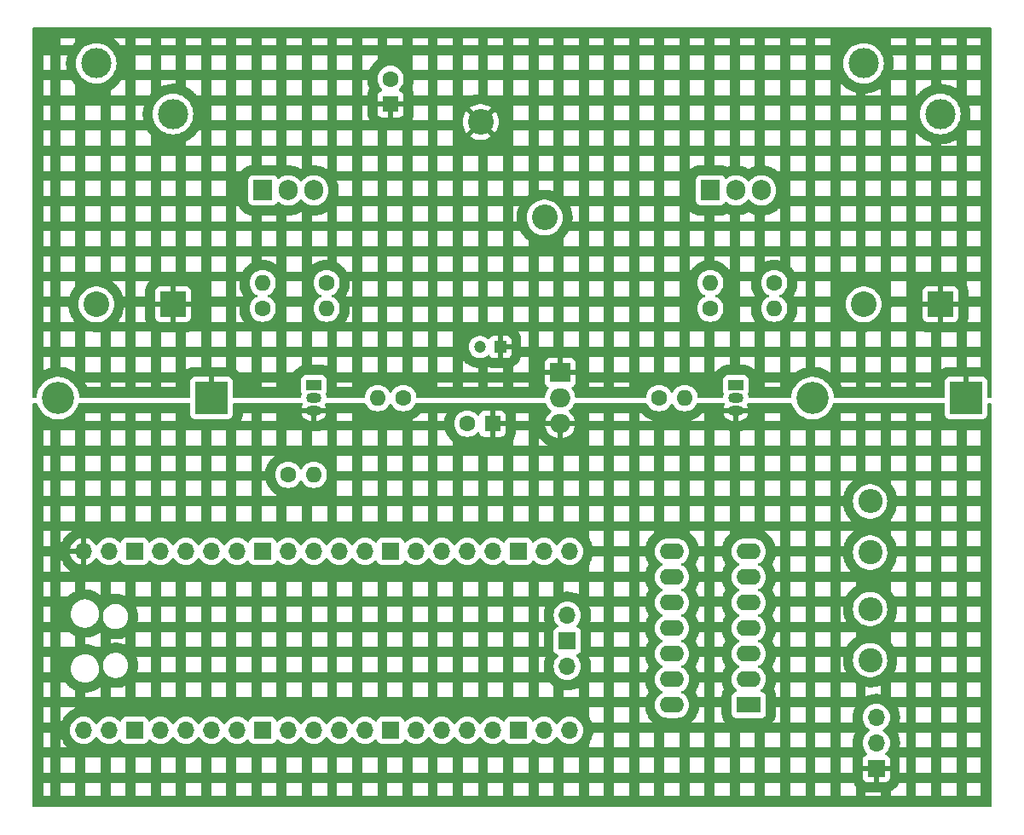
<source format=gbr>
%TF.GenerationSoftware,KiCad,Pcbnew,7.0.10*%
%TF.CreationDate,2024-07-18T14:31:58-06:00*%
%TF.ProjectId,Pressure-Controlled-Power-Outlet-control-PCB,50726573-7375-4726-952d-436f6e74726f,rev?*%
%TF.SameCoordinates,Original*%
%TF.FileFunction,Copper,L2,Inr*%
%TF.FilePolarity,Positive*%
%FSLAX46Y46*%
G04 Gerber Fmt 4.6, Leading zero omitted, Abs format (unit mm)*
G04 Created by KiCad (PCBNEW 7.0.10) date 2024-07-18 14:31:58*
%MOMM*%
%LPD*%
G01*
G04 APERTURE LIST*
%TA.AperFunction,ComponentPad*%
%ADD10C,2.550000*%
%TD*%
%TA.AperFunction,ComponentPad*%
%ADD11R,1.200000X1.200000*%
%TD*%
%TA.AperFunction,ComponentPad*%
%ADD12C,1.200000*%
%TD*%
%TA.AperFunction,ComponentPad*%
%ADD13O,1.700000X1.700000*%
%TD*%
%TA.AperFunction,ComponentPad*%
%ADD14R,1.700000X1.700000*%
%TD*%
%TA.AperFunction,ComponentPad*%
%ADD15C,1.600000*%
%TD*%
%TA.AperFunction,ComponentPad*%
%ADD16O,1.600000X1.600000*%
%TD*%
%TA.AperFunction,ComponentPad*%
%ADD17R,1.500000X1.050000*%
%TD*%
%TA.AperFunction,ComponentPad*%
%ADD18O,1.500000X1.050000*%
%TD*%
%TA.AperFunction,ComponentPad*%
%ADD19R,1.905000X2.000000*%
%TD*%
%TA.AperFunction,ComponentPad*%
%ADD20O,1.905000X2.000000*%
%TD*%
%TA.AperFunction,ComponentPad*%
%ADD21R,3.200000X3.200000*%
%TD*%
%TA.AperFunction,ComponentPad*%
%ADD22O,3.200000X3.200000*%
%TD*%
%TA.AperFunction,ComponentPad*%
%ADD23R,2.000000X1.905000*%
%TD*%
%TA.AperFunction,ComponentPad*%
%ADD24O,2.000000X1.905000*%
%TD*%
%TA.AperFunction,ComponentPad*%
%ADD25R,2.400000X1.600000*%
%TD*%
%TA.AperFunction,ComponentPad*%
%ADD26O,2.400000X1.600000*%
%TD*%
%TA.AperFunction,ComponentPad*%
%ADD27C,2.400000*%
%TD*%
%TA.AperFunction,ComponentPad*%
%ADD28O,2.400000X2.400000*%
%TD*%
%TA.AperFunction,ComponentPad*%
%ADD29C,3.000000*%
%TD*%
%TA.AperFunction,ComponentPad*%
%ADD30R,2.540000X2.540000*%
%TD*%
%TA.AperFunction,ComponentPad*%
%ADD31C,2.540000*%
%TD*%
%TA.AperFunction,ComponentPad*%
%ADD32R,1.600000X1.600000*%
%TD*%
G04 APERTURE END LIST*
D10*
%TO.N,GND*%
%TO.C,J2*%
X139759801Y-87475000D03*
%TO.N,+24V*%
X133409801Y-77975000D03*
%TD*%
D11*
%TO.N,+24V*%
%TO.C,C3*%
X135350000Y-100330000D03*
D12*
%TO.N,GND*%
X133350000Y-100330000D03*
%TD*%
D13*
%TO.N,/Activate_Live*%
%TO.C,U1*%
X93980000Y-138430000D03*
%TO.N,/Activate_Neutral*%
X96520000Y-138430000D03*
D14*
%TO.N,GND*%
X99060000Y-138430000D03*
D13*
%TO.N,unconnected-(U1-GPIO2-Pad4)*%
X101600000Y-138430000D03*
%TO.N,unconnected-(U1-GPIO3-Pad5)*%
X104140000Y-138430000D03*
%TO.N,unconnected-(U1-GPIO4-Pad6)*%
X106680000Y-138430000D03*
%TO.N,unconnected-(U1-GPIO5-Pad7)*%
X109220000Y-138430000D03*
D14*
%TO.N,GND*%
X111760000Y-138430000D03*
D13*
%TO.N,unconnected-(U1-GPIO6-Pad9)*%
X114300000Y-138430000D03*
%TO.N,unconnected-(U1-GPIO7-Pad10)*%
X116840000Y-138430000D03*
%TO.N,unconnected-(U1-GPIO8-Pad11)*%
X119380000Y-138430000D03*
%TO.N,unconnected-(U1-GPIO9-Pad12)*%
X121920000Y-138430000D03*
D14*
%TO.N,GND*%
X124460000Y-138430000D03*
D13*
%TO.N,unconnected-(U1-GPIO10-Pad14)*%
X127000000Y-138430000D03*
%TO.N,unconnected-(U1-GPIO11-Pad15)*%
X129540000Y-138430000D03*
%TO.N,unconnected-(U1-GPIO12-Pad16)*%
X132080000Y-138430000D03*
%TO.N,unconnected-(U1-GPIO13-Pad17)*%
X134620000Y-138430000D03*
D14*
%TO.N,GND*%
X137160000Y-138430000D03*
D13*
%TO.N,unconnected-(U1-GPIO14-Pad19)*%
X139700000Y-138430000D03*
%TO.N,unconnected-(U1-GPIO15-Pad20)*%
X142240000Y-138430000D03*
%TO.N,unconnected-(U1-GPIO16-Pad21)*%
X142240000Y-120650000D03*
%TO.N,unconnected-(U1-GPIO17-Pad22)*%
X139700000Y-120650000D03*
D14*
%TO.N,GND*%
X137160000Y-120650000D03*
D13*
%TO.N,unconnected-(U1-GPIO18-Pad24)*%
X134620000Y-120650000D03*
%TO.N,unconnected-(U1-GPIO19-Pad25)*%
X132080000Y-120650000D03*
%TO.N,unconnected-(U1-GPIO20-Pad26)*%
X129540000Y-120650000D03*
%TO.N,unconnected-(U1-GPIO21-Pad27)*%
X127000000Y-120650000D03*
D14*
%TO.N,GND*%
X124460000Y-120650000D03*
D13*
%TO.N,unconnected-(U1-GPIO22-Pad29)*%
X121920000Y-120650000D03*
%TO.N,unconnected-(U1-RUN-Pad30)*%
X119380000Y-120650000D03*
%TO.N,/ADC0*%
X116840000Y-120650000D03*
%TO.N,unconnected-(U1-GPIO27_ADC1-Pad32)*%
X114300000Y-120650000D03*
D14*
%TO.N,Net-(U1-AGND)*%
X111760000Y-120650000D03*
D13*
%TO.N,unconnected-(U1-GPIO28_ADC2-Pad34)*%
X109220000Y-120650000D03*
%TO.N,/ADC_Ref*%
X106680000Y-120650000D03*
%TO.N,unconnected-(U1-3V3-Pad36)*%
X104140000Y-120650000D03*
%TO.N,unconnected-(U1-3V3_EN-Pad37)*%
X101600000Y-120650000D03*
D14*
%TO.N,GND*%
X99060000Y-120650000D03*
D13*
%TO.N,unconnected-(U1-VSYS-Pad39)*%
X96520000Y-120650000D03*
%TO.N,+5V*%
X93980000Y-120650000D03*
%TO.N,unconnected-(U1-SWCLK-Pad41)*%
X142010000Y-132080000D03*
D14*
%TO.N,GND*%
X142010000Y-129540000D03*
D13*
%TO.N,unconnected-(U1-SWDIO-Pad43)*%
X142010000Y-127000000D03*
%TD*%
D15*
%TO.N,/Activate_Neutral*%
%TO.C,R9*%
X151130000Y-105410000D03*
D16*
%TO.N,Net-(Q1-B)*%
X153670000Y-105410000D03*
%TD*%
D15*
%TO.N,/Activate_Live*%
%TO.C,R8*%
X125730000Y-105410000D03*
D16*
%TO.N,Net-(Q4-B)*%
X123190000Y-105410000D03*
%TD*%
D15*
%TO.N,GND*%
%TO.C,R7*%
X118110000Y-93980000D03*
D16*
%TO.N,Net-(Q4-E)*%
X118110000Y-96520000D03*
%TD*%
D15*
%TO.N,GND*%
%TO.C,R6*%
X162560000Y-93980000D03*
D16*
%TO.N,Net-(Q1-E)*%
X162560000Y-96520000D03*
%TD*%
D15*
%TO.N,Net-(Q1-E)*%
%TO.C,R5*%
X156210000Y-96520000D03*
D16*
%TO.N,Net-(Q3-G)*%
X156210000Y-93980000D03*
%TD*%
D15*
%TO.N,Net-(Q4-E)*%
%TO.C,R4*%
X111760000Y-96520000D03*
D16*
%TO.N,Net-(Q2-G)*%
X111760000Y-93980000D03*
%TD*%
D17*
%TO.N,Net-(Q4-E)*%
%TO.C,Q4*%
X116840000Y-104140000D03*
D18*
%TO.N,Net-(Q4-B)*%
X116840000Y-105410000D03*
%TO.N,+5V*%
X116840000Y-106680000D03*
%TD*%
D19*
%TO.N,Net-(Q3-G)*%
%TO.C,Q3*%
X156210000Y-84765000D03*
D20*
%TO.N,Net-(D2-A)*%
X158750000Y-84765000D03*
%TO.N,GND*%
X161290000Y-84765000D03*
%TD*%
D19*
%TO.N,Net-(Q2-G)*%
%TO.C,Q2*%
X111760000Y-84765000D03*
D20*
%TO.N,Net-(D1-A)*%
X114300000Y-84765000D03*
%TO.N,GND*%
X116840000Y-84765000D03*
%TD*%
D17*
%TO.N,Net-(Q1-E)*%
%TO.C,Q1*%
X158750000Y-104140000D03*
D18*
%TO.N,Net-(Q1-B)*%
X158750000Y-105410000D03*
%TO.N,+5V*%
X158750000Y-106680000D03*
%TD*%
D21*
%TO.N,+24V*%
%TO.C,D2*%
X181610000Y-105410000D03*
D22*
%TO.N,Net-(D2-A)*%
X166370000Y-105410000D03*
%TD*%
D21*
%TO.N,+24V*%
%TO.C,D1*%
X106680000Y-105410000D03*
D22*
%TO.N,Net-(D1-A)*%
X91440000Y-105410000D03*
%TD*%
D23*
%TO.N,+24V*%
%TO.C,U3*%
X141295000Y-102870000D03*
D24*
%TO.N,GND*%
X141295000Y-105410000D03*
%TO.N,+5V*%
X141295000Y-107950000D03*
%TD*%
D25*
%TO.N,/ADC0*%
%TO.C,U2*%
X160035000Y-135895000D03*
D26*
X160035000Y-133355000D03*
%TO.N,Net-(U2A-+)*%
X160035000Y-130815000D03*
%TO.N,N/C*%
X160035000Y-128275000D03*
X160035000Y-125735000D03*
X160035000Y-123195000D03*
X160035000Y-120655000D03*
X152415000Y-120655000D03*
X152415000Y-123195000D03*
X152415000Y-125735000D03*
X152415000Y-128275000D03*
X152415000Y-130815000D03*
X152415000Y-133355000D03*
X152415000Y-135895000D03*
%TD*%
D15*
%TO.N,Net-(U1-AGND)*%
%TO.C,R3*%
X114300000Y-113030000D03*
D16*
%TO.N,GND*%
X116840000Y-113030000D03*
%TD*%
D27*
%TO.N,Net-(U2A-+)*%
%TO.C,R2*%
X172085000Y-120760000D03*
D28*
%TO.N,GND*%
X172085000Y-115680000D03*
%TD*%
D27*
%TO.N,/Water Pressure 5V*%
%TO.C,R1*%
X172085000Y-131445000D03*
D28*
%TO.N,Net-(U2A-+)*%
X172085000Y-126365000D03*
%TD*%
D29*
%TO.N,unconnected-(K2-Pad11)*%
%TO.C,K2*%
X179060000Y-77190000D03*
%TO.N,unconnected-(K2-Pad14)*%
X171440000Y-72150000D03*
D30*
%TO.N,+24V*%
X179060000Y-96090000D03*
D31*
%TO.N,Net-(D2-A)*%
X171440000Y-96090000D03*
%TD*%
D29*
%TO.N,unconnected-(K1-Pad11)*%
%TO.C,K1*%
X102860000Y-77190000D03*
%TO.N,unconnected-(K1-Pad14)*%
X95240000Y-72150000D03*
D30*
%TO.N,+24V*%
X102860000Y-96090000D03*
D31*
%TO.N,Net-(D1-A)*%
X95240000Y-96090000D03*
%TD*%
D13*
%TO.N,GND*%
%TO.C,J1*%
X172695000Y-137145000D03*
%TO.N,/Water Pressure 5V*%
X172695000Y-139685000D03*
D14*
%TO.N,+5V*%
X172695000Y-142225000D03*
%TD*%
D32*
%TO.N,+5V*%
%TO.C,C2*%
X134580000Y-107950000D03*
D15*
%TO.N,GND*%
X132080000Y-107950000D03*
%TD*%
D32*
%TO.N,+24V*%
%TO.C,C1*%
X124460000Y-76200000D03*
D15*
%TO.N,GND*%
X124460000Y-73700000D03*
%TD*%
%TA.AperFunction,Conductor*%
%TO.N,+5V*%
G36*
X159972268Y-105894773D02*
G01*
X159972297Y-105894573D01*
X159975431Y-105895023D01*
X159975433Y-105895024D01*
X160117849Y-105915500D01*
X160117852Y-105915500D01*
X164148777Y-105915500D01*
X164148784Y-105915500D01*
X164219324Y-105909132D01*
X164287860Y-105922709D01*
X164338177Y-105971186D01*
X164347311Y-105991105D01*
X164438894Y-106248793D01*
X164438893Y-106248793D01*
X164571098Y-106503935D01*
X164736812Y-106738700D01*
X164758762Y-106762202D01*
X164932947Y-106948708D01*
X165155853Y-107130055D01*
X165374212Y-107262843D01*
X165401382Y-107279365D01*
X165588237Y-107360526D01*
X165664942Y-107393844D01*
X165941642Y-107471371D01*
X166179694Y-107504091D01*
X166226321Y-107510500D01*
X166226322Y-107510500D01*
X166513679Y-107510500D01*
X166560306Y-107504091D01*
X166798358Y-107471371D01*
X167075058Y-107393844D01*
X167188015Y-107344779D01*
X167338617Y-107279365D01*
X167338620Y-107279363D01*
X167338625Y-107279361D01*
X167584147Y-107130055D01*
X167807053Y-106948708D01*
X167839935Y-106913500D01*
X169148000Y-106913500D01*
X169148000Y-107643158D01*
X170650000Y-107643158D01*
X170650000Y-106913500D01*
X171648000Y-106913500D01*
X171648000Y-107643158D01*
X173150000Y-107643158D01*
X173150000Y-106913500D01*
X174148000Y-106913500D01*
X174148000Y-107643158D01*
X175650000Y-107643158D01*
X175650000Y-106913500D01*
X176648000Y-106913500D01*
X176648000Y-107643158D01*
X178150000Y-107643158D01*
X178150000Y-106913500D01*
X176648000Y-106913500D01*
X175650000Y-106913500D01*
X174148000Y-106913500D01*
X173150000Y-106913500D01*
X171648000Y-106913500D01*
X170650000Y-106913500D01*
X169148000Y-106913500D01*
X167839935Y-106913500D01*
X168003189Y-106738698D01*
X168168901Y-106503936D01*
X168301104Y-106248797D01*
X168393905Y-105987679D01*
X168434903Y-105931103D01*
X168499980Y-105905673D01*
X168528388Y-105906466D01*
X168591216Y-105915500D01*
X168591219Y-105915500D01*
X179385500Y-105915500D01*
X179452539Y-105935185D01*
X179498294Y-105987989D01*
X179509500Y-106039500D01*
X179509500Y-107057870D01*
X179509501Y-107057876D01*
X179515908Y-107117483D01*
X179566202Y-107252328D01*
X179566206Y-107252335D01*
X179652452Y-107367544D01*
X179652455Y-107367547D01*
X179767664Y-107453793D01*
X179767671Y-107453797D01*
X179902517Y-107504091D01*
X179902516Y-107504091D01*
X179909444Y-107504835D01*
X179962127Y-107510500D01*
X183257872Y-107510499D01*
X183317483Y-107504091D01*
X183452331Y-107453796D01*
X183567546Y-107367546D01*
X183653796Y-107252331D01*
X183704091Y-107117483D01*
X183710500Y-107057873D01*
X183710499Y-106039499D01*
X183730183Y-105972461D01*
X183782987Y-105926706D01*
X183834499Y-105915500D01*
X184026000Y-105915500D01*
X184093039Y-105935185D01*
X184138794Y-105987989D01*
X184150000Y-106039500D01*
X184150000Y-145926000D01*
X184130315Y-145993039D01*
X184077511Y-146038794D01*
X184026000Y-146050000D01*
X89024000Y-146050000D01*
X88956961Y-146030315D01*
X88911206Y-145977511D01*
X88900000Y-145926000D01*
X88900000Y-143641158D01*
X90024000Y-143641158D01*
X90024000Y-144926000D01*
X90650000Y-144926000D01*
X90650000Y-143641158D01*
X91648000Y-143641158D01*
X91648000Y-144926000D01*
X93150000Y-144926000D01*
X93150000Y-143641158D01*
X94148000Y-143641158D01*
X94148000Y-144926000D01*
X95650000Y-144926000D01*
X95650000Y-143641158D01*
X96648000Y-143641158D01*
X96648000Y-144926000D01*
X98150000Y-144926000D01*
X98150000Y-143641158D01*
X99148000Y-143641158D01*
X99148000Y-144926000D01*
X100650000Y-144926000D01*
X100650000Y-143641158D01*
X101648000Y-143641158D01*
X101648000Y-144926000D01*
X103150000Y-144926000D01*
X103150000Y-143641158D01*
X104148000Y-143641158D01*
X104148000Y-144926000D01*
X105650000Y-144926000D01*
X105650000Y-143641158D01*
X106648000Y-143641158D01*
X106648000Y-144926000D01*
X108150000Y-144926000D01*
X108150000Y-143641158D01*
X109148000Y-143641158D01*
X109148000Y-144926000D01*
X110650000Y-144926000D01*
X110650000Y-143641158D01*
X111648000Y-143641158D01*
X111648000Y-144926000D01*
X113150000Y-144926000D01*
X113150000Y-143641158D01*
X114148000Y-143641158D01*
X114148000Y-144926000D01*
X115650000Y-144926000D01*
X115650000Y-143641158D01*
X116648000Y-143641158D01*
X116648000Y-144926000D01*
X118150000Y-144926000D01*
X118150000Y-143641158D01*
X119148000Y-143641158D01*
X119148000Y-144926000D01*
X120650000Y-144926000D01*
X120650000Y-143641158D01*
X121648000Y-143641158D01*
X121648000Y-144926000D01*
X123150000Y-144926000D01*
X123150000Y-143641158D01*
X124148000Y-143641158D01*
X124148000Y-144926000D01*
X125650000Y-144926000D01*
X125650000Y-143641158D01*
X126648000Y-143641158D01*
X126648000Y-144926000D01*
X128150000Y-144926000D01*
X128150000Y-143641158D01*
X129148000Y-143641158D01*
X129148000Y-144926000D01*
X130650000Y-144926000D01*
X130650000Y-143641158D01*
X131648000Y-143641158D01*
X131648000Y-144926000D01*
X133150000Y-144926000D01*
X133150000Y-143641158D01*
X134148000Y-143641158D01*
X134148000Y-144926000D01*
X135650000Y-144926000D01*
X135650000Y-143641158D01*
X136648000Y-143641158D01*
X136648000Y-144926000D01*
X138150000Y-144926000D01*
X138150000Y-143641158D01*
X139148000Y-143641158D01*
X139148000Y-144926000D01*
X140650000Y-144926000D01*
X140650000Y-143641158D01*
X141648000Y-143641158D01*
X141648000Y-144926000D01*
X143150000Y-144926000D01*
X143150000Y-143641158D01*
X144148000Y-143641158D01*
X144148000Y-144926000D01*
X145650000Y-144926000D01*
X145650000Y-143641158D01*
X146648000Y-143641158D01*
X146648000Y-144926000D01*
X148150000Y-144926000D01*
X148150000Y-143641158D01*
X149148000Y-143641158D01*
X149148000Y-144926000D01*
X150650000Y-144926000D01*
X150650000Y-143641158D01*
X151648000Y-143641158D01*
X151648000Y-144926000D01*
X153150000Y-144926000D01*
X153150000Y-143641158D01*
X154148000Y-143641158D01*
X154148000Y-144926000D01*
X155650000Y-144926000D01*
X155650000Y-143641158D01*
X156648000Y-143641158D01*
X156648000Y-144926000D01*
X158150000Y-144926000D01*
X158150000Y-143641158D01*
X159148000Y-143641158D01*
X159148000Y-144926000D01*
X160650000Y-144926000D01*
X160650000Y-143641158D01*
X161648000Y-143641158D01*
X161648000Y-144926000D01*
X163150000Y-144926000D01*
X163150000Y-143641158D01*
X164148000Y-143641158D01*
X164148000Y-144926000D01*
X165650000Y-144926000D01*
X165650000Y-143641158D01*
X166648000Y-143641158D01*
X166648000Y-144926000D01*
X168150000Y-144926000D01*
X168150000Y-143641158D01*
X169148000Y-143641158D01*
X169148000Y-144926000D01*
X170650000Y-144926000D01*
X170650000Y-144562713D01*
X171648000Y-144562713D01*
X171648000Y-144926000D01*
X173150000Y-144926000D01*
X174148000Y-144926000D01*
X175650000Y-144926000D01*
X175650000Y-143641158D01*
X176648000Y-143641158D01*
X176648000Y-144926000D01*
X178150000Y-144926000D01*
X178150000Y-143641158D01*
X179148000Y-143641158D01*
X179148000Y-144926000D01*
X180650000Y-144926000D01*
X180650000Y-143641158D01*
X181648000Y-143641158D01*
X181648000Y-144926000D01*
X183026000Y-144926000D01*
X183026000Y-143641158D01*
X181648000Y-143641158D01*
X180650000Y-143641158D01*
X179148000Y-143641158D01*
X178150000Y-143641158D01*
X176648000Y-143641158D01*
X175650000Y-143641158D01*
X174932641Y-143641158D01*
X174910970Y-143699261D01*
X174907581Y-143707441D01*
X174885323Y-143756177D01*
X174881362Y-143764091D01*
X174847185Y-143826681D01*
X174842667Y-143834295D01*
X174813703Y-143879362D01*
X174808655Y-143886632D01*
X174679757Y-144058816D01*
X174674204Y-144065707D01*
X174639124Y-144106192D01*
X174633092Y-144112671D01*
X174582671Y-144163092D01*
X174576192Y-144169124D01*
X174535707Y-144204204D01*
X174528816Y-144209757D01*
X174356632Y-144338655D01*
X174349362Y-144343703D01*
X174304295Y-144372667D01*
X174296681Y-144377185D01*
X174234091Y-144411362D01*
X174226177Y-144415323D01*
X174177441Y-144437581D01*
X174169260Y-144440970D01*
X174148000Y-144448899D01*
X174148000Y-144926000D01*
X173150000Y-144926000D01*
X173150000Y-144573000D01*
X172744454Y-144573000D01*
X172697000Y-144563561D01*
X172695000Y-144562732D01*
X172693000Y-144563561D01*
X172645546Y-144573000D01*
X171783823Y-144573000D01*
X171780509Y-144572956D01*
X171760461Y-144572420D01*
X171757145Y-144572287D01*
X171730458Y-144570858D01*
X171727144Y-144570636D01*
X171707095Y-144569023D01*
X171703783Y-144568711D01*
X171648000Y-144562713D01*
X170650000Y-144562713D01*
X170650000Y-143978343D01*
X170581345Y-143886633D01*
X170576297Y-143879362D01*
X170547333Y-143834295D01*
X170542815Y-143826681D01*
X170508638Y-143764091D01*
X170504677Y-143756177D01*
X170482419Y-143707441D01*
X170479030Y-143699261D01*
X170457359Y-143641158D01*
X169148000Y-143641158D01*
X168150000Y-143641158D01*
X166648000Y-143641158D01*
X165650000Y-143641158D01*
X164148000Y-143641158D01*
X163150000Y-143641158D01*
X161648000Y-143641158D01*
X160650000Y-143641158D01*
X159148000Y-143641158D01*
X158150000Y-143641158D01*
X156648000Y-143641158D01*
X155650000Y-143641158D01*
X154148000Y-143641158D01*
X153150000Y-143641158D01*
X151648000Y-143641158D01*
X150650000Y-143641158D01*
X149148000Y-143641158D01*
X148150000Y-143641158D01*
X146648000Y-143641158D01*
X145650000Y-143641158D01*
X144148000Y-143641158D01*
X143150000Y-143641158D01*
X141648000Y-143641158D01*
X140650000Y-143641158D01*
X139148000Y-143641158D01*
X138150000Y-143641158D01*
X136648000Y-143641158D01*
X135650000Y-143641158D01*
X134148000Y-143641158D01*
X133150000Y-143641158D01*
X131648000Y-143641158D01*
X130650000Y-143641158D01*
X129148000Y-143641158D01*
X128150000Y-143641158D01*
X126648000Y-143641158D01*
X125650000Y-143641158D01*
X124148000Y-143641158D01*
X123150000Y-143641158D01*
X121648000Y-143641158D01*
X120650000Y-143641158D01*
X119148000Y-143641158D01*
X118150000Y-143641158D01*
X116648000Y-143641158D01*
X115650000Y-143641158D01*
X114148000Y-143641158D01*
X113150000Y-143641158D01*
X111648000Y-143641158D01*
X110650000Y-143641158D01*
X109148000Y-143641158D01*
X108150000Y-143641158D01*
X106648000Y-143641158D01*
X105650000Y-143641158D01*
X104148000Y-143641158D01*
X103150000Y-143641158D01*
X101648000Y-143641158D01*
X100650000Y-143641158D01*
X99148000Y-143641158D01*
X98150000Y-143641158D01*
X96648000Y-143641158D01*
X95650000Y-143641158D01*
X94148000Y-143641158D01*
X93150000Y-143641158D01*
X91648000Y-143641158D01*
X90650000Y-143641158D01*
X90024000Y-143641158D01*
X88900000Y-143641158D01*
X88900000Y-141141158D01*
X90024000Y-141141158D01*
X90024000Y-142643158D01*
X90650000Y-142643158D01*
X90650000Y-141141158D01*
X91648000Y-141141158D01*
X91648000Y-142643158D01*
X93150000Y-142643158D01*
X93150000Y-141141158D01*
X94148000Y-141141158D01*
X94148000Y-142643158D01*
X95650000Y-142643158D01*
X95650000Y-141141158D01*
X96648000Y-141141158D01*
X96648000Y-142643158D01*
X98150000Y-142643158D01*
X98150000Y-141141158D01*
X99148000Y-141141158D01*
X99148000Y-142643158D01*
X100650000Y-142643158D01*
X100650000Y-141141158D01*
X101648000Y-141141158D01*
X101648000Y-142643158D01*
X103150000Y-142643158D01*
X103150000Y-141141158D01*
X104148000Y-141141158D01*
X104148000Y-142643158D01*
X105650000Y-142643158D01*
X105650000Y-141141158D01*
X106648000Y-141141158D01*
X106648000Y-142643158D01*
X108150000Y-142643158D01*
X108150000Y-141141158D01*
X109148000Y-141141158D01*
X109148000Y-142643158D01*
X110650000Y-142643158D01*
X110650000Y-141141158D01*
X111648000Y-141141158D01*
X111648000Y-142643158D01*
X113150000Y-142643158D01*
X113150000Y-141141158D01*
X114148000Y-141141158D01*
X114148000Y-142643158D01*
X115650000Y-142643158D01*
X115650000Y-141141158D01*
X116648000Y-141141158D01*
X116648000Y-142643158D01*
X118150000Y-142643158D01*
X118150000Y-141141158D01*
X119148000Y-141141158D01*
X119148000Y-142643158D01*
X120650000Y-142643158D01*
X120650000Y-141141158D01*
X121648000Y-141141158D01*
X121648000Y-142643158D01*
X123150000Y-142643158D01*
X123150000Y-141141158D01*
X124148000Y-141141158D01*
X124148000Y-142643158D01*
X125650000Y-142643158D01*
X125650000Y-141141158D01*
X126648000Y-141141158D01*
X126648000Y-142643158D01*
X128150000Y-142643158D01*
X128150000Y-141141158D01*
X129148000Y-141141158D01*
X129148000Y-142643158D01*
X130650000Y-142643158D01*
X130650000Y-141141158D01*
X131648000Y-141141158D01*
X131648000Y-142643158D01*
X133150000Y-142643158D01*
X133150000Y-141141158D01*
X134148000Y-141141158D01*
X134148000Y-142643158D01*
X135650000Y-142643158D01*
X135650000Y-141141158D01*
X136648000Y-141141158D01*
X136648000Y-142643158D01*
X138150000Y-142643158D01*
X138150000Y-141141158D01*
X139148000Y-141141158D01*
X139148000Y-142643158D01*
X140650000Y-142643158D01*
X140650000Y-141141158D01*
X141648000Y-141141158D01*
X141648000Y-142643158D01*
X143150000Y-142643158D01*
X143150000Y-141141158D01*
X144148000Y-141141158D01*
X144148000Y-142643158D01*
X145650000Y-142643158D01*
X145650000Y-141141158D01*
X146648000Y-141141158D01*
X146648000Y-142643158D01*
X148150000Y-142643158D01*
X148150000Y-141141158D01*
X149148000Y-141141158D01*
X149148000Y-142643158D01*
X150650000Y-142643158D01*
X150650000Y-141141158D01*
X151648000Y-141141158D01*
X151648000Y-142643158D01*
X153150000Y-142643158D01*
X153150000Y-141141158D01*
X154148000Y-141141158D01*
X154148000Y-142643158D01*
X155650000Y-142643158D01*
X155650000Y-141141158D01*
X156648000Y-141141158D01*
X156648000Y-142643158D01*
X158150000Y-142643158D01*
X158150000Y-141141158D01*
X159148000Y-141141158D01*
X159148000Y-142643158D01*
X160650000Y-142643158D01*
X160650000Y-141141158D01*
X161648000Y-141141158D01*
X161648000Y-142643158D01*
X163150000Y-142643158D01*
X163150000Y-141141158D01*
X164148000Y-141141158D01*
X164148000Y-142643158D01*
X165650000Y-142643158D01*
X165650000Y-141141158D01*
X166648000Y-141141158D01*
X166648000Y-142643158D01*
X168150000Y-142643158D01*
X168150000Y-141141158D01*
X169148000Y-141141158D01*
X169148000Y-142643158D01*
X170347000Y-142643158D01*
X170347000Y-142274454D01*
X170356439Y-142227002D01*
X170357268Y-142225000D01*
X170356439Y-142222998D01*
X170347000Y-142175546D01*
X170347000Y-141313823D01*
X170347044Y-141310509D01*
X170347580Y-141290461D01*
X170347713Y-141287145D01*
X170349142Y-141260458D01*
X170349364Y-141257144D01*
X170350977Y-141237095D01*
X170351289Y-141233783D01*
X170361248Y-141141158D01*
X169148000Y-141141158D01*
X168150000Y-141141158D01*
X166648000Y-141141158D01*
X165650000Y-141141158D01*
X164148000Y-141141158D01*
X163150000Y-141141158D01*
X161648000Y-141141158D01*
X160650000Y-141141158D01*
X159148000Y-141141158D01*
X158150000Y-141141158D01*
X156648000Y-141141158D01*
X155650000Y-141141158D01*
X154148000Y-141141158D01*
X153150000Y-141141158D01*
X151648000Y-141141158D01*
X150650000Y-141141158D01*
X149148000Y-141141158D01*
X148150000Y-141141158D01*
X146648000Y-141141158D01*
X145650000Y-141141158D01*
X144148000Y-141141158D01*
X143150000Y-141141158D01*
X141648000Y-141141158D01*
X140650000Y-141141158D01*
X139148000Y-141141158D01*
X138150000Y-141141158D01*
X136648000Y-141141158D01*
X135650000Y-141141158D01*
X134148000Y-141141158D01*
X133150000Y-141141158D01*
X131648000Y-141141158D01*
X130650000Y-141141158D01*
X129148000Y-141141158D01*
X128150000Y-141141158D01*
X126648000Y-141141158D01*
X125650000Y-141141158D01*
X124148000Y-141141158D01*
X123150000Y-141141158D01*
X121648000Y-141141158D01*
X120650000Y-141141158D01*
X119148000Y-141141158D01*
X118150000Y-141141158D01*
X116648000Y-141141158D01*
X115650000Y-141141158D01*
X114148000Y-141141158D01*
X113150000Y-141141158D01*
X111648000Y-141141158D01*
X110650000Y-141141158D01*
X109148000Y-141141158D01*
X108150000Y-141141158D01*
X106648000Y-141141158D01*
X105650000Y-141141158D01*
X104148000Y-141141158D01*
X103150000Y-141141158D01*
X101648000Y-141141158D01*
X100650000Y-141141158D01*
X99148000Y-141141158D01*
X98150000Y-141141158D01*
X96648000Y-141141158D01*
X95650000Y-141141158D01*
X94148000Y-141141158D01*
X93150000Y-141141158D01*
X91648000Y-141141158D01*
X90650000Y-141141158D01*
X90024000Y-141141158D01*
X88900000Y-141141158D01*
X88900000Y-138641158D01*
X90024000Y-138641158D01*
X90024000Y-140143158D01*
X90650000Y-140143158D01*
X90650000Y-138721130D01*
X91648000Y-138721130D01*
X91648000Y-140143158D01*
X92371877Y-140143158D01*
X144148000Y-140143158D01*
X145650000Y-140143158D01*
X145650000Y-138641158D01*
X146648000Y-138641158D01*
X146648000Y-140143158D01*
X148150000Y-140143158D01*
X148150000Y-138641158D01*
X149148000Y-138641158D01*
X149148000Y-140143158D01*
X150650000Y-140143158D01*
X150650000Y-138641158D01*
X151648000Y-138641158D01*
X151648000Y-140143158D01*
X153150000Y-140143158D01*
X153150000Y-138641158D01*
X154148000Y-138641158D01*
X154148000Y-140143158D01*
X155650000Y-140143158D01*
X155650000Y-138641158D01*
X156648000Y-138641158D01*
X156648000Y-140143158D01*
X158150000Y-140143158D01*
X158150000Y-138641158D01*
X159148000Y-138641158D01*
X159148000Y-140143158D01*
X160650000Y-140143158D01*
X160650000Y-138641158D01*
X161648000Y-138641158D01*
X161648000Y-140143158D01*
X163150000Y-140143158D01*
X163150000Y-138641158D01*
X164148000Y-138641158D01*
X164148000Y-140143158D01*
X165650000Y-140143158D01*
X165650000Y-138641158D01*
X166648000Y-138641158D01*
X166648000Y-140143158D01*
X168150000Y-140143158D01*
X168150000Y-138641158D01*
X169148000Y-138641158D01*
X169148000Y-140143158D01*
X170386967Y-140143158D01*
X170381934Y-140120454D01*
X170380879Y-140115146D01*
X170373316Y-140072251D01*
X170372493Y-140066904D01*
X170368222Y-140034461D01*
X170367633Y-140029084D01*
X170343241Y-139750287D01*
X170342887Y-139744890D01*
X170341459Y-139712190D01*
X170341341Y-139706780D01*
X170341341Y-139685000D01*
X171339341Y-139685000D01*
X171359936Y-139920403D01*
X171359938Y-139920413D01*
X171421094Y-140148655D01*
X171421096Y-140148659D01*
X171421097Y-140148663D01*
X171520965Y-140362830D01*
X171520967Y-140362834D01*
X171629281Y-140517521D01*
X171656501Y-140556396D01*
X171656506Y-140556402D01*
X171778818Y-140678714D01*
X171812303Y-140740037D01*
X171807319Y-140809729D01*
X171765447Y-140865662D01*
X171734471Y-140882577D01*
X171602912Y-140931646D01*
X171602906Y-140931649D01*
X171487812Y-141017809D01*
X171487809Y-141017812D01*
X171401649Y-141132906D01*
X171401645Y-141132913D01*
X171351403Y-141267620D01*
X171351401Y-141267627D01*
X171345000Y-141327155D01*
X171345000Y-141975000D01*
X172261314Y-141975000D01*
X172235507Y-142015156D01*
X172195000Y-142153111D01*
X172195000Y-142296889D01*
X172235507Y-142434844D01*
X172261314Y-142475000D01*
X171345000Y-142475000D01*
X171345000Y-143122844D01*
X171351401Y-143182372D01*
X171351403Y-143182379D01*
X171401645Y-143317086D01*
X171401649Y-143317093D01*
X171487809Y-143432187D01*
X171487812Y-143432190D01*
X171602906Y-143518350D01*
X171602913Y-143518354D01*
X171737620Y-143568596D01*
X171737627Y-143568598D01*
X171797155Y-143574999D01*
X171797172Y-143575000D01*
X172445000Y-143575000D01*
X172445000Y-142660501D01*
X172552685Y-142709680D01*
X172659237Y-142725000D01*
X172730763Y-142725000D01*
X172837315Y-142709680D01*
X172945000Y-142660501D01*
X172945000Y-143575000D01*
X173592828Y-143575000D01*
X173592844Y-143574999D01*
X173652372Y-143568598D01*
X173652379Y-143568596D01*
X173787086Y-143518354D01*
X173787093Y-143518350D01*
X173902187Y-143432190D01*
X173902190Y-143432187D01*
X173988350Y-143317093D01*
X173988354Y-143317086D01*
X174038596Y-143182379D01*
X174038598Y-143182372D01*
X174044999Y-143122844D01*
X174045000Y-143122827D01*
X174045000Y-142475000D01*
X173128686Y-142475000D01*
X173154493Y-142434844D01*
X173195000Y-142296889D01*
X173195000Y-142153111D01*
X173154493Y-142015156D01*
X173128686Y-141975000D01*
X174045000Y-141975000D01*
X174045000Y-141327172D01*
X174044999Y-141327155D01*
X174038598Y-141267627D01*
X174038596Y-141267620D01*
X173991429Y-141141158D01*
X175028752Y-141141158D01*
X175038711Y-141233783D01*
X175039023Y-141237095D01*
X175040636Y-141257144D01*
X175040858Y-141260458D01*
X175042287Y-141287145D01*
X175042420Y-141290461D01*
X175042956Y-141310509D01*
X175043000Y-141313823D01*
X175043000Y-142175546D01*
X175033561Y-142223000D01*
X175032732Y-142225000D01*
X175033561Y-142227000D01*
X175043000Y-142274454D01*
X175043000Y-142643158D01*
X175650000Y-142643158D01*
X175650000Y-141141158D01*
X176648000Y-141141158D01*
X176648000Y-142643158D01*
X178150000Y-142643158D01*
X178150000Y-141141158D01*
X179148000Y-141141158D01*
X179148000Y-142643158D01*
X180650000Y-142643158D01*
X180650000Y-141141158D01*
X181648000Y-141141158D01*
X181648000Y-142643158D01*
X183026000Y-142643158D01*
X183026000Y-141141158D01*
X181648000Y-141141158D01*
X180650000Y-141141158D01*
X179148000Y-141141158D01*
X178150000Y-141141158D01*
X176648000Y-141141158D01*
X175650000Y-141141158D01*
X175028752Y-141141158D01*
X173991429Y-141141158D01*
X173988354Y-141132913D01*
X173988350Y-141132906D01*
X173902190Y-141017812D01*
X173902187Y-141017809D01*
X173787093Y-140931649D01*
X173787088Y-140931646D01*
X173655528Y-140882577D01*
X173599595Y-140840705D01*
X173575178Y-140775241D01*
X173590030Y-140706968D01*
X173611175Y-140678720D01*
X173733495Y-140556401D01*
X173869035Y-140362830D01*
X173968903Y-140148663D01*
X174030063Y-139920408D01*
X174050659Y-139685000D01*
X174048753Y-139663220D01*
X174031717Y-139468495D01*
X174030063Y-139449592D01*
X173977884Y-139254854D01*
X173968905Y-139221344D01*
X173968904Y-139221343D01*
X173968903Y-139221337D01*
X173869035Y-139007171D01*
X173823397Y-138941992D01*
X173733494Y-138813597D01*
X173566402Y-138646506D01*
X173566396Y-138646501D01*
X173558765Y-138641158D01*
X174799532Y-138641158D01*
X174882598Y-138819292D01*
X174884777Y-138824244D01*
X174897295Y-138854465D01*
X174899253Y-138859500D01*
X174914154Y-138900432D01*
X174915895Y-138905560D01*
X174925744Y-138936795D01*
X174927259Y-138941992D01*
X174999695Y-139212334D01*
X175000981Y-139217588D01*
X175008066Y-139249546D01*
X175009121Y-139254854D01*
X175016684Y-139297749D01*
X175017507Y-139303096D01*
X175021778Y-139335539D01*
X175022367Y-139340916D01*
X175046759Y-139619713D01*
X175047113Y-139625110D01*
X175048541Y-139657810D01*
X175048659Y-139663220D01*
X175048659Y-139706780D01*
X175048541Y-139712190D01*
X175047113Y-139744890D01*
X175046759Y-139750287D01*
X175022367Y-140029084D01*
X175021778Y-140034461D01*
X175017507Y-140066904D01*
X175016684Y-140072251D01*
X175009121Y-140115146D01*
X175008066Y-140120454D01*
X175003033Y-140143158D01*
X175650000Y-140143158D01*
X175650000Y-138641158D01*
X176648000Y-138641158D01*
X176648000Y-140143158D01*
X178150000Y-140143158D01*
X178150000Y-138641158D01*
X179148000Y-138641158D01*
X179148000Y-140143158D01*
X180650000Y-140143158D01*
X180650000Y-138641158D01*
X181648000Y-138641158D01*
X181648000Y-140143158D01*
X183026000Y-140143158D01*
X183026000Y-138641158D01*
X181648000Y-138641158D01*
X180650000Y-138641158D01*
X179148000Y-138641158D01*
X178150000Y-138641158D01*
X176648000Y-138641158D01*
X175650000Y-138641158D01*
X174799532Y-138641158D01*
X173558765Y-138641158D01*
X173380842Y-138516575D01*
X173337217Y-138461998D01*
X173330023Y-138392500D01*
X173361546Y-138330145D01*
X173380842Y-138313425D01*
X173403026Y-138297891D01*
X173566401Y-138183495D01*
X173733495Y-138016401D01*
X173869035Y-137822830D01*
X173968903Y-137608663D01*
X174030063Y-137380408D01*
X174050659Y-137145000D01*
X174049889Y-137136204D01*
X174038116Y-137001637D01*
X174030063Y-136909592D01*
X173977884Y-136714854D01*
X173968905Y-136681344D01*
X173968904Y-136681343D01*
X173968903Y-136681337D01*
X173869035Y-136467171D01*
X173823397Y-136401992D01*
X173733494Y-136273597D01*
X173601054Y-136141158D01*
X174818184Y-136141158D01*
X174882598Y-136279292D01*
X174884777Y-136284244D01*
X174897295Y-136314465D01*
X174899253Y-136319500D01*
X174914154Y-136360432D01*
X174915895Y-136365560D01*
X174925744Y-136396795D01*
X174927259Y-136401992D01*
X174999695Y-136672334D01*
X175000981Y-136677588D01*
X175008066Y-136709546D01*
X175009121Y-136714854D01*
X175016684Y-136757749D01*
X175017507Y-136763096D01*
X175021778Y-136795539D01*
X175022367Y-136800916D01*
X175046759Y-137079713D01*
X175047113Y-137085110D01*
X175048541Y-137117810D01*
X175048659Y-137123220D01*
X175048659Y-137166780D01*
X175048541Y-137172190D01*
X175047113Y-137204890D01*
X175046759Y-137210287D01*
X175022367Y-137489084D01*
X175021778Y-137494461D01*
X175017507Y-137526904D01*
X175016684Y-137532251D01*
X175009121Y-137575146D01*
X175008066Y-137580454D01*
X175000981Y-137612412D01*
X174999695Y-137617666D01*
X174992865Y-137643158D01*
X175650000Y-137643158D01*
X175650000Y-136141158D01*
X176648000Y-136141158D01*
X176648000Y-137643158D01*
X178150000Y-137643158D01*
X178150000Y-136141158D01*
X179148000Y-136141158D01*
X179148000Y-137643158D01*
X180650000Y-137643158D01*
X180650000Y-136141158D01*
X181648000Y-136141158D01*
X181648000Y-137643158D01*
X183026000Y-137643158D01*
X183026000Y-136141158D01*
X181648000Y-136141158D01*
X180650000Y-136141158D01*
X179148000Y-136141158D01*
X178150000Y-136141158D01*
X176648000Y-136141158D01*
X175650000Y-136141158D01*
X174818184Y-136141158D01*
X173601054Y-136141158D01*
X173566402Y-136106506D01*
X173566395Y-136106501D01*
X173372834Y-135970967D01*
X173372830Y-135970965D01*
X173372828Y-135970964D01*
X173158663Y-135871097D01*
X173158659Y-135871096D01*
X173158655Y-135871094D01*
X172930413Y-135809938D01*
X172930403Y-135809936D01*
X172695001Y-135789341D01*
X172694999Y-135789341D01*
X172459596Y-135809936D01*
X172459586Y-135809938D01*
X172231344Y-135871094D01*
X172231335Y-135871098D01*
X172017171Y-135970964D01*
X172017169Y-135970965D01*
X171823597Y-136106505D01*
X171656505Y-136273597D01*
X171520965Y-136467169D01*
X171520964Y-136467171D01*
X171421098Y-136681335D01*
X171421094Y-136681344D01*
X171359938Y-136909586D01*
X171359936Y-136909596D01*
X171339341Y-137144999D01*
X171339341Y-137145000D01*
X171359936Y-137380403D01*
X171359938Y-137380413D01*
X171421094Y-137608655D01*
X171421096Y-137608659D01*
X171421097Y-137608663D01*
X171503481Y-137785335D01*
X171520965Y-137822830D01*
X171520967Y-137822834D01*
X171656501Y-138016395D01*
X171656506Y-138016402D01*
X171823597Y-138183493D01*
X171823603Y-138183498D01*
X172009158Y-138313425D01*
X172052783Y-138368002D01*
X172059977Y-138437500D01*
X172028454Y-138499855D01*
X172009158Y-138516575D01*
X171823597Y-138646505D01*
X171656505Y-138813597D01*
X171520965Y-139007169D01*
X171520964Y-139007171D01*
X171421098Y-139221335D01*
X171421094Y-139221344D01*
X171359938Y-139449586D01*
X171359936Y-139449596D01*
X171339341Y-139684999D01*
X171339341Y-139685000D01*
X170341341Y-139685000D01*
X170341341Y-139663220D01*
X170341459Y-139657810D01*
X170342887Y-139625110D01*
X170343241Y-139619713D01*
X170367633Y-139340916D01*
X170368222Y-139335539D01*
X170372493Y-139303096D01*
X170373316Y-139297749D01*
X170380879Y-139254854D01*
X170381934Y-139249546D01*
X170389019Y-139217588D01*
X170390305Y-139212334D01*
X170462741Y-138941992D01*
X170464256Y-138936795D01*
X170474105Y-138905560D01*
X170475846Y-138900432D01*
X170490747Y-138859500D01*
X170492705Y-138854465D01*
X170505223Y-138824244D01*
X170507402Y-138819292D01*
X170590468Y-138641158D01*
X169148000Y-138641158D01*
X168150000Y-138641158D01*
X166648000Y-138641158D01*
X165650000Y-138641158D01*
X164148000Y-138641158D01*
X163150000Y-138641158D01*
X161648000Y-138641158D01*
X160650000Y-138641158D01*
X159148000Y-138641158D01*
X158150000Y-138641158D01*
X156648000Y-138641158D01*
X155650000Y-138641158D01*
X154148000Y-138641158D01*
X153150000Y-138641158D01*
X151648000Y-138641158D01*
X150650000Y-138641158D01*
X149148000Y-138641158D01*
X148150000Y-138641158D01*
X146648000Y-138641158D01*
X145650000Y-138641158D01*
X144578997Y-138641158D01*
X144567367Y-138774085D01*
X144566778Y-138779461D01*
X144562507Y-138811904D01*
X144561684Y-138817251D01*
X144554121Y-138860146D01*
X144553066Y-138865454D01*
X144545981Y-138897412D01*
X144544695Y-138902666D01*
X144472259Y-139173008D01*
X144470744Y-139178205D01*
X144460895Y-139209440D01*
X144459154Y-139214568D01*
X144444253Y-139255500D01*
X144442295Y-139260535D01*
X144429777Y-139290756D01*
X144427598Y-139295708D01*
X144309328Y-139549337D01*
X144306936Y-139554188D01*
X144291829Y-139583209D01*
X144289229Y-139587949D01*
X144267451Y-139625673D01*
X144264642Y-139630302D01*
X144247050Y-139657916D01*
X144244044Y-139662415D01*
X144148000Y-139799579D01*
X144148000Y-140143158D01*
X92371877Y-140143158D01*
X92220419Y-139991700D01*
X92216677Y-139987792D01*
X92194577Y-139963674D01*
X92191014Y-139959611D01*
X92163013Y-139926244D01*
X92159625Y-139922022D01*
X92139689Y-139896042D01*
X92136488Y-139891678D01*
X91975956Y-139662415D01*
X91972950Y-139657916D01*
X91955358Y-139630302D01*
X91952549Y-139625673D01*
X91930771Y-139587949D01*
X91928171Y-139583209D01*
X91913064Y-139554188D01*
X91910672Y-139549337D01*
X91792402Y-139295708D01*
X91790223Y-139290756D01*
X91777705Y-139260535D01*
X91775747Y-139255500D01*
X91760846Y-139214568D01*
X91759105Y-139209440D01*
X91749256Y-139178205D01*
X91747741Y-139173008D01*
X91675305Y-138902666D01*
X91674019Y-138897412D01*
X91666934Y-138865454D01*
X91665879Y-138860146D01*
X91658316Y-138817251D01*
X91657493Y-138811904D01*
X91653222Y-138779461D01*
X91652633Y-138774085D01*
X91648000Y-138721130D01*
X90650000Y-138721130D01*
X90650000Y-138641158D01*
X90024000Y-138641158D01*
X88900000Y-138641158D01*
X88900000Y-138430000D01*
X92624341Y-138430000D01*
X92644936Y-138665403D01*
X92644938Y-138665413D01*
X92706094Y-138893655D01*
X92706096Y-138893659D01*
X92706097Y-138893663D01*
X92759026Y-139007169D01*
X92805965Y-139107830D01*
X92805967Y-139107834D01*
X92885448Y-139221344D01*
X92941505Y-139301401D01*
X93108599Y-139468495D01*
X93205384Y-139536265D01*
X93302165Y-139604032D01*
X93302167Y-139604033D01*
X93302170Y-139604035D01*
X93516337Y-139703903D01*
X93744592Y-139765063D01*
X93921034Y-139780500D01*
X93979999Y-139785659D01*
X93980000Y-139785659D01*
X93980001Y-139785659D01*
X94038966Y-139780500D01*
X94215408Y-139765063D01*
X94443663Y-139703903D01*
X94657830Y-139604035D01*
X94851401Y-139468495D01*
X95018495Y-139301401D01*
X95148425Y-139115842D01*
X95203002Y-139072217D01*
X95272500Y-139065023D01*
X95334855Y-139096546D01*
X95351575Y-139115842D01*
X95481500Y-139301395D01*
X95481505Y-139301401D01*
X95648599Y-139468495D01*
X95745384Y-139536265D01*
X95842165Y-139604032D01*
X95842167Y-139604033D01*
X95842170Y-139604035D01*
X96056337Y-139703903D01*
X96284592Y-139765063D01*
X96461034Y-139780500D01*
X96519999Y-139785659D01*
X96520000Y-139785659D01*
X96520001Y-139785659D01*
X96578966Y-139780500D01*
X96755408Y-139765063D01*
X96983663Y-139703903D01*
X97197830Y-139604035D01*
X97391401Y-139468495D01*
X97513329Y-139346566D01*
X97574648Y-139313084D01*
X97644340Y-139318068D01*
X97700274Y-139359939D01*
X97717189Y-139390917D01*
X97766202Y-139522328D01*
X97766206Y-139522335D01*
X97852452Y-139637544D01*
X97852455Y-139637547D01*
X97967664Y-139723793D01*
X97967671Y-139723797D01*
X98102517Y-139774091D01*
X98102516Y-139774091D01*
X98109444Y-139774835D01*
X98162127Y-139780500D01*
X99957872Y-139780499D01*
X100017483Y-139774091D01*
X100152331Y-139723796D01*
X100267546Y-139637546D01*
X100353796Y-139522331D01*
X100402810Y-139390916D01*
X100444681Y-139334984D01*
X100510145Y-139310566D01*
X100578418Y-139325417D01*
X100606673Y-139346569D01*
X100728599Y-139468495D01*
X100825384Y-139536265D01*
X100922165Y-139604032D01*
X100922167Y-139604033D01*
X100922170Y-139604035D01*
X101136337Y-139703903D01*
X101364592Y-139765063D01*
X101541034Y-139780500D01*
X101599999Y-139785659D01*
X101600000Y-139785659D01*
X101600001Y-139785659D01*
X101658966Y-139780500D01*
X101835408Y-139765063D01*
X102063663Y-139703903D01*
X102277830Y-139604035D01*
X102471401Y-139468495D01*
X102638495Y-139301401D01*
X102768425Y-139115842D01*
X102823002Y-139072217D01*
X102892500Y-139065023D01*
X102954855Y-139096546D01*
X102971575Y-139115842D01*
X103101500Y-139301395D01*
X103101505Y-139301401D01*
X103268599Y-139468495D01*
X103365384Y-139536265D01*
X103462165Y-139604032D01*
X103462167Y-139604033D01*
X103462170Y-139604035D01*
X103676337Y-139703903D01*
X103904592Y-139765063D01*
X104081034Y-139780500D01*
X104139999Y-139785659D01*
X104140000Y-139785659D01*
X104140001Y-139785659D01*
X104198966Y-139780500D01*
X104375408Y-139765063D01*
X104603663Y-139703903D01*
X104817830Y-139604035D01*
X105011401Y-139468495D01*
X105178495Y-139301401D01*
X105308425Y-139115842D01*
X105363002Y-139072217D01*
X105432500Y-139065023D01*
X105494855Y-139096546D01*
X105511575Y-139115842D01*
X105641500Y-139301395D01*
X105641505Y-139301401D01*
X105808599Y-139468495D01*
X105905384Y-139536265D01*
X106002165Y-139604032D01*
X106002167Y-139604033D01*
X106002170Y-139604035D01*
X106216337Y-139703903D01*
X106444592Y-139765063D01*
X106621034Y-139780500D01*
X106679999Y-139785659D01*
X106680000Y-139785659D01*
X106680001Y-139785659D01*
X106738966Y-139780500D01*
X106915408Y-139765063D01*
X107143663Y-139703903D01*
X107357830Y-139604035D01*
X107551401Y-139468495D01*
X107718495Y-139301401D01*
X107848425Y-139115842D01*
X107903002Y-139072217D01*
X107972500Y-139065023D01*
X108034855Y-139096546D01*
X108051575Y-139115842D01*
X108181500Y-139301395D01*
X108181505Y-139301401D01*
X108348599Y-139468495D01*
X108445384Y-139536265D01*
X108542165Y-139604032D01*
X108542167Y-139604033D01*
X108542170Y-139604035D01*
X108756337Y-139703903D01*
X108984592Y-139765063D01*
X109161034Y-139780500D01*
X109219999Y-139785659D01*
X109220000Y-139785659D01*
X109220001Y-139785659D01*
X109278966Y-139780500D01*
X109455408Y-139765063D01*
X109683663Y-139703903D01*
X109897830Y-139604035D01*
X110091401Y-139468495D01*
X110213329Y-139346566D01*
X110274648Y-139313084D01*
X110344340Y-139318068D01*
X110400274Y-139359939D01*
X110417189Y-139390917D01*
X110466202Y-139522328D01*
X110466206Y-139522335D01*
X110552452Y-139637544D01*
X110552455Y-139637547D01*
X110667664Y-139723793D01*
X110667671Y-139723797D01*
X110802517Y-139774091D01*
X110802516Y-139774091D01*
X110809444Y-139774835D01*
X110862127Y-139780500D01*
X112657872Y-139780499D01*
X112717483Y-139774091D01*
X112852331Y-139723796D01*
X112967546Y-139637546D01*
X113053796Y-139522331D01*
X113102810Y-139390916D01*
X113144681Y-139334984D01*
X113210145Y-139310566D01*
X113278418Y-139325417D01*
X113306673Y-139346569D01*
X113428599Y-139468495D01*
X113525384Y-139536265D01*
X113622165Y-139604032D01*
X113622167Y-139604033D01*
X113622170Y-139604035D01*
X113836337Y-139703903D01*
X114064592Y-139765063D01*
X114241034Y-139780500D01*
X114299999Y-139785659D01*
X114300000Y-139785659D01*
X114300001Y-139785659D01*
X114358966Y-139780500D01*
X114535408Y-139765063D01*
X114763663Y-139703903D01*
X114977830Y-139604035D01*
X115171401Y-139468495D01*
X115338495Y-139301401D01*
X115468425Y-139115842D01*
X115523002Y-139072217D01*
X115592500Y-139065023D01*
X115654855Y-139096546D01*
X115671575Y-139115842D01*
X115801500Y-139301395D01*
X115801505Y-139301401D01*
X115968599Y-139468495D01*
X116065384Y-139536265D01*
X116162165Y-139604032D01*
X116162167Y-139604033D01*
X116162170Y-139604035D01*
X116376337Y-139703903D01*
X116604592Y-139765063D01*
X116781034Y-139780500D01*
X116839999Y-139785659D01*
X116840000Y-139785659D01*
X116840001Y-139785659D01*
X116898966Y-139780500D01*
X117075408Y-139765063D01*
X117303663Y-139703903D01*
X117517830Y-139604035D01*
X117711401Y-139468495D01*
X117878495Y-139301401D01*
X118008425Y-139115842D01*
X118063002Y-139072217D01*
X118132500Y-139065023D01*
X118194855Y-139096546D01*
X118211575Y-139115842D01*
X118341500Y-139301395D01*
X118341505Y-139301401D01*
X118508599Y-139468495D01*
X118605384Y-139536265D01*
X118702165Y-139604032D01*
X118702167Y-139604033D01*
X118702170Y-139604035D01*
X118916337Y-139703903D01*
X119144592Y-139765063D01*
X119321034Y-139780500D01*
X119379999Y-139785659D01*
X119380000Y-139785659D01*
X119380001Y-139785659D01*
X119438966Y-139780500D01*
X119615408Y-139765063D01*
X119843663Y-139703903D01*
X120057830Y-139604035D01*
X120251401Y-139468495D01*
X120418495Y-139301401D01*
X120548425Y-139115842D01*
X120603002Y-139072217D01*
X120672500Y-139065023D01*
X120734855Y-139096546D01*
X120751575Y-139115842D01*
X120881500Y-139301395D01*
X120881505Y-139301401D01*
X121048599Y-139468495D01*
X121145384Y-139536265D01*
X121242165Y-139604032D01*
X121242167Y-139604033D01*
X121242170Y-139604035D01*
X121456337Y-139703903D01*
X121684592Y-139765063D01*
X121861034Y-139780500D01*
X121919999Y-139785659D01*
X121920000Y-139785659D01*
X121920001Y-139785659D01*
X121978966Y-139780500D01*
X122155408Y-139765063D01*
X122383663Y-139703903D01*
X122597830Y-139604035D01*
X122791401Y-139468495D01*
X122913329Y-139346566D01*
X122974648Y-139313084D01*
X123044340Y-139318068D01*
X123100274Y-139359939D01*
X123117189Y-139390917D01*
X123166202Y-139522328D01*
X123166206Y-139522335D01*
X123252452Y-139637544D01*
X123252455Y-139637547D01*
X123367664Y-139723793D01*
X123367671Y-139723797D01*
X123502517Y-139774091D01*
X123502516Y-139774091D01*
X123509444Y-139774835D01*
X123562127Y-139780500D01*
X125357872Y-139780499D01*
X125417483Y-139774091D01*
X125552331Y-139723796D01*
X125667546Y-139637546D01*
X125753796Y-139522331D01*
X125802810Y-139390916D01*
X125844681Y-139334984D01*
X125910145Y-139310566D01*
X125978418Y-139325417D01*
X126006673Y-139346569D01*
X126128599Y-139468495D01*
X126225384Y-139536265D01*
X126322165Y-139604032D01*
X126322167Y-139604033D01*
X126322170Y-139604035D01*
X126536337Y-139703903D01*
X126764592Y-139765063D01*
X126941034Y-139780500D01*
X126999999Y-139785659D01*
X127000000Y-139785659D01*
X127000001Y-139785659D01*
X127058966Y-139780500D01*
X127235408Y-139765063D01*
X127463663Y-139703903D01*
X127677830Y-139604035D01*
X127871401Y-139468495D01*
X128038495Y-139301401D01*
X128168425Y-139115842D01*
X128223002Y-139072217D01*
X128292500Y-139065023D01*
X128354855Y-139096546D01*
X128371575Y-139115842D01*
X128501500Y-139301395D01*
X128501505Y-139301401D01*
X128668599Y-139468495D01*
X128765384Y-139536265D01*
X128862165Y-139604032D01*
X128862167Y-139604033D01*
X128862170Y-139604035D01*
X129076337Y-139703903D01*
X129304592Y-139765063D01*
X129481034Y-139780500D01*
X129539999Y-139785659D01*
X129540000Y-139785659D01*
X129540001Y-139785659D01*
X129598966Y-139780500D01*
X129775408Y-139765063D01*
X130003663Y-139703903D01*
X130217830Y-139604035D01*
X130411401Y-139468495D01*
X130578495Y-139301401D01*
X130708425Y-139115842D01*
X130763002Y-139072217D01*
X130832500Y-139065023D01*
X130894855Y-139096546D01*
X130911575Y-139115842D01*
X131041500Y-139301395D01*
X131041505Y-139301401D01*
X131208599Y-139468495D01*
X131305384Y-139536265D01*
X131402165Y-139604032D01*
X131402167Y-139604033D01*
X131402170Y-139604035D01*
X131616337Y-139703903D01*
X131844592Y-139765063D01*
X132021034Y-139780500D01*
X132079999Y-139785659D01*
X132080000Y-139785659D01*
X132080001Y-139785659D01*
X132138966Y-139780500D01*
X132315408Y-139765063D01*
X132543663Y-139703903D01*
X132757830Y-139604035D01*
X132951401Y-139468495D01*
X133118495Y-139301401D01*
X133248425Y-139115842D01*
X133303002Y-139072217D01*
X133372500Y-139065023D01*
X133434855Y-139096546D01*
X133451575Y-139115842D01*
X133581500Y-139301395D01*
X133581505Y-139301401D01*
X133748599Y-139468495D01*
X133845384Y-139536265D01*
X133942165Y-139604032D01*
X133942167Y-139604033D01*
X133942170Y-139604035D01*
X134156337Y-139703903D01*
X134384592Y-139765063D01*
X134561034Y-139780500D01*
X134619999Y-139785659D01*
X134620000Y-139785659D01*
X134620001Y-139785659D01*
X134678966Y-139780500D01*
X134855408Y-139765063D01*
X135083663Y-139703903D01*
X135297830Y-139604035D01*
X135491401Y-139468495D01*
X135613329Y-139346566D01*
X135674648Y-139313084D01*
X135744340Y-139318068D01*
X135800274Y-139359939D01*
X135817189Y-139390917D01*
X135866202Y-139522328D01*
X135866206Y-139522335D01*
X135952452Y-139637544D01*
X135952455Y-139637547D01*
X136067664Y-139723793D01*
X136067671Y-139723797D01*
X136202517Y-139774091D01*
X136202516Y-139774091D01*
X136209444Y-139774835D01*
X136262127Y-139780500D01*
X138057872Y-139780499D01*
X138117483Y-139774091D01*
X138252331Y-139723796D01*
X138367546Y-139637546D01*
X138453796Y-139522331D01*
X138502810Y-139390916D01*
X138544681Y-139334984D01*
X138610145Y-139310566D01*
X138678418Y-139325417D01*
X138706673Y-139346569D01*
X138828599Y-139468495D01*
X138925384Y-139536265D01*
X139022165Y-139604032D01*
X139022167Y-139604033D01*
X139022170Y-139604035D01*
X139236337Y-139703903D01*
X139464592Y-139765063D01*
X139641034Y-139780500D01*
X139699999Y-139785659D01*
X139700000Y-139785659D01*
X139700001Y-139785659D01*
X139758966Y-139780500D01*
X139935408Y-139765063D01*
X140163663Y-139703903D01*
X140377830Y-139604035D01*
X140571401Y-139468495D01*
X140738495Y-139301401D01*
X140868425Y-139115842D01*
X140923002Y-139072217D01*
X140992500Y-139065023D01*
X141054855Y-139096546D01*
X141071575Y-139115842D01*
X141201500Y-139301395D01*
X141201505Y-139301401D01*
X141368599Y-139468495D01*
X141465384Y-139536265D01*
X141562165Y-139604032D01*
X141562167Y-139604033D01*
X141562170Y-139604035D01*
X141776337Y-139703903D01*
X142004592Y-139765063D01*
X142181034Y-139780500D01*
X142239999Y-139785659D01*
X142240000Y-139785659D01*
X142240001Y-139785659D01*
X142298966Y-139780500D01*
X142475408Y-139765063D01*
X142703663Y-139703903D01*
X142917830Y-139604035D01*
X143111401Y-139468495D01*
X143278495Y-139301401D01*
X143414035Y-139107830D01*
X143513903Y-138893663D01*
X143575063Y-138665408D01*
X143595659Y-138430000D01*
X143575063Y-138194592D01*
X143513903Y-137966337D01*
X143414035Y-137752171D01*
X143408425Y-137744158D01*
X143278494Y-137558597D01*
X143111402Y-137391506D01*
X143111395Y-137391501D01*
X142917834Y-137255967D01*
X142917830Y-137255965D01*
X142917828Y-137255964D01*
X142703663Y-137156097D01*
X142703659Y-137156096D01*
X142703655Y-137156094D01*
X142475413Y-137094938D01*
X142475403Y-137094936D01*
X142240001Y-137074341D01*
X142239999Y-137074341D01*
X142004596Y-137094936D01*
X142004586Y-137094938D01*
X141776344Y-137156094D01*
X141776335Y-137156098D01*
X141562171Y-137255964D01*
X141562169Y-137255965D01*
X141368597Y-137391505D01*
X141201505Y-137558597D01*
X141071575Y-137744158D01*
X141016998Y-137787783D01*
X140947500Y-137794977D01*
X140885145Y-137763454D01*
X140868425Y-137744158D01*
X140738494Y-137558597D01*
X140571402Y-137391506D01*
X140571395Y-137391501D01*
X140377834Y-137255967D01*
X140377830Y-137255965D01*
X140377828Y-137255964D01*
X140163663Y-137156097D01*
X140163659Y-137156096D01*
X140163655Y-137156094D01*
X139935413Y-137094938D01*
X139935403Y-137094936D01*
X139700001Y-137074341D01*
X139699999Y-137074341D01*
X139464596Y-137094936D01*
X139464586Y-137094938D01*
X139236344Y-137156094D01*
X139236335Y-137156098D01*
X139022171Y-137255964D01*
X139022169Y-137255965D01*
X138828600Y-137391503D01*
X138706673Y-137513430D01*
X138645350Y-137546914D01*
X138575658Y-137541930D01*
X138519725Y-137500058D01*
X138502810Y-137469081D01*
X138453797Y-137337671D01*
X138453793Y-137337664D01*
X138367547Y-137222455D01*
X138367544Y-137222452D01*
X138252335Y-137136206D01*
X138252328Y-137136202D01*
X138117482Y-137085908D01*
X138117483Y-137085908D01*
X138057883Y-137079501D01*
X138057881Y-137079500D01*
X138057873Y-137079500D01*
X138057864Y-137079500D01*
X136262129Y-137079500D01*
X136262123Y-137079501D01*
X136202516Y-137085908D01*
X136067671Y-137136202D01*
X136067664Y-137136206D01*
X135952455Y-137222452D01*
X135952452Y-137222455D01*
X135866206Y-137337664D01*
X135866203Y-137337669D01*
X135817189Y-137469083D01*
X135775317Y-137525016D01*
X135709853Y-137549433D01*
X135641580Y-137534581D01*
X135613326Y-137513430D01*
X135491402Y-137391506D01*
X135491395Y-137391501D01*
X135297834Y-137255967D01*
X135297830Y-137255965D01*
X135297828Y-137255964D01*
X135083663Y-137156097D01*
X135083659Y-137156096D01*
X135083655Y-137156094D01*
X134855413Y-137094938D01*
X134855403Y-137094936D01*
X134620001Y-137074341D01*
X134619999Y-137074341D01*
X134384596Y-137094936D01*
X134384586Y-137094938D01*
X134156344Y-137156094D01*
X134156335Y-137156098D01*
X133942171Y-137255964D01*
X133942169Y-137255965D01*
X133748597Y-137391505D01*
X133581505Y-137558597D01*
X133451575Y-137744158D01*
X133396998Y-137787783D01*
X133327500Y-137794977D01*
X133265145Y-137763454D01*
X133248425Y-137744158D01*
X133118494Y-137558597D01*
X132951402Y-137391506D01*
X132951395Y-137391501D01*
X132757834Y-137255967D01*
X132757830Y-137255965D01*
X132757828Y-137255964D01*
X132543663Y-137156097D01*
X132543659Y-137156096D01*
X132543655Y-137156094D01*
X132315413Y-137094938D01*
X132315403Y-137094936D01*
X132080001Y-137074341D01*
X132079999Y-137074341D01*
X131844596Y-137094936D01*
X131844586Y-137094938D01*
X131616344Y-137156094D01*
X131616335Y-137156098D01*
X131402171Y-137255964D01*
X131402169Y-137255965D01*
X131208597Y-137391505D01*
X131041505Y-137558597D01*
X130911575Y-137744158D01*
X130856998Y-137787783D01*
X130787500Y-137794977D01*
X130725145Y-137763454D01*
X130708425Y-137744158D01*
X130578494Y-137558597D01*
X130411402Y-137391506D01*
X130411395Y-137391501D01*
X130217834Y-137255967D01*
X130217830Y-137255965D01*
X130217828Y-137255964D01*
X130003663Y-137156097D01*
X130003659Y-137156096D01*
X130003655Y-137156094D01*
X129775413Y-137094938D01*
X129775403Y-137094936D01*
X129540001Y-137074341D01*
X129539999Y-137074341D01*
X129304596Y-137094936D01*
X129304586Y-137094938D01*
X129076344Y-137156094D01*
X129076335Y-137156098D01*
X128862171Y-137255964D01*
X128862169Y-137255965D01*
X128668597Y-137391505D01*
X128501505Y-137558597D01*
X128371575Y-137744158D01*
X128316998Y-137787783D01*
X128247500Y-137794977D01*
X128185145Y-137763454D01*
X128168425Y-137744158D01*
X128038494Y-137558597D01*
X127871402Y-137391506D01*
X127871395Y-137391501D01*
X127677834Y-137255967D01*
X127677830Y-137255965D01*
X127677828Y-137255964D01*
X127463663Y-137156097D01*
X127463659Y-137156096D01*
X127463655Y-137156094D01*
X127235413Y-137094938D01*
X127235403Y-137094936D01*
X127000001Y-137074341D01*
X126999999Y-137074341D01*
X126764596Y-137094936D01*
X126764586Y-137094938D01*
X126536344Y-137156094D01*
X126536335Y-137156098D01*
X126322171Y-137255964D01*
X126322169Y-137255965D01*
X126128600Y-137391503D01*
X126006673Y-137513430D01*
X125945350Y-137546914D01*
X125875658Y-137541930D01*
X125819725Y-137500058D01*
X125802810Y-137469081D01*
X125753797Y-137337671D01*
X125753793Y-137337664D01*
X125667547Y-137222455D01*
X125667544Y-137222452D01*
X125552335Y-137136206D01*
X125552328Y-137136202D01*
X125417482Y-137085908D01*
X125417483Y-137085908D01*
X125357883Y-137079501D01*
X125357881Y-137079500D01*
X125357873Y-137079500D01*
X125357864Y-137079500D01*
X123562129Y-137079500D01*
X123562123Y-137079501D01*
X123502516Y-137085908D01*
X123367671Y-137136202D01*
X123367664Y-137136206D01*
X123252455Y-137222452D01*
X123252452Y-137222455D01*
X123166206Y-137337664D01*
X123166203Y-137337669D01*
X123117189Y-137469083D01*
X123075317Y-137525016D01*
X123009853Y-137549433D01*
X122941580Y-137534581D01*
X122913326Y-137513430D01*
X122791402Y-137391506D01*
X122791395Y-137391501D01*
X122597834Y-137255967D01*
X122597830Y-137255965D01*
X122597828Y-137255964D01*
X122383663Y-137156097D01*
X122383659Y-137156096D01*
X122383655Y-137156094D01*
X122155413Y-137094938D01*
X122155403Y-137094936D01*
X121920001Y-137074341D01*
X121919999Y-137074341D01*
X121684596Y-137094936D01*
X121684586Y-137094938D01*
X121456344Y-137156094D01*
X121456335Y-137156098D01*
X121242171Y-137255964D01*
X121242169Y-137255965D01*
X121048597Y-137391505D01*
X120881505Y-137558597D01*
X120751575Y-137744158D01*
X120696998Y-137787783D01*
X120627500Y-137794977D01*
X120565145Y-137763454D01*
X120548425Y-137744158D01*
X120418494Y-137558597D01*
X120251402Y-137391506D01*
X120251395Y-137391501D01*
X120057834Y-137255967D01*
X120057830Y-137255965D01*
X120057828Y-137255964D01*
X119843663Y-137156097D01*
X119843659Y-137156096D01*
X119843655Y-137156094D01*
X119615413Y-137094938D01*
X119615403Y-137094936D01*
X119380001Y-137074341D01*
X119379999Y-137074341D01*
X119144596Y-137094936D01*
X119144586Y-137094938D01*
X118916344Y-137156094D01*
X118916335Y-137156098D01*
X118702171Y-137255964D01*
X118702169Y-137255965D01*
X118508597Y-137391505D01*
X118341505Y-137558597D01*
X118211575Y-137744158D01*
X118156998Y-137787783D01*
X118087500Y-137794977D01*
X118025145Y-137763454D01*
X118008425Y-137744158D01*
X117878494Y-137558597D01*
X117711402Y-137391506D01*
X117711395Y-137391501D01*
X117517834Y-137255967D01*
X117517830Y-137255965D01*
X117517828Y-137255964D01*
X117303663Y-137156097D01*
X117303659Y-137156096D01*
X117303655Y-137156094D01*
X117075413Y-137094938D01*
X117075403Y-137094936D01*
X116840001Y-137074341D01*
X116839999Y-137074341D01*
X116604596Y-137094936D01*
X116604586Y-137094938D01*
X116376344Y-137156094D01*
X116376335Y-137156098D01*
X116162171Y-137255964D01*
X116162169Y-137255965D01*
X115968597Y-137391505D01*
X115801505Y-137558597D01*
X115671575Y-137744158D01*
X115616998Y-137787783D01*
X115547500Y-137794977D01*
X115485145Y-137763454D01*
X115468425Y-137744158D01*
X115338494Y-137558597D01*
X115171402Y-137391506D01*
X115171395Y-137391501D01*
X114977834Y-137255967D01*
X114977830Y-137255965D01*
X114977828Y-137255964D01*
X114763663Y-137156097D01*
X114763659Y-137156096D01*
X114763655Y-137156094D01*
X114535413Y-137094938D01*
X114535403Y-137094936D01*
X114300001Y-137074341D01*
X114299999Y-137074341D01*
X114064596Y-137094936D01*
X114064586Y-137094938D01*
X113836344Y-137156094D01*
X113836335Y-137156098D01*
X113622171Y-137255964D01*
X113622169Y-137255965D01*
X113428600Y-137391503D01*
X113306673Y-137513430D01*
X113245350Y-137546914D01*
X113175658Y-137541930D01*
X113119725Y-137500058D01*
X113102810Y-137469081D01*
X113053797Y-137337671D01*
X113053793Y-137337664D01*
X112967547Y-137222455D01*
X112967544Y-137222452D01*
X112852335Y-137136206D01*
X112852328Y-137136202D01*
X112717482Y-137085908D01*
X112717483Y-137085908D01*
X112657883Y-137079501D01*
X112657881Y-137079500D01*
X112657873Y-137079500D01*
X112657864Y-137079500D01*
X110862129Y-137079500D01*
X110862123Y-137079501D01*
X110802516Y-137085908D01*
X110667671Y-137136202D01*
X110667664Y-137136206D01*
X110552455Y-137222452D01*
X110552452Y-137222455D01*
X110466206Y-137337664D01*
X110466203Y-137337669D01*
X110417189Y-137469083D01*
X110375317Y-137525016D01*
X110309853Y-137549433D01*
X110241580Y-137534581D01*
X110213326Y-137513430D01*
X110091402Y-137391506D01*
X110091395Y-137391501D01*
X109897834Y-137255967D01*
X109897830Y-137255965D01*
X109897828Y-137255964D01*
X109683663Y-137156097D01*
X109683659Y-137156096D01*
X109683655Y-137156094D01*
X109455413Y-137094938D01*
X109455403Y-137094936D01*
X109220001Y-137074341D01*
X109219999Y-137074341D01*
X108984596Y-137094936D01*
X108984586Y-137094938D01*
X108756344Y-137156094D01*
X108756335Y-137156098D01*
X108542171Y-137255964D01*
X108542169Y-137255965D01*
X108348597Y-137391505D01*
X108181505Y-137558597D01*
X108051575Y-137744158D01*
X107996998Y-137787783D01*
X107927500Y-137794977D01*
X107865145Y-137763454D01*
X107848425Y-137744158D01*
X107718494Y-137558597D01*
X107551402Y-137391506D01*
X107551395Y-137391501D01*
X107357834Y-137255967D01*
X107357830Y-137255965D01*
X107357828Y-137255964D01*
X107143663Y-137156097D01*
X107143659Y-137156096D01*
X107143655Y-137156094D01*
X106915413Y-137094938D01*
X106915403Y-137094936D01*
X106680001Y-137074341D01*
X106679999Y-137074341D01*
X106444596Y-137094936D01*
X106444586Y-137094938D01*
X106216344Y-137156094D01*
X106216335Y-137156098D01*
X106002171Y-137255964D01*
X106002169Y-137255965D01*
X105808597Y-137391505D01*
X105641505Y-137558597D01*
X105511575Y-137744158D01*
X105456998Y-137787783D01*
X105387500Y-137794977D01*
X105325145Y-137763454D01*
X105308425Y-137744158D01*
X105178494Y-137558597D01*
X105011402Y-137391506D01*
X105011395Y-137391501D01*
X104817834Y-137255967D01*
X104817830Y-137255965D01*
X104817828Y-137255964D01*
X104603663Y-137156097D01*
X104603659Y-137156096D01*
X104603655Y-137156094D01*
X104375413Y-137094938D01*
X104375403Y-137094936D01*
X104140001Y-137074341D01*
X104139999Y-137074341D01*
X103904596Y-137094936D01*
X103904586Y-137094938D01*
X103676344Y-137156094D01*
X103676335Y-137156098D01*
X103462171Y-137255964D01*
X103462169Y-137255965D01*
X103268597Y-137391505D01*
X103101505Y-137558597D01*
X102971575Y-137744158D01*
X102916998Y-137787783D01*
X102847500Y-137794977D01*
X102785145Y-137763454D01*
X102768425Y-137744158D01*
X102638494Y-137558597D01*
X102471402Y-137391506D01*
X102471395Y-137391501D01*
X102277834Y-137255967D01*
X102277830Y-137255965D01*
X102277828Y-137255964D01*
X102063663Y-137156097D01*
X102063659Y-137156096D01*
X102063655Y-137156094D01*
X101835413Y-137094938D01*
X101835403Y-137094936D01*
X101600001Y-137074341D01*
X101599999Y-137074341D01*
X101364596Y-137094936D01*
X101364586Y-137094938D01*
X101136344Y-137156094D01*
X101136335Y-137156098D01*
X100922171Y-137255964D01*
X100922169Y-137255965D01*
X100728600Y-137391503D01*
X100606673Y-137513430D01*
X100545350Y-137546914D01*
X100475658Y-137541930D01*
X100419725Y-137500058D01*
X100402810Y-137469081D01*
X100353797Y-137337671D01*
X100353793Y-137337664D01*
X100267547Y-137222455D01*
X100267544Y-137222452D01*
X100152335Y-137136206D01*
X100152328Y-137136202D01*
X100017482Y-137085908D01*
X100017483Y-137085908D01*
X99957883Y-137079501D01*
X99957881Y-137079500D01*
X99957873Y-137079500D01*
X99957864Y-137079500D01*
X98162129Y-137079500D01*
X98162123Y-137079501D01*
X98102516Y-137085908D01*
X97967671Y-137136202D01*
X97967664Y-137136206D01*
X97852455Y-137222452D01*
X97852452Y-137222455D01*
X97766206Y-137337664D01*
X97766203Y-137337669D01*
X97717189Y-137469083D01*
X97675317Y-137525016D01*
X97609853Y-137549433D01*
X97541580Y-137534581D01*
X97513326Y-137513430D01*
X97391402Y-137391506D01*
X97391395Y-137391501D01*
X97197834Y-137255967D01*
X97197830Y-137255965D01*
X97197828Y-137255964D01*
X96983663Y-137156097D01*
X96983659Y-137156096D01*
X96983655Y-137156094D01*
X96755413Y-137094938D01*
X96755403Y-137094936D01*
X96520001Y-137074341D01*
X96519999Y-137074341D01*
X96284596Y-137094936D01*
X96284586Y-137094938D01*
X96056344Y-137156094D01*
X96056335Y-137156098D01*
X95842171Y-137255964D01*
X95842169Y-137255965D01*
X95648597Y-137391505D01*
X95481505Y-137558597D01*
X95351575Y-137744158D01*
X95296998Y-137787783D01*
X95227500Y-137794977D01*
X95165145Y-137763454D01*
X95148425Y-137744158D01*
X95018494Y-137558597D01*
X94851402Y-137391506D01*
X94851395Y-137391501D01*
X94657834Y-137255967D01*
X94657830Y-137255965D01*
X94657828Y-137255964D01*
X94443663Y-137156097D01*
X94443659Y-137156096D01*
X94443655Y-137156094D01*
X94215413Y-137094938D01*
X94215403Y-137094936D01*
X93980001Y-137074341D01*
X93979999Y-137074341D01*
X93744596Y-137094936D01*
X93744586Y-137094938D01*
X93516344Y-137156094D01*
X93516335Y-137156098D01*
X93302171Y-137255964D01*
X93302169Y-137255965D01*
X93108597Y-137391505D01*
X92941505Y-137558597D01*
X92805965Y-137752169D01*
X92805964Y-137752171D01*
X92706098Y-137966335D01*
X92706094Y-137966344D01*
X92644938Y-138194586D01*
X92644936Y-138194596D01*
X92624341Y-138429999D01*
X92624341Y-138430000D01*
X88900000Y-138430000D01*
X88900000Y-136141158D01*
X90024000Y-136141158D01*
X90024000Y-137643158D01*
X90650000Y-137643158D01*
X90650000Y-136141158D01*
X91648000Y-136141158D01*
X91648000Y-137643158D01*
X91761674Y-137643158D01*
X91775747Y-137604500D01*
X91777705Y-137599465D01*
X91790223Y-137569244D01*
X91792402Y-137564292D01*
X91910676Y-137310655D01*
X91913070Y-137305801D01*
X91928186Y-137276765D01*
X91930788Y-137272022D01*
X91952567Y-137234301D01*
X91955372Y-137229679D01*
X91972954Y-137202080D01*
X91975960Y-137197581D01*
X92136479Y-136968335D01*
X92139677Y-136963973D01*
X92159597Y-136938012D01*
X92162983Y-136933793D01*
X92190981Y-136900425D01*
X92194549Y-136896357D01*
X92216667Y-136872219D01*
X92220409Y-136868310D01*
X92418310Y-136670409D01*
X92422219Y-136666667D01*
X92446357Y-136644549D01*
X92450425Y-136640981D01*
X92483793Y-136612983D01*
X92488012Y-136609597D01*
X92513973Y-136589677D01*
X92518335Y-136586479D01*
X92747581Y-136425960D01*
X92752080Y-136422954D01*
X92779679Y-136405372D01*
X92784301Y-136402567D01*
X92822022Y-136380788D01*
X92826765Y-136378186D01*
X92855801Y-136363070D01*
X92860655Y-136360676D01*
X93114292Y-136242402D01*
X93119244Y-136240223D01*
X93149465Y-136227705D01*
X93150000Y-136227496D01*
X93150000Y-136141158D01*
X144148000Y-136141158D01*
X144148000Y-137060420D01*
X144244040Y-137197581D01*
X144247046Y-137202080D01*
X144264628Y-137229679D01*
X144267433Y-137234301D01*
X144289212Y-137272022D01*
X144291814Y-137276765D01*
X144306930Y-137305801D01*
X144309324Y-137310655D01*
X144427598Y-137564292D01*
X144429777Y-137569244D01*
X144442295Y-137599465D01*
X144444253Y-137604500D01*
X144458326Y-137643158D01*
X145650000Y-137643158D01*
X145650000Y-136141158D01*
X146648000Y-136141158D01*
X146648000Y-137643158D01*
X148150000Y-137643158D01*
X148150000Y-136141158D01*
X149148000Y-136141158D01*
X149148000Y-137643158D01*
X150514936Y-137643158D01*
X154315064Y-137643158D01*
X155650000Y-137643158D01*
X155650000Y-136141158D01*
X156648000Y-136141158D01*
X156648000Y-137643158D01*
X157672925Y-137643158D01*
X162397075Y-137643158D01*
X163150000Y-137643158D01*
X163150000Y-136141158D01*
X164148000Y-136141158D01*
X164148000Y-137643158D01*
X165650000Y-137643158D01*
X165650000Y-136141158D01*
X166648000Y-136141158D01*
X166648000Y-137643158D01*
X168150000Y-137643158D01*
X168150000Y-136141158D01*
X169148000Y-136141158D01*
X169148000Y-137643158D01*
X170397135Y-137643158D01*
X170390305Y-137617666D01*
X170389019Y-137612412D01*
X170381934Y-137580454D01*
X170380879Y-137575146D01*
X170373316Y-137532251D01*
X170372493Y-137526904D01*
X170368222Y-137494461D01*
X170367633Y-137489084D01*
X170343241Y-137210287D01*
X170342887Y-137204890D01*
X170341459Y-137172190D01*
X170341341Y-137166780D01*
X170341341Y-137123220D01*
X170341459Y-137117810D01*
X170342887Y-137085110D01*
X170343241Y-137079713D01*
X170367633Y-136800916D01*
X170368222Y-136795539D01*
X170372493Y-136763096D01*
X170373316Y-136757749D01*
X170380879Y-136714854D01*
X170381934Y-136709546D01*
X170389019Y-136677588D01*
X170390305Y-136672334D01*
X170462741Y-136401992D01*
X170464256Y-136396795D01*
X170474105Y-136365560D01*
X170475846Y-136360432D01*
X170490747Y-136319500D01*
X170492705Y-136314465D01*
X170505223Y-136284244D01*
X170507402Y-136279292D01*
X170571816Y-136141158D01*
X169148000Y-136141158D01*
X168150000Y-136141158D01*
X166648000Y-136141158D01*
X165650000Y-136141158D01*
X164148000Y-136141158D01*
X163150000Y-136141158D01*
X162733500Y-136141158D01*
X162733500Y-136756248D01*
X162733455Y-136759572D01*
X162732916Y-136779673D01*
X162732783Y-136782993D01*
X162731351Y-136809680D01*
X162731129Y-136812989D01*
X162729519Y-136832982D01*
X162729208Y-136836285D01*
X162718038Y-136940175D01*
X162716971Y-136947843D01*
X162709064Y-136994029D01*
X162707519Y-137001619D01*
X162693174Y-137062330D01*
X162691158Y-137069809D01*
X162677550Y-137114672D01*
X162675071Y-137122012D01*
X162601413Y-137319502D01*
X162598025Y-137327682D01*
X162575767Y-137376419D01*
X162571805Y-137384333D01*
X162537628Y-137446923D01*
X162533110Y-137454537D01*
X162504146Y-137499604D01*
X162499098Y-137506874D01*
X162397075Y-137643158D01*
X157672925Y-137643158D01*
X157570902Y-137506874D01*
X157565854Y-137499604D01*
X157536890Y-137454537D01*
X157532372Y-137446923D01*
X157498195Y-137384333D01*
X157494233Y-137376419D01*
X157471975Y-137327682D01*
X157468587Y-137319502D01*
X157394931Y-137122018D01*
X157392452Y-137114679D01*
X157378847Y-137069828D01*
X157376832Y-137062352D01*
X157362484Y-137001637D01*
X157360939Y-136994045D01*
X157353028Y-136947840D01*
X157351959Y-136940167D01*
X157340788Y-136836245D01*
X157340477Y-136832936D01*
X157338865Y-136812899D01*
X157338643Y-136809587D01*
X157337214Y-136782905D01*
X157337081Y-136779587D01*
X157336545Y-136759536D01*
X157336501Y-136756222D01*
X157336501Y-136141158D01*
X156648000Y-136141158D01*
X155650000Y-136141158D01*
X155100744Y-136141158D01*
X155092939Y-136230367D01*
X155092350Y-136235744D01*
X155088079Y-136268188D01*
X155087256Y-136273535D01*
X155079693Y-136316430D01*
X155078638Y-136321737D01*
X155071553Y-136353696D01*
X155070267Y-136358951D01*
X155000095Y-136620841D01*
X154998580Y-136626038D01*
X154988731Y-136657273D01*
X154986990Y-136662401D01*
X154972089Y-136703333D01*
X154970130Y-136708371D01*
X154957611Y-136738592D01*
X154955433Y-136743541D01*
X154840857Y-136989249D01*
X154838463Y-136994103D01*
X154823347Y-137023139D01*
X154820746Y-137027880D01*
X154798968Y-137065601D01*
X154796160Y-137070228D01*
X154778578Y-137097825D01*
X154775574Y-137102321D01*
X154620074Y-137324401D01*
X154616877Y-137328761D01*
X154596957Y-137354723D01*
X154593570Y-137358944D01*
X154565571Y-137392313D01*
X154562003Y-137396381D01*
X154539885Y-137420519D01*
X154536143Y-137424428D01*
X154344428Y-137616143D01*
X154340519Y-137619885D01*
X154316381Y-137642003D01*
X154315064Y-137643158D01*
X150514936Y-137643158D01*
X150513619Y-137642003D01*
X150489481Y-137619885D01*
X150485572Y-137616143D01*
X150293857Y-137424428D01*
X150290115Y-137420519D01*
X150267997Y-137396381D01*
X150264429Y-137392313D01*
X150236430Y-137358944D01*
X150233043Y-137354723D01*
X150213123Y-137328761D01*
X150209926Y-137324401D01*
X150054426Y-137102321D01*
X150051422Y-137097825D01*
X150033840Y-137070228D01*
X150031032Y-137065601D01*
X150009254Y-137027880D01*
X150006653Y-137023139D01*
X149991537Y-136994103D01*
X149989143Y-136989249D01*
X149874567Y-136743541D01*
X149872389Y-136738592D01*
X149859870Y-136708371D01*
X149857911Y-136703333D01*
X149843010Y-136662401D01*
X149841269Y-136657273D01*
X149831420Y-136626038D01*
X149829905Y-136620841D01*
X149759733Y-136358951D01*
X149758447Y-136353696D01*
X149751362Y-136321737D01*
X149750307Y-136316430D01*
X149742744Y-136273535D01*
X149741921Y-136268188D01*
X149737650Y-136235744D01*
X149737061Y-136230367D01*
X149729256Y-136141158D01*
X149148000Y-136141158D01*
X148150000Y-136141158D01*
X146648000Y-136141158D01*
X145650000Y-136141158D01*
X144148000Y-136141158D01*
X93150000Y-136141158D01*
X91648000Y-136141158D01*
X90650000Y-136141158D01*
X90024000Y-136141158D01*
X88900000Y-136141158D01*
X88900000Y-135895001D01*
X150709532Y-135895001D01*
X150729364Y-136121686D01*
X150729366Y-136121697D01*
X150788258Y-136341488D01*
X150788261Y-136341497D01*
X150884431Y-136547732D01*
X150884432Y-136547734D01*
X151014954Y-136734141D01*
X151175858Y-136895045D01*
X151175861Y-136895047D01*
X151362266Y-137025568D01*
X151568504Y-137121739D01*
X151568509Y-137121740D01*
X151568511Y-137121741D01*
X151569545Y-137122018D01*
X151788308Y-137180635D01*
X151958214Y-137195499D01*
X151958215Y-137195500D01*
X151958216Y-137195500D01*
X152871785Y-137195500D01*
X152871785Y-137195499D01*
X153041692Y-137180635D01*
X153261496Y-137121739D01*
X153467734Y-137025568D01*
X153654139Y-136895047D01*
X153815047Y-136734139D01*
X153945568Y-136547734D01*
X154041739Y-136341496D01*
X154100635Y-136121692D01*
X154120468Y-135895000D01*
X154118376Y-135871094D01*
X154100635Y-135668313D01*
X154100635Y-135668308D01*
X154041739Y-135448504D01*
X153945568Y-135242266D01*
X153815047Y-135055861D01*
X153815045Y-135055858D01*
X153654141Y-134894954D01*
X153467734Y-134764432D01*
X153467728Y-134764429D01*
X153409882Y-134737455D01*
X153409724Y-134737381D01*
X153357285Y-134691210D01*
X153338413Y-134625000D01*
X154731686Y-134625000D01*
X154775574Y-134687679D01*
X154778578Y-134692175D01*
X154796160Y-134719772D01*
X154798968Y-134724399D01*
X154820746Y-134762120D01*
X154823347Y-134766861D01*
X154838463Y-134795897D01*
X154840857Y-134800751D01*
X154955433Y-135046459D01*
X154957611Y-135051408D01*
X154970130Y-135081629D01*
X154972089Y-135086667D01*
X154986990Y-135127599D01*
X154988731Y-135132727D01*
X154992020Y-135143158D01*
X155650000Y-135143158D01*
X155650000Y-133641158D01*
X156648000Y-133641158D01*
X156648000Y-135143158D01*
X157336500Y-135143158D01*
X157336500Y-135033752D01*
X157336545Y-135030428D01*
X157337084Y-135010327D01*
X157337217Y-135007007D01*
X157338649Y-134980320D01*
X157338871Y-134977011D01*
X157340481Y-134957018D01*
X157340792Y-134953715D01*
X157351962Y-134849825D01*
X157353029Y-134842157D01*
X157360936Y-134795971D01*
X157362481Y-134788381D01*
X157376826Y-134727670D01*
X157378842Y-134720191D01*
X157392450Y-134675328D01*
X157394929Y-134667988D01*
X157468587Y-134470498D01*
X157471975Y-134462318D01*
X157494233Y-134413581D01*
X157498195Y-134405667D01*
X157532372Y-134343077D01*
X157536890Y-134335463D01*
X157548012Y-134318156D01*
X157494567Y-134203541D01*
X157492389Y-134198592D01*
X157479870Y-134168371D01*
X157477911Y-134163333D01*
X157463010Y-134122401D01*
X157461269Y-134117273D01*
X157451420Y-134086038D01*
X157449905Y-134080841D01*
X157379733Y-133818951D01*
X157378447Y-133813696D01*
X157371362Y-133781737D01*
X157370307Y-133776430D01*
X157362744Y-133733535D01*
X157361921Y-133728188D01*
X157357650Y-133695744D01*
X157357061Y-133690367D01*
X157352756Y-133641158D01*
X156648000Y-133641158D01*
X155650000Y-133641158D01*
X155097244Y-133641158D01*
X155092939Y-133690367D01*
X155092350Y-133695744D01*
X155088079Y-133728188D01*
X155087256Y-133733535D01*
X155079693Y-133776430D01*
X155078638Y-133781737D01*
X155071553Y-133813696D01*
X155070267Y-133818951D01*
X155000095Y-134080841D01*
X154998580Y-134086038D01*
X154988731Y-134117273D01*
X154986990Y-134122401D01*
X154972089Y-134163333D01*
X154970130Y-134168371D01*
X154957611Y-134198592D01*
X154955433Y-134203541D01*
X154840857Y-134449249D01*
X154838463Y-134454103D01*
X154823347Y-134483139D01*
X154820746Y-134487880D01*
X154798968Y-134525601D01*
X154796160Y-134530228D01*
X154778578Y-134557825D01*
X154775574Y-134562321D01*
X154731686Y-134625000D01*
X153338413Y-134625000D01*
X153338133Y-134624017D01*
X153358348Y-134557135D01*
X153409725Y-134512618D01*
X153418762Y-134508404D01*
X153467734Y-134485568D01*
X153654139Y-134355047D01*
X153815047Y-134194139D01*
X153945568Y-134007734D01*
X154041739Y-133801496D01*
X154100635Y-133581692D01*
X154120468Y-133355001D01*
X158329532Y-133355001D01*
X158349364Y-133581686D01*
X158349366Y-133581697D01*
X158408258Y-133801488D01*
X158408261Y-133801497D01*
X158504431Y-134007732D01*
X158504432Y-134007734D01*
X158634954Y-134194141D01*
X158795858Y-134355045D01*
X158820462Y-134372273D01*
X158864087Y-134426849D01*
X158871281Y-134496348D01*
X158839758Y-134558703D01*
X158779529Y-134594117D01*
X158762593Y-134597138D01*
X158727516Y-134600908D01*
X158592671Y-134651202D01*
X158592664Y-134651206D01*
X158477455Y-134737452D01*
X158477452Y-134737455D01*
X158391206Y-134852664D01*
X158391202Y-134852671D01*
X158340908Y-134987517D01*
X158334572Y-135046459D01*
X158334501Y-135047123D01*
X158334500Y-135047135D01*
X158334500Y-136742870D01*
X158334501Y-136742876D01*
X158340908Y-136802483D01*
X158391202Y-136937328D01*
X158391206Y-136937335D01*
X158477452Y-137052544D01*
X158477455Y-137052547D01*
X158592664Y-137138793D01*
X158592671Y-137138797D01*
X158727517Y-137189091D01*
X158727516Y-137189091D01*
X158734444Y-137189835D01*
X158787127Y-137195500D01*
X161282872Y-137195499D01*
X161342483Y-137189091D01*
X161477331Y-137138796D01*
X161592546Y-137052546D01*
X161678796Y-136937331D01*
X161729091Y-136802483D01*
X161735500Y-136742873D01*
X161735499Y-135047128D01*
X161729091Y-134987517D01*
X161726441Y-134980413D01*
X161678797Y-134852671D01*
X161678793Y-134852664D01*
X161592547Y-134737455D01*
X161592544Y-134737452D01*
X161477335Y-134651206D01*
X161477328Y-134651202D01*
X161342482Y-134600908D01*
X161342483Y-134600908D01*
X161307404Y-134597137D01*
X161242853Y-134570399D01*
X161203005Y-134513006D01*
X161200512Y-134443181D01*
X161236165Y-134383092D01*
X161249539Y-134372272D01*
X161274140Y-134355046D01*
X161311031Y-134318155D01*
X162521986Y-134318155D01*
X162533110Y-134335463D01*
X162537628Y-134343077D01*
X162571805Y-134405667D01*
X162575767Y-134413581D01*
X162598025Y-134462318D01*
X162601413Y-134470498D01*
X162675069Y-134667982D01*
X162677548Y-134675321D01*
X162691153Y-134720172D01*
X162693168Y-134727648D01*
X162707516Y-134788363D01*
X162709061Y-134795955D01*
X162716972Y-134842160D01*
X162718041Y-134849833D01*
X162729212Y-134953755D01*
X162729523Y-134957064D01*
X162731135Y-134977101D01*
X162731357Y-134980413D01*
X162732786Y-135007095D01*
X162732919Y-135010413D01*
X162733455Y-135030464D01*
X162733499Y-135033778D01*
X162733499Y-135143158D01*
X163150000Y-135143158D01*
X163150000Y-133641158D01*
X164148000Y-133641158D01*
X164148000Y-135143158D01*
X165650000Y-135143158D01*
X165650000Y-133641158D01*
X166648000Y-133641158D01*
X166648000Y-135143158D01*
X168150000Y-135143158D01*
X168150000Y-133641158D01*
X169148000Y-133641158D01*
X169148000Y-135143158D01*
X170650000Y-135143158D01*
X170650000Y-135041940D01*
X171648000Y-135041940D01*
X171829292Y-134957402D01*
X171834244Y-134955223D01*
X171864465Y-134942705D01*
X171869500Y-134940747D01*
X171910432Y-134925846D01*
X171915560Y-134924105D01*
X171946795Y-134914256D01*
X171951992Y-134912741D01*
X172222334Y-134840305D01*
X172227588Y-134839019D01*
X172259546Y-134831934D01*
X172264854Y-134830879D01*
X172307749Y-134823316D01*
X172313096Y-134822493D01*
X172345539Y-134818222D01*
X172350916Y-134817633D01*
X172629713Y-134793241D01*
X172635110Y-134792887D01*
X172667810Y-134791459D01*
X172673220Y-134791341D01*
X172716780Y-134791341D01*
X172722190Y-134791459D01*
X172754890Y-134792887D01*
X172760287Y-134793241D01*
X173039084Y-134817633D01*
X173044461Y-134818222D01*
X173076904Y-134822493D01*
X173082251Y-134823316D01*
X173125146Y-134830879D01*
X173130454Y-134831934D01*
X173150000Y-134836267D01*
X173150000Y-133927230D01*
X173124199Y-133939656D01*
X173119985Y-133941589D01*
X173094267Y-133952810D01*
X173089979Y-133954586D01*
X173055228Y-133968224D01*
X173050883Y-133969836D01*
X173024411Y-133979099D01*
X173020006Y-133980549D01*
X172740771Y-134066682D01*
X172736309Y-134067967D01*
X172709176Y-134075236D01*
X172704670Y-134076353D01*
X172668273Y-134084657D01*
X172663738Y-134085603D01*
X172636211Y-134090810D01*
X172631646Y-134091586D01*
X172342717Y-134135137D01*
X172338117Y-134135743D01*
X172310218Y-134138886D01*
X172305596Y-134139319D01*
X172268366Y-134142107D01*
X172263737Y-134142366D01*
X172235723Y-134143413D01*
X172231092Y-134143500D01*
X171938908Y-134143500D01*
X171934277Y-134143413D01*
X171906263Y-134142366D01*
X171901634Y-134142107D01*
X171864404Y-134139319D01*
X171859782Y-134138886D01*
X171831883Y-134135743D01*
X171827283Y-134135137D01*
X171648000Y-134108113D01*
X171648000Y-135041940D01*
X170650000Y-135041940D01*
X170650000Y-133732638D01*
X170515823Y-133641158D01*
X174148000Y-133641158D01*
X174148000Y-135143158D01*
X175650000Y-135143158D01*
X175650000Y-133641158D01*
X176648000Y-133641158D01*
X176648000Y-135143158D01*
X178150000Y-135143158D01*
X178150000Y-133641158D01*
X179148000Y-133641158D01*
X179148000Y-135143158D01*
X180650000Y-135143158D01*
X180650000Y-133641158D01*
X181648000Y-133641158D01*
X181648000Y-135143158D01*
X183026000Y-135143158D01*
X183026000Y-133641158D01*
X181648000Y-133641158D01*
X180650000Y-133641158D01*
X179148000Y-133641158D01*
X178150000Y-133641158D01*
X176648000Y-133641158D01*
X175650000Y-133641158D01*
X174148000Y-133641158D01*
X170515823Y-133641158D01*
X169148000Y-133641158D01*
X168150000Y-133641158D01*
X166648000Y-133641158D01*
X165650000Y-133641158D01*
X164148000Y-133641158D01*
X163150000Y-133641158D01*
X162717244Y-133641158D01*
X162712939Y-133690367D01*
X162712350Y-133695744D01*
X162708079Y-133728188D01*
X162707256Y-133733535D01*
X162699693Y-133776430D01*
X162698638Y-133781737D01*
X162691553Y-133813696D01*
X162690267Y-133818951D01*
X162620095Y-134080841D01*
X162618580Y-134086038D01*
X162608731Y-134117273D01*
X162606990Y-134122401D01*
X162592089Y-134163333D01*
X162590130Y-134168371D01*
X162577611Y-134198592D01*
X162575433Y-134203541D01*
X162521986Y-134318155D01*
X161311031Y-134318155D01*
X161435045Y-134194141D01*
X161435047Y-134194139D01*
X161565568Y-134007734D01*
X161661739Y-133801496D01*
X161720635Y-133581692D01*
X161740468Y-133355000D01*
X161720635Y-133128308D01*
X161666586Y-132926592D01*
X161661741Y-132908511D01*
X161661738Y-132908502D01*
X161656742Y-132897788D01*
X161565568Y-132702266D01*
X161442707Y-132526801D01*
X161435045Y-132515858D01*
X161274141Y-132354954D01*
X161087734Y-132224432D01*
X161087728Y-132224429D01*
X161044205Y-132204134D01*
X161029724Y-132197381D01*
X160977285Y-132151210D01*
X160958413Y-132085000D01*
X162351686Y-132085000D01*
X162395574Y-132147679D01*
X162398578Y-132152175D01*
X162416160Y-132179772D01*
X162418968Y-132184399D01*
X162440746Y-132222120D01*
X162443347Y-132226861D01*
X162458463Y-132255897D01*
X162460857Y-132260751D01*
X162575433Y-132506459D01*
X162577611Y-132511408D01*
X162590130Y-132541629D01*
X162592089Y-132546667D01*
X162606990Y-132587599D01*
X162608731Y-132592727D01*
X162618580Y-132623962D01*
X162620095Y-132629159D01*
X162623846Y-132643158D01*
X163150000Y-132643158D01*
X163150000Y-131141158D01*
X164148000Y-131141158D01*
X164148000Y-132643158D01*
X165650000Y-132643158D01*
X165650000Y-131141158D01*
X166648000Y-131141158D01*
X166648000Y-132643158D01*
X168150000Y-132643158D01*
X168150000Y-131141158D01*
X169148000Y-131141158D01*
X169148000Y-132643158D01*
X169661901Y-132643158D01*
X169659616Y-132638835D01*
X169657526Y-132634695D01*
X169641330Y-132601060D01*
X169639397Y-132596848D01*
X169628186Y-132571151D01*
X169626413Y-132566869D01*
X169519666Y-132294885D01*
X169518054Y-132290540D01*
X169508795Y-132264082D01*
X169507347Y-132259682D01*
X169496340Y-132224007D01*
X169495054Y-132219545D01*
X169487787Y-132192426D01*
X169486670Y-132187923D01*
X169421646Y-131903034D01*
X169420699Y-131898494D01*
X169415483Y-131870927D01*
X169414706Y-131866355D01*
X169409142Y-131829439D01*
X169408537Y-131824842D01*
X169405396Y-131796966D01*
X169404963Y-131792348D01*
X169383128Y-131500964D01*
X169382868Y-131496335D01*
X169381819Y-131468303D01*
X169381732Y-131463666D01*
X169381732Y-131445004D01*
X170379732Y-131445004D01*
X170398777Y-131699154D01*
X170455019Y-131945568D01*
X170455492Y-131947637D01*
X170546658Y-132179923D01*
X170548608Y-132184890D01*
X170560417Y-132205344D01*
X170676041Y-132405612D01*
X170834950Y-132604877D01*
X171021783Y-132778232D01*
X171232366Y-132921805D01*
X171232371Y-132921807D01*
X171232372Y-132921808D01*
X171232373Y-132921809D01*
X171335837Y-132971634D01*
X171461992Y-133032387D01*
X171461993Y-133032387D01*
X171461996Y-133032389D01*
X171705542Y-133107513D01*
X171957565Y-133145500D01*
X172212435Y-133145500D01*
X172464458Y-133107513D01*
X172708004Y-133032389D01*
X172912622Y-132933850D01*
X172937626Y-132921809D01*
X172937626Y-132921808D01*
X172937634Y-132921805D01*
X173148217Y-132778232D01*
X173293793Y-132643158D01*
X174508099Y-132643158D01*
X175650000Y-132643158D01*
X175650000Y-131141158D01*
X176648000Y-131141158D01*
X176648000Y-132643158D01*
X178150000Y-132643158D01*
X178150000Y-131141158D01*
X179148000Y-131141158D01*
X179148000Y-132643158D01*
X180650000Y-132643158D01*
X180650000Y-131141158D01*
X181648000Y-131141158D01*
X181648000Y-132643158D01*
X183026000Y-132643158D01*
X183026000Y-131141158D01*
X181648000Y-131141158D01*
X180650000Y-131141158D01*
X179148000Y-131141158D01*
X178150000Y-131141158D01*
X176648000Y-131141158D01*
X175650000Y-131141158D01*
X174768297Y-131141158D01*
X174786872Y-131389036D01*
X174787132Y-131393665D01*
X174788181Y-131421697D01*
X174788268Y-131426334D01*
X174788268Y-131463666D01*
X174788181Y-131468303D01*
X174787132Y-131496335D01*
X174786872Y-131500964D01*
X174765037Y-131792348D01*
X174764604Y-131796966D01*
X174761463Y-131824842D01*
X174760858Y-131829439D01*
X174755294Y-131866355D01*
X174754517Y-131870927D01*
X174749301Y-131898494D01*
X174748354Y-131903034D01*
X174683330Y-132187923D01*
X174682213Y-132192426D01*
X174674946Y-132219545D01*
X174673660Y-132224007D01*
X174662653Y-132259682D01*
X174661205Y-132264082D01*
X174651946Y-132290540D01*
X174650334Y-132294885D01*
X174543587Y-132566869D01*
X174541814Y-132571151D01*
X174530603Y-132596848D01*
X174528670Y-132601060D01*
X174512474Y-132634695D01*
X174510384Y-132638835D01*
X174508099Y-132643158D01*
X173293793Y-132643158D01*
X173335050Y-132604877D01*
X173493959Y-132405612D01*
X173621393Y-132184888D01*
X173714508Y-131947637D01*
X173771222Y-131699157D01*
X173782635Y-131546860D01*
X173790268Y-131445004D01*
X173790268Y-131444995D01*
X173773320Y-131218838D01*
X173771222Y-131190843D01*
X173714508Y-130942363D01*
X173621393Y-130705112D01*
X173493959Y-130484388D01*
X173335050Y-130285123D01*
X173148217Y-130111768D01*
X172937634Y-129968195D01*
X172937630Y-129968193D01*
X172937627Y-129968191D01*
X172937626Y-129968190D01*
X172708006Y-129857612D01*
X172708008Y-129857612D01*
X172464466Y-129782489D01*
X172464462Y-129782488D01*
X172464458Y-129782487D01*
X172326057Y-129761626D01*
X172212440Y-129744500D01*
X172212435Y-129744500D01*
X171957565Y-129744500D01*
X171957559Y-129744500D01*
X171800609Y-129768157D01*
X171705542Y-129782487D01*
X171705539Y-129782488D01*
X171705533Y-129782489D01*
X171461992Y-129857612D01*
X171232373Y-129968190D01*
X171232372Y-129968191D01*
X171232366Y-129968194D01*
X171232366Y-129968195D01*
X171221122Y-129975861D01*
X171021782Y-130111768D01*
X170834952Y-130285121D01*
X170834950Y-130285123D01*
X170676041Y-130484388D01*
X170548608Y-130705109D01*
X170455492Y-130942362D01*
X170455490Y-130942369D01*
X170398777Y-131190845D01*
X170379732Y-131444995D01*
X170379732Y-131445004D01*
X169381732Y-131445004D01*
X169381732Y-131426334D01*
X169381819Y-131421697D01*
X169382868Y-131393665D01*
X169383128Y-131389036D01*
X169401703Y-131141158D01*
X169148000Y-131141158D01*
X168150000Y-131141158D01*
X166648000Y-131141158D01*
X165650000Y-131141158D01*
X164148000Y-131141158D01*
X163150000Y-131141158D01*
X162713745Y-131141158D01*
X162712939Y-131150368D01*
X162712350Y-131155744D01*
X162708079Y-131188188D01*
X162707256Y-131193535D01*
X162699693Y-131236430D01*
X162698638Y-131241737D01*
X162691553Y-131273696D01*
X162690267Y-131278951D01*
X162620095Y-131540841D01*
X162618580Y-131546038D01*
X162608731Y-131577273D01*
X162606990Y-131582401D01*
X162592089Y-131623333D01*
X162590130Y-131628371D01*
X162577611Y-131658592D01*
X162575433Y-131663541D01*
X162460857Y-131909249D01*
X162458463Y-131914103D01*
X162443347Y-131943139D01*
X162440746Y-131947880D01*
X162418968Y-131985601D01*
X162416160Y-131990228D01*
X162398578Y-132017825D01*
X162395574Y-132022321D01*
X162351686Y-132085000D01*
X160958413Y-132085000D01*
X160958133Y-132084017D01*
X160978348Y-132017135D01*
X161029725Y-131972618D01*
X161087734Y-131945568D01*
X161274139Y-131815047D01*
X161435047Y-131654139D01*
X161565568Y-131467734D01*
X161661739Y-131261496D01*
X161720635Y-131041692D01*
X161738756Y-130834573D01*
X161740468Y-130815001D01*
X161740468Y-130814998D01*
X161732968Y-130729278D01*
X161720635Y-130588308D01*
X161661739Y-130368504D01*
X161565568Y-130162266D01*
X161435047Y-129975861D01*
X161435045Y-129975858D01*
X161274141Y-129814954D01*
X161087734Y-129684432D01*
X161087728Y-129684429D01*
X161029725Y-129657382D01*
X160977285Y-129611210D01*
X160958413Y-129545000D01*
X162351686Y-129545000D01*
X162395574Y-129607679D01*
X162398578Y-129612175D01*
X162416160Y-129639772D01*
X162418968Y-129644399D01*
X162440746Y-129682120D01*
X162443347Y-129686861D01*
X162458463Y-129715897D01*
X162460857Y-129720751D01*
X162575433Y-129966459D01*
X162577611Y-129971408D01*
X162590130Y-130001629D01*
X162592089Y-130006667D01*
X162606990Y-130047599D01*
X162608731Y-130052727D01*
X162618580Y-130083962D01*
X162620095Y-130089159D01*
X162634564Y-130143158D01*
X163150000Y-130143158D01*
X163150000Y-128641158D01*
X164148000Y-128641158D01*
X164148000Y-130143158D01*
X165650000Y-130143158D01*
X165650000Y-128641158D01*
X166648000Y-128641158D01*
X166648000Y-130143158D01*
X168150000Y-130143158D01*
X168150000Y-128641158D01*
X169148000Y-128641158D01*
X169148000Y-130143158D01*
X169720660Y-130143158D01*
X169821078Y-129969228D01*
X169823471Y-129965257D01*
X169838392Y-129941510D01*
X169840931Y-129937632D01*
X169861961Y-129906785D01*
X169864646Y-129903000D01*
X169881310Y-129880421D01*
X169884133Y-129876742D01*
X170066319Y-129648288D01*
X170069277Y-129644718D01*
X170087570Y-129623461D01*
X170090659Y-129620004D01*
X170116052Y-129592636D01*
X170119271Y-129589295D01*
X170139114Y-129569452D01*
X170142454Y-129566234D01*
X170356652Y-129367488D01*
X170360110Y-129364398D01*
X170381365Y-129346107D01*
X170384931Y-129343152D01*
X170414118Y-129319874D01*
X170417801Y-129317048D01*
X170440381Y-129300383D01*
X170444163Y-129297699D01*
X170650000Y-129157361D01*
X170650000Y-128652637D01*
X170633162Y-128641158D01*
X174148000Y-128641158D01*
X174148000Y-129703861D01*
X174285867Y-129876742D01*
X174288690Y-129880421D01*
X174305354Y-129903000D01*
X174308039Y-129906785D01*
X174329069Y-129937632D01*
X174331608Y-129941510D01*
X174346529Y-129965257D01*
X174348922Y-129969228D01*
X174449340Y-130143158D01*
X175650000Y-130143158D01*
X175650000Y-128641158D01*
X176648000Y-128641158D01*
X176648000Y-130143158D01*
X178150000Y-130143158D01*
X178150000Y-128641158D01*
X179148000Y-128641158D01*
X179148000Y-130143158D01*
X180650000Y-130143158D01*
X180650000Y-128641158D01*
X181648000Y-128641158D01*
X181648000Y-130143158D01*
X183026000Y-130143158D01*
X183026000Y-128641158D01*
X181648000Y-128641158D01*
X180650000Y-128641158D01*
X179148000Y-128641158D01*
X178150000Y-128641158D01*
X176648000Y-128641158D01*
X175650000Y-128641158D01*
X174148000Y-128641158D01*
X170633162Y-128641158D01*
X169148000Y-128641158D01*
X168150000Y-128641158D01*
X166648000Y-128641158D01*
X165650000Y-128641158D01*
X164148000Y-128641158D01*
X163150000Y-128641158D01*
X162709004Y-128641158D01*
X162708079Y-128648188D01*
X162707256Y-128653535D01*
X162699693Y-128696430D01*
X162698638Y-128701737D01*
X162691553Y-128733696D01*
X162690267Y-128738951D01*
X162620095Y-129000841D01*
X162618580Y-129006038D01*
X162608731Y-129037273D01*
X162606990Y-129042401D01*
X162592089Y-129083333D01*
X162590130Y-129088371D01*
X162577611Y-129118592D01*
X162575433Y-129123541D01*
X162460857Y-129369249D01*
X162458463Y-129374103D01*
X162443347Y-129403139D01*
X162440746Y-129407880D01*
X162418968Y-129445601D01*
X162416160Y-129450228D01*
X162398578Y-129477825D01*
X162395574Y-129482321D01*
X162351686Y-129545000D01*
X160958413Y-129545000D01*
X160958133Y-129544017D01*
X160978348Y-129477135D01*
X161029725Y-129432618D01*
X161087734Y-129405568D01*
X161274139Y-129275047D01*
X161435047Y-129114139D01*
X161565568Y-128927734D01*
X161661739Y-128721496D01*
X161720635Y-128501692D01*
X161740468Y-128275000D01*
X161739922Y-128268764D01*
X161733937Y-128200345D01*
X161720635Y-128048308D01*
X161662074Y-127829755D01*
X161661741Y-127828511D01*
X161661738Y-127828502D01*
X161647809Y-127798632D01*
X161565568Y-127622266D01*
X161459136Y-127470264D01*
X161435045Y-127435858D01*
X161274141Y-127274954D01*
X161087734Y-127144432D01*
X161087728Y-127144429D01*
X161029725Y-127117382D01*
X160977285Y-127071210D01*
X160958413Y-127005000D01*
X162351686Y-127005000D01*
X162395574Y-127067679D01*
X162398578Y-127072175D01*
X162416160Y-127099772D01*
X162418968Y-127104399D01*
X162440746Y-127142120D01*
X162443347Y-127146861D01*
X162458463Y-127175897D01*
X162460857Y-127180751D01*
X162575433Y-127426459D01*
X162577611Y-127431408D01*
X162590130Y-127461629D01*
X162592089Y-127466667D01*
X162606990Y-127507599D01*
X162608731Y-127512727D01*
X162618580Y-127543962D01*
X162620095Y-127549159D01*
X162645282Y-127643158D01*
X163150000Y-127643158D01*
X163150000Y-126141158D01*
X164148000Y-126141158D01*
X164148000Y-127643158D01*
X165650000Y-127643158D01*
X165650000Y-126141158D01*
X166648000Y-126141158D01*
X166648000Y-127643158D01*
X168150000Y-127643158D01*
X168150000Y-126141158D01*
X169148000Y-126141158D01*
X169148000Y-127643158D01*
X169706986Y-127643158D01*
X169674976Y-127587715D01*
X169672731Y-127583652D01*
X169659616Y-127558835D01*
X169657526Y-127554695D01*
X169641330Y-127521060D01*
X169639397Y-127516848D01*
X169628186Y-127491151D01*
X169626413Y-127486869D01*
X169519666Y-127214885D01*
X169518054Y-127210540D01*
X169508795Y-127184082D01*
X169507347Y-127179682D01*
X169496340Y-127144007D01*
X169495054Y-127139545D01*
X169487787Y-127112426D01*
X169486670Y-127107923D01*
X169421646Y-126823034D01*
X169420699Y-126818494D01*
X169415483Y-126790927D01*
X169414706Y-126786355D01*
X169409142Y-126749439D01*
X169408537Y-126744842D01*
X169405396Y-126716966D01*
X169404963Y-126712348D01*
X169383128Y-126420964D01*
X169382868Y-126416335D01*
X169381819Y-126388303D01*
X169381732Y-126383666D01*
X169381732Y-126365004D01*
X170379732Y-126365004D01*
X170398777Y-126619154D01*
X170455019Y-126865568D01*
X170455492Y-126867637D01*
X170542150Y-127088437D01*
X170548608Y-127104890D01*
X170554445Y-127115000D01*
X170676041Y-127325612D01*
X170834950Y-127524877D01*
X171021783Y-127698232D01*
X171232366Y-127841805D01*
X171232371Y-127841807D01*
X171232372Y-127841808D01*
X171232373Y-127841809D01*
X171312426Y-127880360D01*
X171461992Y-127952387D01*
X171461993Y-127952387D01*
X171461996Y-127952389D01*
X171705542Y-128027513D01*
X171957565Y-128065500D01*
X172212435Y-128065500D01*
X172464458Y-128027513D01*
X172708004Y-127952389D01*
X172891174Y-127864179D01*
X172937626Y-127841809D01*
X172937626Y-127841808D01*
X172937634Y-127841805D01*
X173148217Y-127698232D01*
X173207573Y-127643158D01*
X174463014Y-127643158D01*
X175650000Y-127643158D01*
X175650000Y-126141158D01*
X176648000Y-126141158D01*
X176648000Y-127643158D01*
X178150000Y-127643158D01*
X178150000Y-126141158D01*
X179148000Y-126141158D01*
X179148000Y-127643158D01*
X180650000Y-127643158D01*
X180650000Y-126141158D01*
X181648000Y-126141158D01*
X181648000Y-127643158D01*
X183026000Y-127643158D01*
X183026000Y-126141158D01*
X181648000Y-126141158D01*
X180650000Y-126141158D01*
X179148000Y-126141158D01*
X178150000Y-126141158D01*
X176648000Y-126141158D01*
X175650000Y-126141158D01*
X174774292Y-126141158D01*
X174786872Y-126309036D01*
X174787132Y-126313665D01*
X174788181Y-126341697D01*
X174788268Y-126346334D01*
X174788268Y-126383666D01*
X174788181Y-126388303D01*
X174787132Y-126416335D01*
X174786872Y-126420964D01*
X174765037Y-126712348D01*
X174764604Y-126716966D01*
X174761463Y-126744842D01*
X174760858Y-126749439D01*
X174755294Y-126786355D01*
X174754517Y-126790927D01*
X174749301Y-126818494D01*
X174748354Y-126823034D01*
X174683330Y-127107923D01*
X174682213Y-127112426D01*
X174674946Y-127139545D01*
X174673660Y-127144007D01*
X174662653Y-127179682D01*
X174661205Y-127184082D01*
X174651946Y-127210540D01*
X174650334Y-127214885D01*
X174543587Y-127486869D01*
X174541814Y-127491151D01*
X174530603Y-127516848D01*
X174528670Y-127521060D01*
X174512474Y-127554695D01*
X174510384Y-127558835D01*
X174497269Y-127583652D01*
X174495024Y-127587715D01*
X174463014Y-127643158D01*
X173207573Y-127643158D01*
X173335050Y-127524877D01*
X173493959Y-127325612D01*
X173621393Y-127104888D01*
X173714508Y-126867637D01*
X173771222Y-126619157D01*
X173781935Y-126476204D01*
X173790268Y-126365004D01*
X173790268Y-126364995D01*
X173772592Y-126129131D01*
X173771222Y-126110843D01*
X173714508Y-125862363D01*
X173621393Y-125625112D01*
X173493959Y-125404388D01*
X173335050Y-125205123D01*
X173148217Y-125031768D01*
X172937634Y-124888195D01*
X172937630Y-124888193D01*
X172937627Y-124888191D01*
X172937626Y-124888190D01*
X172708006Y-124777612D01*
X172708008Y-124777612D01*
X172464466Y-124702489D01*
X172464462Y-124702488D01*
X172464458Y-124702487D01*
X172343231Y-124684214D01*
X172212440Y-124664500D01*
X172212435Y-124664500D01*
X171957565Y-124664500D01*
X171957559Y-124664500D01*
X171806611Y-124687253D01*
X171705542Y-124702487D01*
X171705539Y-124702488D01*
X171705533Y-124702489D01*
X171461992Y-124777612D01*
X171232373Y-124888190D01*
X171232372Y-124888191D01*
X171232366Y-124888194D01*
X171232366Y-124888195D01*
X171221122Y-124895861D01*
X171021782Y-125031768D01*
X170834952Y-125205121D01*
X170834950Y-125205123D01*
X170676041Y-125404388D01*
X170548608Y-125625109D01*
X170455492Y-125862362D01*
X170455490Y-125862369D01*
X170398777Y-126110845D01*
X170379732Y-126364995D01*
X170379732Y-126365004D01*
X169381732Y-126365004D01*
X169381732Y-126346334D01*
X169381819Y-126341697D01*
X169382868Y-126313665D01*
X169383128Y-126309036D01*
X169395708Y-126141158D01*
X169148000Y-126141158D01*
X168150000Y-126141158D01*
X166648000Y-126141158D01*
X165650000Y-126141158D01*
X164148000Y-126141158D01*
X163150000Y-126141158D01*
X162702386Y-126141158D01*
X162699693Y-126156430D01*
X162698638Y-126161737D01*
X162691553Y-126193696D01*
X162690267Y-126198951D01*
X162620095Y-126460841D01*
X162618580Y-126466038D01*
X162608731Y-126497273D01*
X162606990Y-126502401D01*
X162592089Y-126543333D01*
X162590130Y-126548371D01*
X162577611Y-126578592D01*
X162575433Y-126583541D01*
X162460857Y-126829249D01*
X162458463Y-126834103D01*
X162443347Y-126863139D01*
X162440746Y-126867880D01*
X162418968Y-126905601D01*
X162416160Y-126910228D01*
X162398578Y-126937825D01*
X162395574Y-126942321D01*
X162351686Y-127005000D01*
X160958413Y-127005000D01*
X160958133Y-127004017D01*
X160978348Y-126937135D01*
X161029725Y-126892618D01*
X161087734Y-126865568D01*
X161274139Y-126735047D01*
X161435047Y-126574139D01*
X161565568Y-126387734D01*
X161661739Y-126181496D01*
X161720635Y-125961692D01*
X161740468Y-125735000D01*
X161720635Y-125508308D01*
X161661739Y-125288504D01*
X161565568Y-125082266D01*
X161435047Y-124895861D01*
X161435045Y-124895858D01*
X161274141Y-124734954D01*
X161087734Y-124604432D01*
X161087728Y-124604429D01*
X161029725Y-124577382D01*
X160977285Y-124531210D01*
X160958413Y-124465000D01*
X162351686Y-124465000D01*
X162395574Y-124527679D01*
X162398578Y-124532175D01*
X162416160Y-124559772D01*
X162418968Y-124564399D01*
X162440746Y-124602120D01*
X162443347Y-124606861D01*
X162458463Y-124635897D01*
X162460857Y-124640751D01*
X162575433Y-124886459D01*
X162577611Y-124891408D01*
X162590130Y-124921629D01*
X162592089Y-124926667D01*
X162606990Y-124967599D01*
X162608731Y-124972727D01*
X162618580Y-125003962D01*
X162620095Y-125009159D01*
X162655999Y-125143158D01*
X163150000Y-125143158D01*
X163150000Y-123641158D01*
X164148000Y-123641158D01*
X164148000Y-125143158D01*
X165650000Y-125143158D01*
X165650000Y-123641158D01*
X166648000Y-123641158D01*
X166648000Y-125143158D01*
X168150000Y-125143158D01*
X168150000Y-123641158D01*
X169148000Y-123641158D01*
X169148000Y-125143158D01*
X169674494Y-125143158D01*
X169674976Y-125142285D01*
X169821078Y-124889228D01*
X169823471Y-124885257D01*
X169838392Y-124861510D01*
X169840931Y-124857632D01*
X169861961Y-124826785D01*
X169864646Y-124823000D01*
X169881310Y-124800421D01*
X169884133Y-124796742D01*
X170066319Y-124568288D01*
X170069277Y-124564718D01*
X170087570Y-124543461D01*
X170090659Y-124540004D01*
X170116052Y-124512636D01*
X170119271Y-124509295D01*
X170139114Y-124489452D01*
X170142454Y-124486234D01*
X170356652Y-124287488D01*
X170360110Y-124284398D01*
X170381365Y-124266107D01*
X170384931Y-124263152D01*
X170414118Y-124239874D01*
X170417801Y-124237048D01*
X170440381Y-124220383D01*
X170444163Y-124217699D01*
X170650000Y-124077361D01*
X170650000Y-123641158D01*
X174148000Y-123641158D01*
X174148000Y-124623861D01*
X174285867Y-124796742D01*
X174288690Y-124800421D01*
X174305354Y-124823000D01*
X174308039Y-124826785D01*
X174329069Y-124857632D01*
X174331608Y-124861510D01*
X174346529Y-124885257D01*
X174348922Y-124889228D01*
X174495024Y-125142285D01*
X174495506Y-125143158D01*
X175650000Y-125143158D01*
X175650000Y-123641158D01*
X176648000Y-123641158D01*
X176648000Y-125143158D01*
X178150000Y-125143158D01*
X178150000Y-123641158D01*
X179148000Y-123641158D01*
X179148000Y-125143158D01*
X180650000Y-125143158D01*
X180650000Y-123641158D01*
X181648000Y-123641158D01*
X181648000Y-125143158D01*
X183026000Y-125143158D01*
X183026000Y-123641158D01*
X181648000Y-123641158D01*
X180650000Y-123641158D01*
X179148000Y-123641158D01*
X178150000Y-123641158D01*
X176648000Y-123641158D01*
X175650000Y-123641158D01*
X174148000Y-123641158D01*
X170650000Y-123641158D01*
X169148000Y-123641158D01*
X168150000Y-123641158D01*
X166648000Y-123641158D01*
X165650000Y-123641158D01*
X164148000Y-123641158D01*
X163150000Y-123641158D01*
X162694333Y-123641158D01*
X162691553Y-123653696D01*
X162690267Y-123658951D01*
X162620095Y-123920841D01*
X162618580Y-123926038D01*
X162608731Y-123957273D01*
X162606990Y-123962401D01*
X162592089Y-124003333D01*
X162590130Y-124008371D01*
X162577611Y-124038592D01*
X162575433Y-124043541D01*
X162460857Y-124289249D01*
X162458463Y-124294103D01*
X162443347Y-124323139D01*
X162440746Y-124327880D01*
X162418968Y-124365601D01*
X162416160Y-124370228D01*
X162398578Y-124397825D01*
X162395574Y-124402321D01*
X162351686Y-124465000D01*
X160958413Y-124465000D01*
X160958133Y-124464017D01*
X160978348Y-124397135D01*
X161029725Y-124352618D01*
X161087734Y-124325568D01*
X161274139Y-124195047D01*
X161435047Y-124034139D01*
X161565568Y-123847734D01*
X161661739Y-123641496D01*
X161720635Y-123421692D01*
X161740468Y-123195000D01*
X161720635Y-122968308D01*
X161661739Y-122748504D01*
X161565568Y-122542266D01*
X161435047Y-122355861D01*
X161435045Y-122355858D01*
X161274141Y-122194954D01*
X161087734Y-122064432D01*
X161087728Y-122064429D01*
X161029725Y-122037382D01*
X160977285Y-121991210D01*
X160958413Y-121925000D01*
X162351686Y-121925000D01*
X162395574Y-121987679D01*
X162398578Y-121992175D01*
X162416160Y-122019772D01*
X162418968Y-122024399D01*
X162440746Y-122062120D01*
X162443347Y-122066861D01*
X162458463Y-122095897D01*
X162460857Y-122100751D01*
X162575433Y-122346459D01*
X162577611Y-122351408D01*
X162590130Y-122381629D01*
X162592089Y-122386667D01*
X162606990Y-122427599D01*
X162608731Y-122432727D01*
X162618580Y-122463962D01*
X162620095Y-122469159D01*
X162666717Y-122643158D01*
X163150000Y-122643158D01*
X163150000Y-121141158D01*
X164148000Y-121141158D01*
X164148000Y-122643158D01*
X165650000Y-122643158D01*
X165650000Y-121141158D01*
X166648000Y-121141158D01*
X166648000Y-122643158D01*
X168150000Y-122643158D01*
X168150000Y-121141158D01*
X169148000Y-121141158D01*
X169148000Y-122643158D01*
X170147187Y-122643158D01*
X174148000Y-122643158D01*
X175650000Y-122643158D01*
X175650000Y-121141158D01*
X176648000Y-121141158D01*
X176648000Y-122643158D01*
X178150000Y-122643158D01*
X178150000Y-121141158D01*
X179148000Y-121141158D01*
X179148000Y-122643158D01*
X180650000Y-122643158D01*
X180650000Y-121141158D01*
X181648000Y-121141158D01*
X181648000Y-122643158D01*
X183026000Y-122643158D01*
X183026000Y-121141158D01*
X181648000Y-121141158D01*
X180650000Y-121141158D01*
X179148000Y-121141158D01*
X178150000Y-121141158D01*
X176648000Y-121141158D01*
X175650000Y-121141158D01*
X174761290Y-121141158D01*
X174760858Y-121144439D01*
X174755294Y-121181355D01*
X174754517Y-121185927D01*
X174749301Y-121213494D01*
X174748354Y-121218034D01*
X174683330Y-121502923D01*
X174682213Y-121507426D01*
X174674946Y-121534545D01*
X174673660Y-121539007D01*
X174662653Y-121574682D01*
X174661205Y-121579082D01*
X174651946Y-121605540D01*
X174650334Y-121609885D01*
X174543587Y-121881869D01*
X174541814Y-121886151D01*
X174530603Y-121911848D01*
X174528670Y-121916060D01*
X174512474Y-121949695D01*
X174510384Y-121953835D01*
X174497269Y-121978652D01*
X174495024Y-121982715D01*
X174348922Y-122235772D01*
X174346529Y-122239743D01*
X174331608Y-122263490D01*
X174329069Y-122267368D01*
X174308039Y-122298215D01*
X174305354Y-122302000D01*
X174288690Y-122324579D01*
X174285867Y-122328258D01*
X174148000Y-122501137D01*
X174148000Y-122643158D01*
X170147187Y-122643158D01*
X170142454Y-122638766D01*
X170139114Y-122635548D01*
X170119271Y-122615705D01*
X170116052Y-122612364D01*
X170090659Y-122584996D01*
X170087570Y-122581539D01*
X170069277Y-122560282D01*
X170066319Y-122556712D01*
X169884133Y-122328258D01*
X169881310Y-122324579D01*
X169864646Y-122302000D01*
X169861961Y-122298215D01*
X169840931Y-122267368D01*
X169838392Y-122263490D01*
X169823471Y-122239743D01*
X169821078Y-122235772D01*
X169674976Y-121982715D01*
X169672731Y-121978652D01*
X169659616Y-121953835D01*
X169657526Y-121949695D01*
X169641330Y-121916060D01*
X169639397Y-121911848D01*
X169628186Y-121886151D01*
X169626413Y-121881869D01*
X169519666Y-121609885D01*
X169518054Y-121605540D01*
X169508795Y-121579082D01*
X169507347Y-121574682D01*
X169496340Y-121539007D01*
X169495054Y-121534545D01*
X169487787Y-121507426D01*
X169486670Y-121502923D01*
X169421646Y-121218034D01*
X169420699Y-121213494D01*
X169415483Y-121185927D01*
X169414706Y-121181355D01*
X169409142Y-121144439D01*
X169408710Y-121141158D01*
X169148000Y-121141158D01*
X168150000Y-121141158D01*
X166648000Y-121141158D01*
X165650000Y-121141158D01*
X164148000Y-121141158D01*
X163150000Y-121141158D01*
X162684317Y-121141158D01*
X162620095Y-121380841D01*
X162618580Y-121386038D01*
X162608731Y-121417273D01*
X162606990Y-121422401D01*
X162592089Y-121463333D01*
X162590130Y-121468371D01*
X162577611Y-121498592D01*
X162575433Y-121503541D01*
X162460857Y-121749249D01*
X162458463Y-121754103D01*
X162443347Y-121783139D01*
X162440746Y-121787880D01*
X162418968Y-121825601D01*
X162416160Y-121830228D01*
X162398578Y-121857825D01*
X162395574Y-121862321D01*
X162351686Y-121925000D01*
X160958413Y-121925000D01*
X160958133Y-121924017D01*
X160978348Y-121857135D01*
X161029725Y-121812618D01*
X161087734Y-121785568D01*
X161274139Y-121655047D01*
X161435047Y-121494139D01*
X161565568Y-121307734D01*
X161661739Y-121101496D01*
X161720635Y-120881692D01*
X161731281Y-120760004D01*
X170379732Y-120760004D01*
X170398777Y-121014154D01*
X170445311Y-121218034D01*
X170455492Y-121262637D01*
X170548098Y-121498592D01*
X170548608Y-121499890D01*
X170561027Y-121521400D01*
X170676041Y-121720612D01*
X170834950Y-121919877D01*
X171021783Y-122093232D01*
X171232366Y-122236805D01*
X171232371Y-122236807D01*
X171232372Y-122236808D01*
X171232373Y-122236809D01*
X171354328Y-122295538D01*
X171461992Y-122347387D01*
X171461993Y-122347387D01*
X171461996Y-122347389D01*
X171705542Y-122422513D01*
X171957565Y-122460500D01*
X172212435Y-122460500D01*
X172464458Y-122422513D01*
X172708004Y-122347389D01*
X172937634Y-122236805D01*
X173148217Y-122093232D01*
X173335050Y-121919877D01*
X173493959Y-121720612D01*
X173621393Y-121499888D01*
X173714508Y-121262637D01*
X173771222Y-121014157D01*
X173781149Y-120881686D01*
X173790268Y-120760004D01*
X173790268Y-120759995D01*
X173771222Y-120505845D01*
X173755271Y-120435960D01*
X173714508Y-120257363D01*
X173621393Y-120020112D01*
X173493959Y-119799388D01*
X173335050Y-119600123D01*
X173148217Y-119426768D01*
X172937634Y-119283195D01*
X172937630Y-119283193D01*
X172937627Y-119283191D01*
X172937626Y-119283190D01*
X172708006Y-119172612D01*
X172708008Y-119172612D01*
X172464466Y-119097489D01*
X172464462Y-119097488D01*
X172464458Y-119097487D01*
X172343231Y-119079214D01*
X172212440Y-119059500D01*
X172212435Y-119059500D01*
X171957565Y-119059500D01*
X171957559Y-119059500D01*
X171800609Y-119083157D01*
X171705542Y-119097487D01*
X171705539Y-119097488D01*
X171705533Y-119097489D01*
X171461992Y-119172612D01*
X171232373Y-119283190D01*
X171232372Y-119283191D01*
X171021782Y-119426768D01*
X170834952Y-119600121D01*
X170834950Y-119600123D01*
X170676041Y-119799388D01*
X170548608Y-120020109D01*
X170455492Y-120257362D01*
X170455490Y-120257369D01*
X170398777Y-120505845D01*
X170379732Y-120759995D01*
X170379732Y-120760004D01*
X161731281Y-120760004D01*
X161740468Y-120655000D01*
X161740030Y-120649999D01*
X161733615Y-120576673D01*
X161720635Y-120428308D01*
X161661739Y-120208504D01*
X161565568Y-120002266D01*
X161435047Y-119815861D01*
X161435045Y-119815858D01*
X161274141Y-119654954D01*
X161087734Y-119524432D01*
X161087732Y-119524431D01*
X160881497Y-119428261D01*
X160881488Y-119428258D01*
X160661697Y-119369366D01*
X160661687Y-119369364D01*
X160491785Y-119354500D01*
X160491784Y-119354500D01*
X159578216Y-119354500D01*
X159578215Y-119354500D01*
X159408312Y-119369364D01*
X159408302Y-119369366D01*
X159188511Y-119428258D01*
X159188502Y-119428261D01*
X158982267Y-119524431D01*
X158982265Y-119524432D01*
X158795858Y-119654954D01*
X158634954Y-119815858D01*
X158504432Y-120002265D01*
X158504431Y-120002267D01*
X158408261Y-120208502D01*
X158408258Y-120208511D01*
X158349366Y-120428302D01*
X158349364Y-120428313D01*
X158329532Y-120654998D01*
X158329532Y-120655001D01*
X158349364Y-120881686D01*
X158349366Y-120881697D01*
X158408258Y-121101488D01*
X158408261Y-121101497D01*
X158504431Y-121307732D01*
X158504432Y-121307734D01*
X158634954Y-121494141D01*
X158795858Y-121655045D01*
X158795861Y-121655047D01*
X158982266Y-121785568D01*
X159029728Y-121807700D01*
X159040275Y-121812618D01*
X159092714Y-121858791D01*
X159111866Y-121925984D01*
X159091650Y-121992865D01*
X159040275Y-122037382D01*
X158982267Y-122064431D01*
X158982265Y-122064432D01*
X158795858Y-122194954D01*
X158634954Y-122355858D01*
X158504432Y-122542265D01*
X158504431Y-122542267D01*
X158408261Y-122748502D01*
X158408258Y-122748511D01*
X158349366Y-122968302D01*
X158349364Y-122968313D01*
X158329532Y-123194998D01*
X158329532Y-123195001D01*
X158349364Y-123421686D01*
X158349366Y-123421697D01*
X158408258Y-123641488D01*
X158408261Y-123641497D01*
X158504431Y-123847732D01*
X158504432Y-123847734D01*
X158634954Y-124034141D01*
X158795858Y-124195045D01*
X158795861Y-124195047D01*
X158982266Y-124325568D01*
X159040275Y-124352618D01*
X159092714Y-124398791D01*
X159111866Y-124465984D01*
X159091650Y-124532865D01*
X159040275Y-124577382D01*
X158982267Y-124604431D01*
X158982265Y-124604432D01*
X158795858Y-124734954D01*
X158634954Y-124895858D01*
X158504432Y-125082265D01*
X158504431Y-125082267D01*
X158408261Y-125288502D01*
X158408258Y-125288511D01*
X158349366Y-125508302D01*
X158349364Y-125508313D01*
X158329532Y-125734998D01*
X158329532Y-125735001D01*
X158349364Y-125961686D01*
X158349366Y-125961697D01*
X158408258Y-126181488D01*
X158408261Y-126181497D01*
X158504431Y-126387732D01*
X158504432Y-126387734D01*
X158634954Y-126574141D01*
X158795858Y-126735045D01*
X158795861Y-126735047D01*
X158982266Y-126865568D01*
X159004359Y-126875870D01*
X159040275Y-126892618D01*
X159092714Y-126938791D01*
X159111866Y-127005984D01*
X159091650Y-127072865D01*
X159040275Y-127117382D01*
X158982267Y-127144431D01*
X158982265Y-127144432D01*
X158795858Y-127274954D01*
X158634954Y-127435858D01*
X158504432Y-127622265D01*
X158504431Y-127622267D01*
X158408261Y-127828502D01*
X158408258Y-127828511D01*
X158349366Y-128048302D01*
X158349364Y-128048313D01*
X158329532Y-128274998D01*
X158329532Y-128275001D01*
X158349364Y-128501686D01*
X158349366Y-128501697D01*
X158408258Y-128721488D01*
X158408261Y-128721497D01*
X158504431Y-128927732D01*
X158504432Y-128927734D01*
X158634954Y-129114141D01*
X158795858Y-129275045D01*
X158795861Y-129275047D01*
X158982266Y-129405568D01*
X159040275Y-129432618D01*
X159092714Y-129478791D01*
X159111866Y-129545984D01*
X159091650Y-129612865D01*
X159040275Y-129657382D01*
X158982267Y-129684431D01*
X158982265Y-129684432D01*
X158795858Y-129814954D01*
X158634954Y-129975858D01*
X158504432Y-130162265D01*
X158504431Y-130162267D01*
X158408261Y-130368502D01*
X158408258Y-130368511D01*
X158349366Y-130588302D01*
X158349364Y-130588313D01*
X158329532Y-130814998D01*
X158329532Y-130815001D01*
X158349364Y-131041686D01*
X158349366Y-131041697D01*
X158408258Y-131261488D01*
X158408261Y-131261497D01*
X158504431Y-131467732D01*
X158504432Y-131467734D01*
X158634954Y-131654141D01*
X158795858Y-131815045D01*
X158816381Y-131829415D01*
X158982266Y-131945568D01*
X159040275Y-131972618D01*
X159092714Y-132018791D01*
X159111866Y-132085984D01*
X159091650Y-132152865D01*
X159040275Y-132197381D01*
X159025795Y-132204134D01*
X158982267Y-132224431D01*
X158982265Y-132224432D01*
X158795858Y-132354954D01*
X158634954Y-132515858D01*
X158504432Y-132702265D01*
X158504431Y-132702267D01*
X158408261Y-132908502D01*
X158408258Y-132908511D01*
X158349366Y-133128302D01*
X158349364Y-133128313D01*
X158329532Y-133354998D01*
X158329532Y-133355001D01*
X154120468Y-133355001D01*
X154120468Y-133355000D01*
X154100635Y-133128308D01*
X154046586Y-132926592D01*
X154041741Y-132908511D01*
X154041738Y-132908502D01*
X154036742Y-132897788D01*
X153945568Y-132702266D01*
X153822707Y-132526801D01*
X153815045Y-132515858D01*
X153654141Y-132354954D01*
X153467734Y-132224432D01*
X153467728Y-132224429D01*
X153424205Y-132204134D01*
X153409724Y-132197381D01*
X153357285Y-132151210D01*
X153338413Y-132085000D01*
X154731686Y-132085000D01*
X154775574Y-132147679D01*
X154778578Y-132152175D01*
X154796160Y-132179772D01*
X154798968Y-132184399D01*
X154820746Y-132222120D01*
X154823347Y-132226861D01*
X154838463Y-132255897D01*
X154840857Y-132260751D01*
X154955433Y-132506459D01*
X154957611Y-132511408D01*
X154970130Y-132541629D01*
X154972089Y-132546667D01*
X154986990Y-132587599D01*
X154988731Y-132592727D01*
X154998580Y-132623962D01*
X155000095Y-132629159D01*
X155003846Y-132643158D01*
X155650000Y-132643158D01*
X155650000Y-131141158D01*
X156648000Y-131141158D01*
X156648000Y-132643158D01*
X157446154Y-132643158D01*
X157449905Y-132629159D01*
X157451420Y-132623962D01*
X157461269Y-132592727D01*
X157463010Y-132587599D01*
X157477911Y-132546667D01*
X157479870Y-132541629D01*
X157492389Y-132511408D01*
X157494567Y-132506459D01*
X157609143Y-132260751D01*
X157611537Y-132255897D01*
X157626653Y-132226861D01*
X157629254Y-132222120D01*
X157651032Y-132184399D01*
X157653840Y-132179772D01*
X157671422Y-132152175D01*
X157674425Y-132147680D01*
X157718312Y-132085000D01*
X157674425Y-132022320D01*
X157671422Y-132017825D01*
X157653840Y-131990228D01*
X157651032Y-131985601D01*
X157629254Y-131947880D01*
X157626653Y-131943139D01*
X157611537Y-131914103D01*
X157609143Y-131909249D01*
X157494567Y-131663541D01*
X157492389Y-131658592D01*
X157479870Y-131628371D01*
X157477911Y-131623333D01*
X157463010Y-131582401D01*
X157461269Y-131577273D01*
X157451420Y-131546038D01*
X157449905Y-131540841D01*
X157379733Y-131278951D01*
X157378447Y-131273696D01*
X157371362Y-131241737D01*
X157370307Y-131236430D01*
X157362744Y-131193535D01*
X157361921Y-131188188D01*
X157357650Y-131155744D01*
X157357061Y-131150368D01*
X157356255Y-131141158D01*
X156648000Y-131141158D01*
X155650000Y-131141158D01*
X155093745Y-131141158D01*
X155092939Y-131150368D01*
X155092350Y-131155744D01*
X155088079Y-131188188D01*
X155087256Y-131193535D01*
X155079693Y-131236430D01*
X155078638Y-131241737D01*
X155071553Y-131273696D01*
X155070267Y-131278951D01*
X155000095Y-131540841D01*
X154998580Y-131546038D01*
X154988731Y-131577273D01*
X154986990Y-131582401D01*
X154972089Y-131623333D01*
X154970130Y-131628371D01*
X154957611Y-131658592D01*
X154955433Y-131663541D01*
X154840857Y-131909249D01*
X154838463Y-131914103D01*
X154823347Y-131943139D01*
X154820746Y-131947880D01*
X154798968Y-131985601D01*
X154796160Y-131990228D01*
X154778578Y-132017825D01*
X154775574Y-132022321D01*
X154731686Y-132085000D01*
X153338413Y-132085000D01*
X153338133Y-132084017D01*
X153358348Y-132017135D01*
X153409725Y-131972618D01*
X153467734Y-131945568D01*
X153654139Y-131815047D01*
X153815047Y-131654139D01*
X153945568Y-131467734D01*
X154041739Y-131261496D01*
X154100635Y-131041692D01*
X154118756Y-130834573D01*
X154120468Y-130815001D01*
X154120468Y-130814998D01*
X154112968Y-130729278D01*
X154100635Y-130588308D01*
X154041739Y-130368504D01*
X153945568Y-130162266D01*
X153815047Y-129975861D01*
X153815045Y-129975858D01*
X153654141Y-129814954D01*
X153467734Y-129684432D01*
X153467728Y-129684429D01*
X153409725Y-129657382D01*
X153357285Y-129611210D01*
X153338413Y-129545000D01*
X154731686Y-129545000D01*
X154775574Y-129607679D01*
X154778578Y-129612175D01*
X154796160Y-129639772D01*
X154798968Y-129644399D01*
X154820746Y-129682120D01*
X154823347Y-129686861D01*
X154838463Y-129715897D01*
X154840857Y-129720751D01*
X154955433Y-129966459D01*
X154957611Y-129971408D01*
X154970130Y-130001629D01*
X154972089Y-130006667D01*
X154986990Y-130047599D01*
X154988731Y-130052727D01*
X154998580Y-130083962D01*
X155000095Y-130089159D01*
X155014564Y-130143158D01*
X155650000Y-130143158D01*
X155650000Y-128641158D01*
X156648000Y-128641158D01*
X156648000Y-130143158D01*
X157435436Y-130143158D01*
X157449905Y-130089159D01*
X157451420Y-130083962D01*
X157461269Y-130052727D01*
X157463010Y-130047599D01*
X157477911Y-130006667D01*
X157479870Y-130001629D01*
X157492389Y-129971408D01*
X157494567Y-129966459D01*
X157609143Y-129720751D01*
X157611537Y-129715897D01*
X157626653Y-129686861D01*
X157629254Y-129682120D01*
X157651032Y-129644399D01*
X157653840Y-129639772D01*
X157671422Y-129612175D01*
X157674425Y-129607680D01*
X157718312Y-129545000D01*
X157674425Y-129482320D01*
X157671422Y-129477825D01*
X157653840Y-129450228D01*
X157651032Y-129445601D01*
X157629254Y-129407880D01*
X157626653Y-129403139D01*
X157611537Y-129374103D01*
X157609143Y-129369249D01*
X157494567Y-129123541D01*
X157492389Y-129118592D01*
X157479870Y-129088371D01*
X157477911Y-129083333D01*
X157463010Y-129042401D01*
X157461269Y-129037273D01*
X157451420Y-129006038D01*
X157449905Y-129000841D01*
X157379733Y-128738951D01*
X157378447Y-128733696D01*
X157371362Y-128701737D01*
X157370307Y-128696430D01*
X157362744Y-128653535D01*
X157361921Y-128648188D01*
X157360996Y-128641158D01*
X156648000Y-128641158D01*
X155650000Y-128641158D01*
X155089004Y-128641158D01*
X155088079Y-128648188D01*
X155087256Y-128653535D01*
X155079693Y-128696430D01*
X155078638Y-128701737D01*
X155071553Y-128733696D01*
X155070267Y-128738951D01*
X155000095Y-129000841D01*
X154998580Y-129006038D01*
X154988731Y-129037273D01*
X154986990Y-129042401D01*
X154972089Y-129083333D01*
X154970130Y-129088371D01*
X154957611Y-129118592D01*
X154955433Y-129123541D01*
X154840857Y-129369249D01*
X154838463Y-129374103D01*
X154823347Y-129403139D01*
X154820746Y-129407880D01*
X154798968Y-129445601D01*
X154796160Y-129450228D01*
X154778578Y-129477825D01*
X154775574Y-129482321D01*
X154731686Y-129545000D01*
X153338413Y-129545000D01*
X153338133Y-129544017D01*
X153358348Y-129477135D01*
X153409725Y-129432618D01*
X153467734Y-129405568D01*
X153654139Y-129275047D01*
X153815047Y-129114139D01*
X153945568Y-128927734D01*
X154041739Y-128721496D01*
X154100635Y-128501692D01*
X154120468Y-128275000D01*
X154119922Y-128268764D01*
X154113937Y-128200345D01*
X154100635Y-128048308D01*
X154042074Y-127829755D01*
X154041741Y-127828511D01*
X154041738Y-127828502D01*
X154027809Y-127798632D01*
X153945568Y-127622266D01*
X153839136Y-127470264D01*
X153815045Y-127435858D01*
X153654141Y-127274954D01*
X153467734Y-127144432D01*
X153467728Y-127144429D01*
X153409725Y-127117382D01*
X153357285Y-127071210D01*
X153338413Y-127005000D01*
X154731686Y-127005000D01*
X154775574Y-127067679D01*
X154778578Y-127072175D01*
X154796160Y-127099772D01*
X154798968Y-127104399D01*
X154820746Y-127142120D01*
X154823347Y-127146861D01*
X154838463Y-127175897D01*
X154840857Y-127180751D01*
X154955433Y-127426459D01*
X154957611Y-127431408D01*
X154970130Y-127461629D01*
X154972089Y-127466667D01*
X154986990Y-127507599D01*
X154988731Y-127512727D01*
X154998580Y-127543962D01*
X155000095Y-127549159D01*
X155025282Y-127643158D01*
X155650000Y-127643158D01*
X155650000Y-126141158D01*
X156648000Y-126141158D01*
X156648000Y-127643158D01*
X157424718Y-127643158D01*
X157449905Y-127549159D01*
X157451420Y-127543962D01*
X157461269Y-127512727D01*
X157463010Y-127507599D01*
X157477911Y-127466667D01*
X157479870Y-127461629D01*
X157492389Y-127431408D01*
X157494567Y-127426459D01*
X157609143Y-127180751D01*
X157611537Y-127175897D01*
X157626653Y-127146861D01*
X157629254Y-127142120D01*
X157651032Y-127104399D01*
X157653840Y-127099772D01*
X157671422Y-127072175D01*
X157674425Y-127067680D01*
X157718312Y-127005000D01*
X157674425Y-126942320D01*
X157671422Y-126937825D01*
X157653840Y-126910228D01*
X157651032Y-126905601D01*
X157629254Y-126867880D01*
X157626653Y-126863139D01*
X157611537Y-126834103D01*
X157609143Y-126829249D01*
X157494567Y-126583541D01*
X157492389Y-126578592D01*
X157479870Y-126548371D01*
X157477911Y-126543333D01*
X157463010Y-126502401D01*
X157461269Y-126497273D01*
X157451420Y-126466038D01*
X157449905Y-126460841D01*
X157379733Y-126198951D01*
X157378447Y-126193696D01*
X157371362Y-126161737D01*
X157370307Y-126156430D01*
X157367614Y-126141158D01*
X156648000Y-126141158D01*
X155650000Y-126141158D01*
X155082386Y-126141158D01*
X155079693Y-126156430D01*
X155078638Y-126161737D01*
X155071553Y-126193696D01*
X155070267Y-126198951D01*
X155000095Y-126460841D01*
X154998580Y-126466038D01*
X154988731Y-126497273D01*
X154986990Y-126502401D01*
X154972089Y-126543333D01*
X154970130Y-126548371D01*
X154957611Y-126578592D01*
X154955433Y-126583541D01*
X154840857Y-126829249D01*
X154838463Y-126834103D01*
X154823347Y-126863139D01*
X154820746Y-126867880D01*
X154798968Y-126905601D01*
X154796160Y-126910228D01*
X154778578Y-126937825D01*
X154775574Y-126942321D01*
X154731686Y-127005000D01*
X153338413Y-127005000D01*
X153338133Y-127004017D01*
X153358348Y-126937135D01*
X153409725Y-126892618D01*
X153467734Y-126865568D01*
X153654139Y-126735047D01*
X153815047Y-126574139D01*
X153945568Y-126387734D01*
X154041739Y-126181496D01*
X154100635Y-125961692D01*
X154120468Y-125735000D01*
X154100635Y-125508308D01*
X154041739Y-125288504D01*
X153945568Y-125082266D01*
X153815047Y-124895861D01*
X153815045Y-124895858D01*
X153654141Y-124734954D01*
X153467734Y-124604432D01*
X153467728Y-124604429D01*
X153409725Y-124577382D01*
X153357285Y-124531210D01*
X153338413Y-124465000D01*
X154731686Y-124465000D01*
X154775574Y-124527679D01*
X154778578Y-124532175D01*
X154796160Y-124559772D01*
X154798968Y-124564399D01*
X154820746Y-124602120D01*
X154823347Y-124606861D01*
X154838463Y-124635897D01*
X154840857Y-124640751D01*
X154955433Y-124886459D01*
X154957611Y-124891408D01*
X154970130Y-124921629D01*
X154972089Y-124926667D01*
X154986990Y-124967599D01*
X154988731Y-124972727D01*
X154998580Y-125003962D01*
X155000095Y-125009159D01*
X155035999Y-125143158D01*
X155650000Y-125143158D01*
X155650000Y-123641158D01*
X156648000Y-123641158D01*
X156648000Y-125143158D01*
X157414001Y-125143158D01*
X157449905Y-125009159D01*
X157451420Y-125003962D01*
X157461269Y-124972727D01*
X157463010Y-124967599D01*
X157477911Y-124926667D01*
X157479870Y-124921629D01*
X157492389Y-124891408D01*
X157494567Y-124886459D01*
X157609143Y-124640751D01*
X157611537Y-124635897D01*
X157626653Y-124606861D01*
X157629254Y-124602120D01*
X157651032Y-124564399D01*
X157653840Y-124559772D01*
X157671422Y-124532175D01*
X157674425Y-124527680D01*
X157718312Y-124465000D01*
X157674425Y-124402320D01*
X157671422Y-124397825D01*
X157653840Y-124370228D01*
X157651032Y-124365601D01*
X157629254Y-124327880D01*
X157626653Y-124323139D01*
X157611537Y-124294103D01*
X157609143Y-124289249D01*
X157494567Y-124043541D01*
X157492389Y-124038592D01*
X157479870Y-124008371D01*
X157477911Y-124003333D01*
X157463010Y-123962401D01*
X157461269Y-123957273D01*
X157451420Y-123926038D01*
X157449905Y-123920841D01*
X157379733Y-123658951D01*
X157378447Y-123653696D01*
X157375667Y-123641158D01*
X156648000Y-123641158D01*
X155650000Y-123641158D01*
X155074333Y-123641158D01*
X155071553Y-123653696D01*
X155070267Y-123658951D01*
X155000095Y-123920841D01*
X154998580Y-123926038D01*
X154988731Y-123957273D01*
X154986990Y-123962401D01*
X154972089Y-124003333D01*
X154970130Y-124008371D01*
X154957611Y-124038592D01*
X154955433Y-124043541D01*
X154840857Y-124289249D01*
X154838463Y-124294103D01*
X154823347Y-124323139D01*
X154820746Y-124327880D01*
X154798968Y-124365601D01*
X154796160Y-124370228D01*
X154778578Y-124397825D01*
X154775574Y-124402321D01*
X154731686Y-124465000D01*
X153338413Y-124465000D01*
X153338133Y-124464017D01*
X153358348Y-124397135D01*
X153409725Y-124352618D01*
X153467734Y-124325568D01*
X153654139Y-124195047D01*
X153815047Y-124034139D01*
X153945568Y-123847734D01*
X154041739Y-123641496D01*
X154100635Y-123421692D01*
X154120468Y-123195000D01*
X154100635Y-122968308D01*
X154041739Y-122748504D01*
X153945568Y-122542266D01*
X153815047Y-122355861D01*
X153815045Y-122355858D01*
X153654141Y-122194954D01*
X153467734Y-122064432D01*
X153467728Y-122064429D01*
X153409725Y-122037382D01*
X153357285Y-121991210D01*
X153338413Y-121925000D01*
X154731686Y-121925000D01*
X154775574Y-121987679D01*
X154778578Y-121992175D01*
X154796160Y-122019772D01*
X154798968Y-122024399D01*
X154820746Y-122062120D01*
X154823347Y-122066861D01*
X154838463Y-122095897D01*
X154840857Y-122100751D01*
X154955433Y-122346459D01*
X154957611Y-122351408D01*
X154970130Y-122381629D01*
X154972089Y-122386667D01*
X154986990Y-122427599D01*
X154988731Y-122432727D01*
X154998580Y-122463962D01*
X155000095Y-122469159D01*
X155046717Y-122643158D01*
X155650000Y-122643158D01*
X155650000Y-121141158D01*
X156648000Y-121141158D01*
X156648000Y-122643158D01*
X157403283Y-122643158D01*
X157449905Y-122469159D01*
X157451420Y-122463962D01*
X157461269Y-122432727D01*
X157463010Y-122427599D01*
X157477911Y-122386667D01*
X157479870Y-122381629D01*
X157492389Y-122351408D01*
X157494567Y-122346459D01*
X157609143Y-122100751D01*
X157611537Y-122095897D01*
X157626653Y-122066861D01*
X157629254Y-122062120D01*
X157651032Y-122024399D01*
X157653840Y-122019772D01*
X157671422Y-121992175D01*
X157674425Y-121987680D01*
X157718312Y-121925000D01*
X157674425Y-121862320D01*
X157671422Y-121857825D01*
X157653840Y-121830228D01*
X157651032Y-121825601D01*
X157629254Y-121787880D01*
X157626653Y-121783139D01*
X157611537Y-121754103D01*
X157609143Y-121749249D01*
X157494567Y-121503541D01*
X157492389Y-121498592D01*
X157479870Y-121468371D01*
X157477911Y-121463333D01*
X157463010Y-121422401D01*
X157461269Y-121417273D01*
X157451420Y-121386038D01*
X157449905Y-121380841D01*
X157385683Y-121141158D01*
X156648000Y-121141158D01*
X155650000Y-121141158D01*
X155064317Y-121141158D01*
X155000095Y-121380841D01*
X154998580Y-121386038D01*
X154988731Y-121417273D01*
X154986990Y-121422401D01*
X154972089Y-121463333D01*
X154970130Y-121468371D01*
X154957611Y-121498592D01*
X154955433Y-121503541D01*
X154840857Y-121749249D01*
X154838463Y-121754103D01*
X154823347Y-121783139D01*
X154820746Y-121787880D01*
X154798968Y-121825601D01*
X154796160Y-121830228D01*
X154778578Y-121857825D01*
X154775574Y-121862321D01*
X154731686Y-121925000D01*
X153338413Y-121925000D01*
X153338133Y-121924017D01*
X153358348Y-121857135D01*
X153409725Y-121812618D01*
X153467734Y-121785568D01*
X153654139Y-121655047D01*
X153815047Y-121494139D01*
X153945568Y-121307734D01*
X154041739Y-121101496D01*
X154100635Y-120881692D01*
X154120468Y-120655000D01*
X154120030Y-120649999D01*
X154113615Y-120576673D01*
X154100635Y-120428308D01*
X154041739Y-120208504D01*
X153945568Y-120002266D01*
X153815047Y-119815861D01*
X153815045Y-119815858D01*
X153654141Y-119654954D01*
X153467734Y-119524432D01*
X153467732Y-119524431D01*
X153261497Y-119428261D01*
X153261488Y-119428258D01*
X153041697Y-119369366D01*
X153041687Y-119369364D01*
X152871785Y-119354500D01*
X152871784Y-119354500D01*
X151958216Y-119354500D01*
X151958215Y-119354500D01*
X151788312Y-119369364D01*
X151788302Y-119369366D01*
X151568511Y-119428258D01*
X151568502Y-119428261D01*
X151362267Y-119524431D01*
X151362265Y-119524432D01*
X151175858Y-119654954D01*
X151014954Y-119815858D01*
X150884432Y-120002265D01*
X150884431Y-120002267D01*
X150788261Y-120208502D01*
X150788258Y-120208511D01*
X150729366Y-120428302D01*
X150729364Y-120428313D01*
X150709532Y-120654998D01*
X150709532Y-120655001D01*
X150729364Y-120881686D01*
X150729366Y-120881697D01*
X150788258Y-121101488D01*
X150788261Y-121101497D01*
X150884431Y-121307732D01*
X150884432Y-121307734D01*
X151014954Y-121494141D01*
X151175858Y-121655045D01*
X151175861Y-121655047D01*
X151362266Y-121785568D01*
X151409728Y-121807700D01*
X151420275Y-121812618D01*
X151472714Y-121858791D01*
X151491866Y-121925984D01*
X151471650Y-121992865D01*
X151420275Y-122037382D01*
X151362267Y-122064431D01*
X151362265Y-122064432D01*
X151175858Y-122194954D01*
X151014954Y-122355858D01*
X150884432Y-122542265D01*
X150884431Y-122542267D01*
X150788261Y-122748502D01*
X150788258Y-122748511D01*
X150729366Y-122968302D01*
X150729364Y-122968313D01*
X150709532Y-123194998D01*
X150709532Y-123195001D01*
X150729364Y-123421686D01*
X150729366Y-123421697D01*
X150788258Y-123641488D01*
X150788261Y-123641497D01*
X150884431Y-123847732D01*
X150884432Y-123847734D01*
X151014954Y-124034141D01*
X151175858Y-124195045D01*
X151175861Y-124195047D01*
X151362266Y-124325568D01*
X151420275Y-124352618D01*
X151472714Y-124398791D01*
X151491866Y-124465984D01*
X151471650Y-124532865D01*
X151420275Y-124577382D01*
X151362267Y-124604431D01*
X151362265Y-124604432D01*
X151175858Y-124734954D01*
X151014954Y-124895858D01*
X150884432Y-125082265D01*
X150884431Y-125082267D01*
X150788261Y-125288502D01*
X150788258Y-125288511D01*
X150729366Y-125508302D01*
X150729364Y-125508313D01*
X150709532Y-125734998D01*
X150709532Y-125735001D01*
X150729364Y-125961686D01*
X150729366Y-125961697D01*
X150788258Y-126181488D01*
X150788261Y-126181497D01*
X150884431Y-126387732D01*
X150884432Y-126387734D01*
X151014954Y-126574141D01*
X151175858Y-126735045D01*
X151175861Y-126735047D01*
X151362266Y-126865568D01*
X151384359Y-126875870D01*
X151420275Y-126892618D01*
X151472714Y-126938791D01*
X151491866Y-127005984D01*
X151471650Y-127072865D01*
X151420275Y-127117382D01*
X151362267Y-127144431D01*
X151362265Y-127144432D01*
X151175858Y-127274954D01*
X151014954Y-127435858D01*
X150884432Y-127622265D01*
X150884431Y-127622267D01*
X150788261Y-127828502D01*
X150788258Y-127828511D01*
X150729366Y-128048302D01*
X150729364Y-128048313D01*
X150709532Y-128274998D01*
X150709532Y-128275001D01*
X150729364Y-128501686D01*
X150729366Y-128501697D01*
X150788258Y-128721488D01*
X150788261Y-128721497D01*
X150884431Y-128927732D01*
X150884432Y-128927734D01*
X151014954Y-129114141D01*
X151175858Y-129275045D01*
X151175861Y-129275047D01*
X151362266Y-129405568D01*
X151420275Y-129432618D01*
X151472714Y-129478791D01*
X151491866Y-129545984D01*
X151471650Y-129612865D01*
X151420275Y-129657382D01*
X151362267Y-129684431D01*
X151362265Y-129684432D01*
X151175858Y-129814954D01*
X151014954Y-129975858D01*
X150884432Y-130162265D01*
X150884431Y-130162267D01*
X150788261Y-130368502D01*
X150788258Y-130368511D01*
X150729366Y-130588302D01*
X150729364Y-130588313D01*
X150709532Y-130814998D01*
X150709532Y-130815001D01*
X150729364Y-131041686D01*
X150729366Y-131041697D01*
X150788258Y-131261488D01*
X150788261Y-131261497D01*
X150884431Y-131467732D01*
X150884432Y-131467734D01*
X151014954Y-131654141D01*
X151175858Y-131815045D01*
X151196381Y-131829415D01*
X151362266Y-131945568D01*
X151420275Y-131972618D01*
X151472714Y-132018791D01*
X151491866Y-132085984D01*
X151471650Y-132152865D01*
X151420275Y-132197381D01*
X151405795Y-132204134D01*
X151362267Y-132224431D01*
X151362265Y-132224432D01*
X151175858Y-132354954D01*
X151014954Y-132515858D01*
X150884432Y-132702265D01*
X150884431Y-132702267D01*
X150788261Y-132908502D01*
X150788258Y-132908511D01*
X150729366Y-133128302D01*
X150729364Y-133128313D01*
X150709532Y-133354998D01*
X150709532Y-133355001D01*
X150729364Y-133581686D01*
X150729366Y-133581697D01*
X150788258Y-133801488D01*
X150788261Y-133801497D01*
X150884431Y-134007732D01*
X150884432Y-134007734D01*
X151014954Y-134194141D01*
X151175858Y-134355045D01*
X151202485Y-134373689D01*
X151362266Y-134485568D01*
X151411238Y-134508404D01*
X151420275Y-134512618D01*
X151472714Y-134558791D01*
X151491866Y-134625984D01*
X151471650Y-134692865D01*
X151420275Y-134737381D01*
X151420118Y-134737455D01*
X151362267Y-134764431D01*
X151362265Y-134764432D01*
X151175858Y-134894954D01*
X151014954Y-135055858D01*
X150884432Y-135242265D01*
X150884431Y-135242267D01*
X150788261Y-135448502D01*
X150788258Y-135448511D01*
X150729366Y-135668302D01*
X150729364Y-135668313D01*
X150709532Y-135894998D01*
X150709532Y-135895001D01*
X88900000Y-135895001D01*
X88900000Y-133641158D01*
X90024000Y-133641158D01*
X90024000Y-135143158D01*
X90650000Y-135143158D01*
X90650000Y-133641158D01*
X91648000Y-133641158D01*
X91648000Y-135143158D01*
X93150000Y-135143158D01*
X94148000Y-135143158D01*
X95650000Y-135143158D01*
X96648000Y-135143158D01*
X98150000Y-135143158D01*
X98150000Y-133974974D01*
X98102888Y-133996940D01*
X97993989Y-134049386D01*
X97988915Y-134051691D01*
X97957915Y-134064939D01*
X97952744Y-134067013D01*
X97920919Y-134078953D01*
X97920317Y-134080614D01*
X97878962Y-134136930D01*
X97814857Y-134161851D01*
X97477361Y-134192224D01*
X97472220Y-134192903D01*
X97466794Y-134193498D01*
X97338928Y-134204682D01*
X97338929Y-134204683D01*
X97274447Y-134210487D01*
X97271661Y-134210706D01*
X97264866Y-134211163D01*
X97205293Y-134216377D01*
X97199893Y-134216731D01*
X97167191Y-134218159D01*
X97161781Y-134218277D01*
X97118221Y-134218277D01*
X97112811Y-134218159D01*
X97080112Y-134216731D01*
X97074715Y-134216377D01*
X97041829Y-134213500D01*
X97005058Y-134213500D01*
X96999498Y-134213375D01*
X96965879Y-134211866D01*
X96960328Y-134211492D01*
X96915699Y-134207477D01*
X96910162Y-134206853D01*
X96876778Y-134202330D01*
X96871280Y-134201459D01*
X96840652Y-134195899D01*
X96813369Y-134193514D01*
X96807986Y-134192924D01*
X96775541Y-134188653D01*
X96770197Y-134187831D01*
X96727296Y-134180268D01*
X96721985Y-134179212D01*
X96690018Y-134172125D01*
X96684763Y-134170839D01*
X96648000Y-134160988D01*
X96648000Y-135143158D01*
X95650000Y-135143158D01*
X95650000Y-134109973D01*
X95640468Y-134118362D01*
X95636442Y-134121756D01*
X95603458Y-134148387D01*
X95599296Y-134151604D01*
X95573694Y-134170539D01*
X95569392Y-134173581D01*
X95519745Y-134207133D01*
X95475341Y-134241696D01*
X95471231Y-134244760D01*
X95445996Y-134262778D01*
X95441763Y-134265670D01*
X95407210Y-134288245D01*
X95402863Y-134290959D01*
X95376212Y-134306840D01*
X95371746Y-134309377D01*
X95355336Y-134318255D01*
X95336805Y-134330783D01*
X95332376Y-134333641D01*
X95305240Y-134350350D01*
X95300694Y-134353018D01*
X95263688Y-134373689D01*
X95259041Y-134376157D01*
X95230612Y-134390490D01*
X95225863Y-134392759D01*
X95176121Y-134415242D01*
X95131361Y-134439467D01*
X95126802Y-134441813D01*
X95098942Y-134455433D01*
X95094291Y-134457589D01*
X95056497Y-134474167D01*
X95051762Y-134476128D01*
X95022874Y-134487400D01*
X95018057Y-134489166D01*
X94995322Y-134496969D01*
X94970030Y-134508404D01*
X94965183Y-134510473D01*
X94935618Y-134522353D01*
X94930693Y-134524211D01*
X94890723Y-134538333D01*
X94885720Y-134539982D01*
X94855267Y-134549307D01*
X94850200Y-134550742D01*
X94802572Y-134563140D01*
X94759541Y-134577915D01*
X94754658Y-134579479D01*
X94724954Y-134588323D01*
X94720018Y-134589683D01*
X94680007Y-134599818D01*
X94675004Y-134600975D01*
X94644627Y-134607344D01*
X94639586Y-134608293D01*
X94610572Y-134613133D01*
X94578528Y-134621478D01*
X94573409Y-134622696D01*
X94542291Y-134629404D01*
X94537121Y-134630404D01*
X94495343Y-134637569D01*
X94490133Y-134638349D01*
X94458521Y-134642397D01*
X94453284Y-134642955D01*
X94409567Y-134646674D01*
X94369971Y-134653283D01*
X94364899Y-134654022D01*
X94334122Y-134657859D01*
X94329019Y-134658389D01*
X94287893Y-134661796D01*
X94282780Y-134662113D01*
X94251804Y-134663394D01*
X94246680Y-134663500D01*
X94148000Y-134663500D01*
X94148000Y-135143158D01*
X93150000Y-135143158D01*
X93150000Y-134468354D01*
X93144144Y-134466002D01*
X93139294Y-134463933D01*
X93100652Y-134446465D01*
X93095903Y-134444195D01*
X93067464Y-134429856D01*
X93062813Y-134427386D01*
X92954317Y-134366773D01*
X92848254Y-134309377D01*
X92843801Y-134306846D01*
X92817192Y-134290992D01*
X92812850Y-134288282D01*
X92794659Y-134276399D01*
X92786042Y-134271094D01*
X92781623Y-134268242D01*
X92746513Y-134244513D01*
X92742212Y-134241471D01*
X92716605Y-134222532D01*
X92712440Y-134219313D01*
X92619926Y-134144612D01*
X92528949Y-134073803D01*
X92524968Y-134070570D01*
X92501297Y-134050521D01*
X92497454Y-134047127D01*
X92472678Y-134024317D01*
X92466054Y-134018488D01*
X92462174Y-134014925D01*
X92431577Y-133985599D01*
X92427856Y-133981878D01*
X92405826Y-133958892D01*
X92402266Y-133955016D01*
X92327210Y-133869737D01*
X92252796Y-133788902D01*
X92249405Y-133785061D01*
X92229368Y-133761404D01*
X92226136Y-133757425D01*
X92200798Y-133724871D01*
X92198651Y-133721991D01*
X92193376Y-133715459D01*
X92190160Y-133711299D01*
X92164960Y-133677230D01*
X92161917Y-133672927D01*
X92144075Y-133646529D01*
X92141221Y-133642106D01*
X92140637Y-133641158D01*
X91648000Y-133641158D01*
X90650000Y-133641158D01*
X90024000Y-133641158D01*
X88900000Y-133641158D01*
X88900000Y-131141158D01*
X90024000Y-131141158D01*
X90024000Y-132643158D01*
X90650000Y-132643158D01*
X90650000Y-132265000D01*
X92704700Y-132265000D01*
X92704979Y-132268366D01*
X92711750Y-132350098D01*
X92712061Y-132355071D01*
X92715819Y-132443523D01*
X92715820Y-132443534D01*
X92720092Y-132463355D01*
X92722451Y-132479238D01*
X92723865Y-132496301D01*
X92723865Y-132496306D01*
X92745660Y-132582372D01*
X92746670Y-132586685D01*
X92766044Y-132676575D01*
X92766046Y-132676582D01*
X92772333Y-132692228D01*
X92777477Y-132708010D01*
X92780843Y-132721300D01*
X92817569Y-132805029D01*
X92817875Y-132805725D01*
X92819377Y-132809300D01*
X92854934Y-132897787D01*
X92854935Y-132897788D01*
X92861981Y-132909232D01*
X92869943Y-132924428D01*
X92874076Y-132933850D01*
X92926366Y-133013886D01*
X92928147Y-133016693D01*
X92979930Y-133100794D01*
X92986543Y-133108308D01*
X92997263Y-133122402D01*
X93001019Y-133128151D01*
X93001021Y-133128153D01*
X93068117Y-133201040D01*
X93069930Y-133203054D01*
X93137436Y-133279755D01*
X93142564Y-133283895D01*
X93155882Y-133296377D01*
X93158216Y-133298913D01*
X93198620Y-133330360D01*
X93239062Y-133361837D01*
X93240795Y-133363211D01*
X93322920Y-133429523D01*
X93322922Y-133429524D01*
X93325678Y-133431064D01*
X93341360Y-133441460D01*
X93341367Y-133441465D01*
X93341371Y-133441467D01*
X93341374Y-133441470D01*
X93434507Y-133491870D01*
X93435785Y-133492573D01*
X93489637Y-133522657D01*
X93531051Y-133545793D01*
X93533849Y-133547058D01*
X93540695Y-133550097D01*
X93540794Y-133549873D01*
X93545491Y-133551933D01*
X93545497Y-133551936D01*
X93648950Y-133587451D01*
X93649557Y-133587662D01*
X93755829Y-133625211D01*
X93755843Y-133625213D01*
X93757392Y-133625617D01*
X93763492Y-133626910D01*
X93764999Y-133627291D01*
X93765019Y-133627298D01*
X93876192Y-133645849D01*
X93876608Y-133645919D01*
X93902416Y-133650345D01*
X93990792Y-133665499D01*
X93990800Y-133665500D01*
X94226044Y-133665500D01*
X94226049Y-133665500D01*
X94280013Y-133656494D01*
X94289883Y-133655252D01*
X94347541Y-133650346D01*
X94382827Y-133641158D01*
X99148000Y-133641158D01*
X99148000Y-135143158D01*
X100650000Y-135143158D01*
X100650000Y-133641158D01*
X101648000Y-133641158D01*
X101648000Y-135143158D01*
X103150000Y-135143158D01*
X103150000Y-133641158D01*
X104148000Y-133641158D01*
X104148000Y-135143158D01*
X105650000Y-135143158D01*
X105650000Y-133641158D01*
X106648000Y-133641158D01*
X106648000Y-135143158D01*
X108150000Y-135143158D01*
X108150000Y-133641158D01*
X109148000Y-133641158D01*
X109148000Y-135143158D01*
X110650000Y-135143158D01*
X110650000Y-133641158D01*
X111648000Y-133641158D01*
X111648000Y-135143158D01*
X113150000Y-135143158D01*
X113150000Y-133641158D01*
X114148000Y-133641158D01*
X114148000Y-135143158D01*
X115650000Y-135143158D01*
X115650000Y-133641158D01*
X116648000Y-133641158D01*
X116648000Y-135143158D01*
X118150000Y-135143158D01*
X118150000Y-133641158D01*
X119148000Y-133641158D01*
X119148000Y-135143158D01*
X120650000Y-135143158D01*
X120650000Y-133641158D01*
X121648000Y-133641158D01*
X121648000Y-135143158D01*
X123150000Y-135143158D01*
X123150000Y-133641158D01*
X124148000Y-133641158D01*
X124148000Y-135143158D01*
X125650000Y-135143158D01*
X125650000Y-133641158D01*
X126648000Y-133641158D01*
X126648000Y-135143158D01*
X128150000Y-135143158D01*
X128150000Y-133641158D01*
X129148000Y-133641158D01*
X129148000Y-135143158D01*
X130650000Y-135143158D01*
X130650000Y-133641158D01*
X131648000Y-133641158D01*
X131648000Y-135143158D01*
X133150000Y-135143158D01*
X133150000Y-133641158D01*
X134148000Y-133641158D01*
X134148000Y-135143158D01*
X135650000Y-135143158D01*
X135650000Y-133641158D01*
X136648000Y-133641158D01*
X136648000Y-135143158D01*
X138150000Y-135143158D01*
X138150000Y-133641158D01*
X139148000Y-133641158D01*
X139148000Y-135143158D01*
X140650000Y-135143158D01*
X141648000Y-135143158D01*
X143150000Y-135143158D01*
X143150000Y-134138704D01*
X143134188Y-134146936D01*
X143129337Y-134149328D01*
X142875708Y-134267598D01*
X142870756Y-134269777D01*
X142840535Y-134282295D01*
X142835500Y-134284253D01*
X142794568Y-134299154D01*
X142789440Y-134300895D01*
X142758205Y-134310744D01*
X142753008Y-134312259D01*
X142482666Y-134384695D01*
X142477412Y-134385981D01*
X142445454Y-134393066D01*
X142440146Y-134394121D01*
X142397251Y-134401684D01*
X142391904Y-134402507D01*
X142359461Y-134406778D01*
X142354084Y-134407367D01*
X142075287Y-134431759D01*
X142069890Y-134432113D01*
X142037190Y-134433541D01*
X142031780Y-134433659D01*
X141988220Y-134433659D01*
X141982810Y-134433541D01*
X141950110Y-134432113D01*
X141944713Y-134431759D01*
X141665916Y-134407367D01*
X141660539Y-134406778D01*
X141648000Y-134405127D01*
X141648000Y-135143158D01*
X140650000Y-135143158D01*
X140650000Y-133994707D01*
X140548322Y-133923512D01*
X140543958Y-133920311D01*
X140517978Y-133900375D01*
X140513756Y-133896987D01*
X140480389Y-133868986D01*
X140476326Y-133865423D01*
X140452208Y-133843323D01*
X140448300Y-133839581D01*
X140250419Y-133641700D01*
X140249900Y-133641158D01*
X144148000Y-133641158D01*
X144148000Y-135143158D01*
X145650000Y-135143158D01*
X145650000Y-133641158D01*
X146648000Y-133641158D01*
X146648000Y-135143158D01*
X148150000Y-135143158D01*
X148150000Y-133641158D01*
X149148000Y-133641158D01*
X149148000Y-135143158D01*
X149837980Y-135143158D01*
X149841269Y-135132727D01*
X149843010Y-135127599D01*
X149857911Y-135086667D01*
X149859870Y-135081629D01*
X149872389Y-135051408D01*
X149874567Y-135046459D01*
X149989143Y-134800751D01*
X149991537Y-134795897D01*
X150006653Y-134766861D01*
X150009254Y-134762120D01*
X150031032Y-134724399D01*
X150033840Y-134719772D01*
X150051422Y-134692175D01*
X150054425Y-134687680D01*
X150098312Y-134625000D01*
X150054425Y-134562320D01*
X150051422Y-134557825D01*
X150033840Y-134530228D01*
X150031032Y-134525601D01*
X150009254Y-134487880D01*
X150006653Y-134483139D01*
X149991537Y-134454103D01*
X149989143Y-134449249D01*
X149874567Y-134203541D01*
X149872389Y-134198592D01*
X149859870Y-134168371D01*
X149857911Y-134163333D01*
X149843010Y-134122401D01*
X149841269Y-134117273D01*
X149831420Y-134086038D01*
X149829905Y-134080841D01*
X149759733Y-133818951D01*
X149758447Y-133813696D01*
X149751362Y-133781737D01*
X149750307Y-133776430D01*
X149742744Y-133733535D01*
X149741921Y-133728188D01*
X149737650Y-133695744D01*
X149737061Y-133690367D01*
X149732756Y-133641158D01*
X149148000Y-133641158D01*
X148150000Y-133641158D01*
X146648000Y-133641158D01*
X145650000Y-133641158D01*
X144148000Y-133641158D01*
X140249900Y-133641158D01*
X139148000Y-133641158D01*
X138150000Y-133641158D01*
X136648000Y-133641158D01*
X135650000Y-133641158D01*
X134148000Y-133641158D01*
X133150000Y-133641158D01*
X131648000Y-133641158D01*
X130650000Y-133641158D01*
X129148000Y-133641158D01*
X128150000Y-133641158D01*
X126648000Y-133641158D01*
X125650000Y-133641158D01*
X124148000Y-133641158D01*
X123150000Y-133641158D01*
X121648000Y-133641158D01*
X120650000Y-133641158D01*
X119148000Y-133641158D01*
X118150000Y-133641158D01*
X116648000Y-133641158D01*
X115650000Y-133641158D01*
X114148000Y-133641158D01*
X113150000Y-133641158D01*
X111648000Y-133641158D01*
X110650000Y-133641158D01*
X109148000Y-133641158D01*
X108150000Y-133641158D01*
X106648000Y-133641158D01*
X105650000Y-133641158D01*
X104148000Y-133641158D01*
X103150000Y-133641158D01*
X101648000Y-133641158D01*
X100650000Y-133641158D01*
X99148000Y-133641158D01*
X94382827Y-133641158D01*
X94396925Y-133637487D01*
X94407760Y-133635177D01*
X94454981Y-133627298D01*
X94509963Y-133608421D01*
X94518941Y-133605716D01*
X94578249Y-133590275D01*
X94621642Y-133570659D01*
X94632436Y-133566377D01*
X94674503Y-133551936D01*
X94728611Y-133522653D01*
X94736541Y-133518721D01*
X94795486Y-133492077D01*
X94832120Y-133467316D01*
X94842503Y-133461018D01*
X94878626Y-133441470D01*
X94929878Y-133401578D01*
X94936584Y-133396710D01*
X94993003Y-133358579D01*
X95022460Y-133330345D01*
X95032075Y-133322035D01*
X95061784Y-133298913D01*
X95108070Y-133248632D01*
X95113490Y-133243100D01*
X95165118Y-133193621D01*
X95187351Y-133163557D01*
X95195799Y-133153331D01*
X95218979Y-133128153D01*
X95258223Y-133068084D01*
X95262317Y-133062196D01*
X95306879Y-133001947D01*
X95322176Y-132971604D01*
X95329074Y-132959637D01*
X95345924Y-132933849D01*
X95376130Y-132864984D01*
X95378927Y-132859045D01*
X95414207Y-132789074D01*
X95423155Y-132759854D01*
X95428153Y-132746383D01*
X95439157Y-132721300D01*
X95458450Y-132645110D01*
X95460088Y-132639255D01*
X95461466Y-132634755D01*
X95484016Y-132561123D01*
X95487460Y-132534225D01*
X95490251Y-132519535D01*
X95496134Y-132496305D01*
X95502903Y-132414600D01*
X95503484Y-132409095D01*
X95505375Y-132394327D01*
X95514298Y-132324654D01*
X95513291Y-132300961D01*
X95513602Y-132285481D01*
X95515300Y-132265000D01*
X95514859Y-132259682D01*
X95511536Y-132219576D01*
X95508248Y-132179902D01*
X95507938Y-132174943D01*
X95507283Y-132159530D01*
X95504180Y-132086468D01*
X95499906Y-132066640D01*
X95497548Y-132050764D01*
X95496134Y-132033695D01*
X95495273Y-132030297D01*
X95487538Y-131999752D01*
X95478738Y-131965003D01*
X95884723Y-131965003D01*
X95886331Y-131983389D01*
X95886678Y-131999752D01*
X95885709Y-132021324D01*
X95885710Y-132021328D01*
X95885710Y-132021330D01*
X95888914Y-132044983D01*
X95896444Y-132100576D01*
X95897094Y-132106412D01*
X95903792Y-132182972D01*
X95903795Y-132182989D01*
X95909461Y-132204134D01*
X95912563Y-132219576D01*
X95915923Y-132244380D01*
X95915926Y-132244392D01*
X95939573Y-132317169D01*
X95941417Y-132323393D01*
X95960423Y-132394324D01*
X95960428Y-132394337D01*
X95971135Y-132417300D01*
X95976682Y-132431380D01*
X95985483Y-132458464D01*
X96005844Y-132496302D01*
X96020128Y-132522845D01*
X96023312Y-132529193D01*
X96031461Y-132546667D01*
X96052897Y-132592638D01*
X96058212Y-132600229D01*
X96069410Y-132616221D01*
X96077025Y-132628578D01*
X96092146Y-132656678D01*
X96092152Y-132656687D01*
X96135587Y-132711153D01*
X96140214Y-132717340D01*
X96165171Y-132752981D01*
X96178402Y-132771877D01*
X96178405Y-132771880D01*
X96201186Y-132794661D01*
X96210452Y-132805029D01*
X96232492Y-132832666D01*
X96282387Y-132876259D01*
X96288484Y-132881959D01*
X96333116Y-132926592D01*
X96333121Y-132926596D01*
X96333123Y-132926598D01*
X96343482Y-132933851D01*
X96362332Y-132947050D01*
X96372793Y-132955244D01*
X96402004Y-132980765D01*
X96402013Y-132980771D01*
X96455924Y-133012981D01*
X96463449Y-133017854D01*
X96512359Y-133052101D01*
X96512365Y-133052104D01*
X96547798Y-133068627D01*
X96558992Y-133074561D01*
X96595234Y-133096214D01*
X96595236Y-133096215D01*
X96625341Y-133107513D01*
X96650838Y-133117082D01*
X96659669Y-133120792D01*
X96703300Y-133141138D01*
X96710670Y-133144575D01*
X96710675Y-133144577D01*
X96751756Y-133155584D01*
X96763227Y-133159262D01*
X96805976Y-133175307D01*
X96861047Y-133185301D01*
X96870965Y-133187526D01*
X96922023Y-133201207D01*
X96967829Y-133205214D01*
X96979121Y-133206728D01*
X97027453Y-133215500D01*
X97079985Y-133215500D01*
X97090792Y-133215972D01*
X97139998Y-133220277D01*
X97140000Y-133220277D01*
X97190369Y-133215870D01*
X97195600Y-133215524D01*
X97196122Y-133215500D01*
X97196155Y-133215500D01*
X97249217Y-133210724D01*
X97250173Y-133210638D01*
X97250180Y-133210724D01*
X97250477Y-133210611D01*
X97357977Y-133201207D01*
X97357982Y-133201205D01*
X97360000Y-133201029D01*
X97362205Y-133200736D01*
X97364182Y-133200377D01*
X97364188Y-133200377D01*
X97467684Y-133171812D01*
X97468350Y-133171631D01*
X97569330Y-133144575D01*
X97569337Y-133144571D01*
X97573913Y-133142906D01*
X97579449Y-133141138D01*
X97581159Y-133140495D01*
X97581170Y-133140493D01*
X97674890Y-133095359D01*
X97676016Y-133094825D01*
X97767639Y-133052102D01*
X97767640Y-133052101D01*
X97772327Y-133049395D01*
X97772400Y-133049522D01*
X97783164Y-133043218D01*
X97783973Y-133042829D01*
X97865325Y-132983721D01*
X97866993Y-132982531D01*
X97946877Y-132926598D01*
X97947747Y-132925727D01*
X97962550Y-132913084D01*
X97966078Y-132910522D01*
X98033237Y-132840277D01*
X98035098Y-132838376D01*
X98101592Y-132771883D01*
X98101592Y-132771882D01*
X98101598Y-132771877D01*
X98104285Y-132768039D01*
X98116239Y-132753465D01*
X98121629Y-132747828D01*
X98121628Y-132747828D01*
X98121632Y-132747825D01*
X98173266Y-132669600D01*
X98175083Y-132666928D01*
X98227102Y-132592639D01*
X98230543Y-132585259D01*
X98239432Y-132569364D01*
X98245635Y-132559968D01*
X98281114Y-132476958D01*
X98282713Y-132473377D01*
X98319575Y-132394330D01*
X98322570Y-132383148D01*
X98328325Y-132366505D01*
X98334103Y-132352988D01*
X98338257Y-132334790D01*
X98353417Y-132268366D01*
X98354533Y-132263863D01*
X98355367Y-132260751D01*
X98376207Y-132182977D01*
X98377515Y-132168015D01*
X98380150Y-132151237D01*
X98384191Y-132133537D01*
X98387934Y-132050183D01*
X98388274Y-132045036D01*
X98395277Y-131965000D01*
X98393667Y-131946608D01*
X98393321Y-131930239D01*
X98394290Y-131908670D01*
X98383549Y-131829385D01*
X98382905Y-131823600D01*
X98376207Y-131747023D01*
X98376203Y-131747007D01*
X98370539Y-131725870D01*
X98367434Y-131710412D01*
X98364076Y-131685619D01*
X98364075Y-131685618D01*
X98364075Y-131685613D01*
X98340414Y-131612795D01*
X98338578Y-131606593D01*
X98328872Y-131570370D01*
X98319575Y-131535670D01*
X98308863Y-131512699D01*
X98303317Y-131498618D01*
X98294519Y-131471541D01*
X98294517Y-131471537D01*
X98294517Y-131471536D01*
X98259869Y-131407149D01*
X98256681Y-131400794D01*
X98230541Y-131344738D01*
X98227102Y-131337362D01*
X98210592Y-131313785D01*
X98202976Y-131301425D01*
X98199751Y-131295432D01*
X98187852Y-131273319D01*
X98144398Y-131218830D01*
X98139785Y-131212661D01*
X98101598Y-131158123D01*
X98084633Y-131141158D01*
X99236519Y-131141158D01*
X99247972Y-131168808D01*
X99249932Y-131173849D01*
X99264834Y-131214789D01*
X99266573Y-131219913D01*
X99276420Y-131251142D01*
X99277936Y-131256340D01*
X99296654Y-131326204D01*
X99320148Y-131398506D01*
X99321749Y-131403838D01*
X99330704Y-131436286D01*
X99332063Y-131441677D01*
X99342037Y-131485368D01*
X99343155Y-131490826D01*
X99349170Y-131523975D01*
X99349316Y-131524901D01*
X99354214Y-131546993D01*
X99355271Y-131552308D01*
X99362834Y-131595218D01*
X99363656Y-131600560D01*
X99367925Y-131632992D01*
X99368513Y-131638370D01*
X99375298Y-131715947D01*
X99386264Y-131796894D01*
X99386887Y-131802425D01*
X99389904Y-131835948D01*
X99390278Y-131841495D01*
X99392290Y-131886258D01*
X99392415Y-131891826D01*
X99392415Y-131920769D01*
X99393159Y-131937809D01*
X99393277Y-131943218D01*
X99393277Y-131986782D01*
X99393159Y-131992191D01*
X99391731Y-132024896D01*
X99391377Y-132030297D01*
X99384093Y-132113527D01*
X99380181Y-132200678D01*
X99379807Y-132206230D01*
X99376790Y-132239758D01*
X99376167Y-132245287D01*
X99370153Y-132289691D01*
X99369282Y-132295192D01*
X99365207Y-132317644D01*
X99363655Y-132329441D01*
X99362832Y-132334790D01*
X99355269Y-132377694D01*
X99354214Y-132383002D01*
X99347127Y-132414975D01*
X99345840Y-132420235D01*
X99322754Y-132506388D01*
X99302097Y-132596900D01*
X99300738Y-132602295D01*
X99291780Y-132634755D01*
X99290179Y-132640088D01*
X99289181Y-132643158D01*
X100650000Y-132643158D01*
X100650000Y-131141158D01*
X101648000Y-131141158D01*
X101648000Y-132643158D01*
X103150000Y-132643158D01*
X103150000Y-131141158D01*
X104148000Y-131141158D01*
X104148000Y-132643158D01*
X105650000Y-132643158D01*
X105650000Y-131141158D01*
X106648000Y-131141158D01*
X106648000Y-132643158D01*
X108150000Y-132643158D01*
X108150000Y-131141158D01*
X109148000Y-131141158D01*
X109148000Y-132643158D01*
X110650000Y-132643158D01*
X110650000Y-131141158D01*
X111648000Y-131141158D01*
X111648000Y-132643158D01*
X113150000Y-132643158D01*
X113150000Y-131141158D01*
X114148000Y-131141158D01*
X114148000Y-132643158D01*
X115650000Y-132643158D01*
X115650000Y-131141158D01*
X116648000Y-131141158D01*
X116648000Y-132643158D01*
X118150000Y-132643158D01*
X118150000Y-131141158D01*
X119148000Y-131141158D01*
X119148000Y-132643158D01*
X120650000Y-132643158D01*
X120650000Y-131141158D01*
X121648000Y-131141158D01*
X121648000Y-132643158D01*
X123150000Y-132643158D01*
X123150000Y-131141158D01*
X124148000Y-131141158D01*
X124148000Y-132643158D01*
X125650000Y-132643158D01*
X125650000Y-131141158D01*
X126648000Y-131141158D01*
X126648000Y-132643158D01*
X128150000Y-132643158D01*
X128150000Y-131141158D01*
X129148000Y-131141158D01*
X129148000Y-132643158D01*
X130650000Y-132643158D01*
X130650000Y-131141158D01*
X131648000Y-131141158D01*
X131648000Y-132643158D01*
X133150000Y-132643158D01*
X133150000Y-131141158D01*
X134148000Y-131141158D01*
X134148000Y-132643158D01*
X135650000Y-132643158D01*
X135650000Y-131141158D01*
X136648000Y-131141158D01*
X136648000Y-132643158D01*
X138150000Y-132643158D01*
X138150000Y-131141158D01*
X139148000Y-131141158D01*
X139148000Y-132643158D01*
X139729551Y-132643158D01*
X139705305Y-132552666D01*
X139704019Y-132547412D01*
X139696934Y-132515454D01*
X139695879Y-132510146D01*
X139688316Y-132467251D01*
X139687493Y-132461904D01*
X139683222Y-132429461D01*
X139682633Y-132424084D01*
X139658241Y-132145287D01*
X139657887Y-132139890D01*
X139656459Y-132107190D01*
X139656341Y-132101780D01*
X139656341Y-132080000D01*
X140654341Y-132080000D01*
X140674936Y-132315403D01*
X140674938Y-132315413D01*
X140736094Y-132543655D01*
X140736096Y-132543659D01*
X140736097Y-132543663D01*
X140812736Y-132708015D01*
X140835965Y-132757830D01*
X140835967Y-132757834D01*
X140918890Y-132876259D01*
X140971505Y-132951401D01*
X141138599Y-133118495D01*
X141219735Y-133175307D01*
X141332165Y-133254032D01*
X141332167Y-133254033D01*
X141332170Y-133254035D01*
X141546337Y-133353903D01*
X141546343Y-133353904D01*
X141546344Y-133353905D01*
X141563788Y-133358579D01*
X141774592Y-133415063D01*
X141957480Y-133431064D01*
X142009999Y-133435659D01*
X142010000Y-133435659D01*
X142010001Y-133435659D01*
X142062520Y-133431064D01*
X142245408Y-133415063D01*
X142473663Y-133353903D01*
X142687830Y-133254035D01*
X142881401Y-133118495D01*
X143048495Y-132951401D01*
X143184035Y-132757830D01*
X143283903Y-132543663D01*
X143345063Y-132315408D01*
X143365659Y-132080000D01*
X143363753Y-132058220D01*
X143359574Y-132010454D01*
X143345063Y-131844592D01*
X143292884Y-131649854D01*
X143283905Y-131616344D01*
X143283904Y-131616343D01*
X143283903Y-131616337D01*
X143184035Y-131402171D01*
X143183808Y-131401847D01*
X143048496Y-131208600D01*
X142990264Y-131150368D01*
X142981054Y-131141158D01*
X144163495Y-131141158D01*
X144197598Y-131214292D01*
X144199777Y-131219244D01*
X144212295Y-131249465D01*
X144214253Y-131254500D01*
X144229154Y-131295432D01*
X144230895Y-131300560D01*
X144240744Y-131331795D01*
X144242259Y-131336992D01*
X144314695Y-131607334D01*
X144315981Y-131612588D01*
X144323066Y-131644546D01*
X144324121Y-131649854D01*
X144331684Y-131692749D01*
X144332507Y-131698096D01*
X144336778Y-131730539D01*
X144337367Y-131735916D01*
X144361759Y-132014713D01*
X144362113Y-132020110D01*
X144363541Y-132052810D01*
X144363659Y-132058220D01*
X144363659Y-132101780D01*
X144363541Y-132107190D01*
X144362113Y-132139890D01*
X144361759Y-132145287D01*
X144337367Y-132424084D01*
X144336778Y-132429461D01*
X144332507Y-132461904D01*
X144331684Y-132467251D01*
X144324121Y-132510146D01*
X144323066Y-132515454D01*
X144315981Y-132547412D01*
X144314695Y-132552666D01*
X144290449Y-132643158D01*
X145650000Y-132643158D01*
X145650000Y-131141158D01*
X146648000Y-131141158D01*
X146648000Y-132643158D01*
X148150000Y-132643158D01*
X148150000Y-131141158D01*
X149148000Y-131141158D01*
X149148000Y-132643158D01*
X149826154Y-132643158D01*
X149829905Y-132629159D01*
X149831420Y-132623962D01*
X149841269Y-132592727D01*
X149843010Y-132587599D01*
X149857911Y-132546667D01*
X149859870Y-132541629D01*
X149872389Y-132511408D01*
X149874567Y-132506459D01*
X149989143Y-132260751D01*
X149991537Y-132255897D01*
X150006653Y-132226861D01*
X150009254Y-132222120D01*
X150031032Y-132184399D01*
X150033840Y-132179772D01*
X150051422Y-132152175D01*
X150054425Y-132147680D01*
X150098312Y-132085000D01*
X150054425Y-132022320D01*
X150051422Y-132017825D01*
X150033840Y-131990228D01*
X150031032Y-131985601D01*
X150009254Y-131947880D01*
X150006653Y-131943139D01*
X149991537Y-131914103D01*
X149989143Y-131909249D01*
X149874567Y-131663541D01*
X149872389Y-131658592D01*
X149859870Y-131628371D01*
X149857911Y-131623333D01*
X149843010Y-131582401D01*
X149841269Y-131577273D01*
X149831420Y-131546038D01*
X149829905Y-131540841D01*
X149759733Y-131278951D01*
X149758447Y-131273696D01*
X149751362Y-131241737D01*
X149750307Y-131236430D01*
X149742744Y-131193535D01*
X149741921Y-131188188D01*
X149737650Y-131155744D01*
X149737061Y-131150368D01*
X149736255Y-131141158D01*
X149148000Y-131141158D01*
X148150000Y-131141158D01*
X146648000Y-131141158D01*
X145650000Y-131141158D01*
X144163495Y-131141158D01*
X142981054Y-131141158D01*
X142926567Y-131086671D01*
X142893084Y-131025351D01*
X142898068Y-130955659D01*
X142939939Y-130899725D01*
X142970915Y-130882810D01*
X143102331Y-130833796D01*
X143217546Y-130747546D01*
X143303796Y-130632331D01*
X143354091Y-130497483D01*
X143360500Y-130437873D01*
X143360499Y-128642128D01*
X143360395Y-128641158D01*
X144358499Y-128641158D01*
X144358500Y-130143158D01*
X145650000Y-130143158D01*
X145650000Y-128641158D01*
X146648000Y-128641158D01*
X146648000Y-130143158D01*
X148150000Y-130143158D01*
X148150000Y-128641158D01*
X149148000Y-128641158D01*
X149148000Y-130143158D01*
X149815436Y-130143158D01*
X149829905Y-130089159D01*
X149831420Y-130083962D01*
X149841269Y-130052727D01*
X149843010Y-130047599D01*
X149857911Y-130006667D01*
X149859870Y-130001629D01*
X149872389Y-129971408D01*
X149874567Y-129966459D01*
X149989143Y-129720751D01*
X149991537Y-129715897D01*
X150006653Y-129686861D01*
X150009254Y-129682120D01*
X150031032Y-129644399D01*
X150033840Y-129639772D01*
X150051422Y-129612175D01*
X150054425Y-129607680D01*
X150098312Y-129545000D01*
X150054425Y-129482320D01*
X150051422Y-129477825D01*
X150033840Y-129450228D01*
X150031032Y-129445601D01*
X150009254Y-129407880D01*
X150006653Y-129403139D01*
X149991537Y-129374103D01*
X149989143Y-129369249D01*
X149874567Y-129123541D01*
X149872389Y-129118592D01*
X149859870Y-129088371D01*
X149857911Y-129083333D01*
X149843010Y-129042401D01*
X149841269Y-129037273D01*
X149831420Y-129006038D01*
X149829905Y-129000841D01*
X149759733Y-128738951D01*
X149758447Y-128733696D01*
X149751362Y-128701737D01*
X149750307Y-128696430D01*
X149742744Y-128653535D01*
X149741921Y-128648188D01*
X149740996Y-128641158D01*
X149148000Y-128641158D01*
X148150000Y-128641158D01*
X146648000Y-128641158D01*
X145650000Y-128641158D01*
X144358499Y-128641158D01*
X143360395Y-128641158D01*
X143354091Y-128582517D01*
X143323945Y-128501692D01*
X143303797Y-128447671D01*
X143303793Y-128447664D01*
X143217547Y-128332455D01*
X143217544Y-128332452D01*
X143102335Y-128246206D01*
X143102328Y-128246202D01*
X142970917Y-128197189D01*
X142914983Y-128155318D01*
X142890566Y-128089853D01*
X142905418Y-128021580D01*
X142926563Y-127993332D01*
X143048495Y-127871401D01*
X143184035Y-127677830D01*
X143283903Y-127463663D01*
X143345063Y-127235408D01*
X143365659Y-127000000D01*
X143363753Y-126978220D01*
X143357354Y-126905071D01*
X143345063Y-126764592D01*
X143292884Y-126569854D01*
X143283905Y-126536344D01*
X143283904Y-126536343D01*
X143283903Y-126536337D01*
X143184035Y-126322171D01*
X143182304Y-126319698D01*
X143057289Y-126141158D01*
X144200570Y-126141158D01*
X144212295Y-126169465D01*
X144214253Y-126174500D01*
X144229154Y-126215432D01*
X144230895Y-126220560D01*
X144240744Y-126251795D01*
X144242259Y-126256992D01*
X144314695Y-126527334D01*
X144315981Y-126532588D01*
X144323066Y-126564546D01*
X144324121Y-126569854D01*
X144331684Y-126612749D01*
X144332507Y-126618096D01*
X144336778Y-126650539D01*
X144337367Y-126655916D01*
X144361759Y-126934713D01*
X144362113Y-126940110D01*
X144363541Y-126972810D01*
X144363659Y-126978220D01*
X144363659Y-127021780D01*
X144363541Y-127027190D01*
X144362113Y-127059890D01*
X144361759Y-127065287D01*
X144337367Y-127344084D01*
X144336778Y-127349461D01*
X144332507Y-127381904D01*
X144331684Y-127387251D01*
X144324121Y-127430146D01*
X144323066Y-127435454D01*
X144315981Y-127467412D01*
X144314695Y-127472666D01*
X144269013Y-127643158D01*
X145650000Y-127643158D01*
X145650000Y-126141158D01*
X146648000Y-126141158D01*
X146648000Y-127643158D01*
X148150000Y-127643158D01*
X148150000Y-126141158D01*
X149148000Y-126141158D01*
X149148000Y-127643158D01*
X149804718Y-127643158D01*
X149829905Y-127549159D01*
X149831420Y-127543962D01*
X149841269Y-127512727D01*
X149843010Y-127507599D01*
X149857911Y-127466667D01*
X149859870Y-127461629D01*
X149872389Y-127431408D01*
X149874567Y-127426459D01*
X149989143Y-127180751D01*
X149991537Y-127175897D01*
X150006653Y-127146861D01*
X150009254Y-127142120D01*
X150031032Y-127104399D01*
X150033840Y-127099772D01*
X150051422Y-127072175D01*
X150054425Y-127067680D01*
X150098312Y-127005000D01*
X150054425Y-126942320D01*
X150051422Y-126937825D01*
X150033840Y-126910228D01*
X150031032Y-126905601D01*
X150009254Y-126867880D01*
X150006653Y-126863139D01*
X149991537Y-126834103D01*
X149989143Y-126829249D01*
X149874567Y-126583541D01*
X149872389Y-126578592D01*
X149859870Y-126548371D01*
X149857911Y-126543333D01*
X149843010Y-126502401D01*
X149841269Y-126497273D01*
X149831420Y-126466038D01*
X149829905Y-126460841D01*
X149759733Y-126198951D01*
X149758447Y-126193696D01*
X149751362Y-126161737D01*
X149750307Y-126156430D01*
X149747614Y-126141158D01*
X149148000Y-126141158D01*
X148150000Y-126141158D01*
X146648000Y-126141158D01*
X145650000Y-126141158D01*
X144200570Y-126141158D01*
X143057289Y-126141158D01*
X143048494Y-126128597D01*
X142881402Y-125961506D01*
X142881395Y-125961501D01*
X142867606Y-125951846D01*
X142826200Y-125922853D01*
X142687834Y-125825967D01*
X142687830Y-125825965D01*
X142687828Y-125825964D01*
X142473663Y-125726097D01*
X142473659Y-125726096D01*
X142473655Y-125726094D01*
X142245413Y-125664938D01*
X142245403Y-125664936D01*
X142010001Y-125644341D01*
X142009999Y-125644341D01*
X141774596Y-125664936D01*
X141774586Y-125664938D01*
X141546344Y-125726094D01*
X141546335Y-125726098D01*
X141332171Y-125825964D01*
X141332169Y-125825965D01*
X141138597Y-125961505D01*
X140971505Y-126128597D01*
X140835965Y-126322169D01*
X140835964Y-126322171D01*
X140736098Y-126536335D01*
X140736094Y-126536344D01*
X140674938Y-126764586D01*
X140674936Y-126764596D01*
X140654341Y-126999999D01*
X140654341Y-127000000D01*
X140674936Y-127235403D01*
X140674938Y-127235413D01*
X140736094Y-127463655D01*
X140736096Y-127463659D01*
X140736097Y-127463663D01*
X140819797Y-127643158D01*
X140835965Y-127677830D01*
X140835967Y-127677834D01*
X140926192Y-127806687D01*
X140971501Y-127871396D01*
X140971506Y-127871402D01*
X141093430Y-127993326D01*
X141126915Y-128054649D01*
X141121931Y-128124341D01*
X141080059Y-128180274D01*
X141049083Y-128197189D01*
X140917669Y-128246203D01*
X140917664Y-128246206D01*
X140802455Y-128332452D01*
X140802452Y-128332455D01*
X140716206Y-128447664D01*
X140716202Y-128447671D01*
X140665908Y-128582517D01*
X140659604Y-128641158D01*
X140659501Y-128642123D01*
X140659500Y-128642135D01*
X140659500Y-130437870D01*
X140659501Y-130437876D01*
X140665908Y-130497483D01*
X140716202Y-130632328D01*
X140716206Y-130632335D01*
X140802452Y-130747544D01*
X140802455Y-130747547D01*
X140917664Y-130833793D01*
X140917671Y-130833797D01*
X141049081Y-130882810D01*
X141105015Y-130924681D01*
X141129432Y-130990145D01*
X141114580Y-131058418D01*
X141093430Y-131086673D01*
X140971503Y-131208600D01*
X140835965Y-131402169D01*
X140835964Y-131402171D01*
X140736098Y-131616335D01*
X140736094Y-131616344D01*
X140674938Y-131844586D01*
X140674936Y-131844596D01*
X140654341Y-132079999D01*
X140654341Y-132080000D01*
X139656341Y-132080000D01*
X139656341Y-132058220D01*
X139656459Y-132052810D01*
X139657887Y-132020110D01*
X139658241Y-132014713D01*
X139682633Y-131735916D01*
X139683222Y-131730539D01*
X139687493Y-131698096D01*
X139688316Y-131692749D01*
X139695879Y-131649854D01*
X139696934Y-131644546D01*
X139704019Y-131612588D01*
X139705305Y-131607334D01*
X139777741Y-131336992D01*
X139779256Y-131331795D01*
X139789105Y-131300560D01*
X139790846Y-131295432D01*
X139805747Y-131254500D01*
X139807705Y-131249465D01*
X139820223Y-131219244D01*
X139822402Y-131214292D01*
X139856505Y-131141158D01*
X139148000Y-131141158D01*
X138150000Y-131141158D01*
X136648000Y-131141158D01*
X135650000Y-131141158D01*
X134148000Y-131141158D01*
X133150000Y-131141158D01*
X131648000Y-131141158D01*
X130650000Y-131141158D01*
X129148000Y-131141158D01*
X128150000Y-131141158D01*
X126648000Y-131141158D01*
X125650000Y-131141158D01*
X124148000Y-131141158D01*
X123150000Y-131141158D01*
X121648000Y-131141158D01*
X120650000Y-131141158D01*
X119148000Y-131141158D01*
X118150000Y-131141158D01*
X116648000Y-131141158D01*
X115650000Y-131141158D01*
X114148000Y-131141158D01*
X113150000Y-131141158D01*
X111648000Y-131141158D01*
X110650000Y-131141158D01*
X109148000Y-131141158D01*
X108150000Y-131141158D01*
X106648000Y-131141158D01*
X105650000Y-131141158D01*
X104148000Y-131141158D01*
X103150000Y-131141158D01*
X101648000Y-131141158D01*
X100650000Y-131141158D01*
X99236519Y-131141158D01*
X98084633Y-131141158D01*
X98078804Y-131135329D01*
X98069545Y-131124968D01*
X98047506Y-131097332D01*
X97997611Y-131053739D01*
X97991514Y-131048039D01*
X97946878Y-131003402D01*
X97917663Y-130982946D01*
X97907210Y-130974759D01*
X97877996Y-130949235D01*
X97875156Y-130947538D01*
X97824073Y-130917017D01*
X97816550Y-130912145D01*
X97767641Y-130877899D01*
X97732205Y-130861374D01*
X97721015Y-130855442D01*
X97684769Y-130833787D01*
X97684767Y-130833786D01*
X97676951Y-130830852D01*
X97629154Y-130812914D01*
X97620349Y-130809216D01*
X97569330Y-130785425D01*
X97528232Y-130774412D01*
X97516759Y-130770731D01*
X97474024Y-130754692D01*
X97418965Y-130744700D01*
X97409016Y-130742468D01*
X97357977Y-130728793D01*
X97312176Y-130724785D01*
X97300846Y-130723264D01*
X97252552Y-130714500D01*
X97252547Y-130714500D01*
X97200015Y-130714500D01*
X97189208Y-130714028D01*
X97140002Y-130709723D01*
X97139996Y-130709723D01*
X97089651Y-130714127D01*
X97084442Y-130714473D01*
X97083848Y-130714499D01*
X97029915Y-130719352D01*
X97029613Y-130719379D01*
X96932239Y-130727899D01*
X96922023Y-130728793D01*
X96922022Y-130728793D01*
X96920081Y-130728963D01*
X96917708Y-130729278D01*
X96915809Y-130729623D01*
X96812522Y-130758129D01*
X96811628Y-130758372D01*
X96710668Y-130785425D01*
X96706051Y-130787105D01*
X96700520Y-130788872D01*
X96698836Y-130789504D01*
X96605246Y-130834573D01*
X96603853Y-130835233D01*
X96512359Y-130877899D01*
X96507670Y-130880606D01*
X96507598Y-130880481D01*
X96496871Y-130886764D01*
X96496031Y-130887168D01*
X96414662Y-130946284D01*
X96412904Y-130947538D01*
X96333121Y-131003403D01*
X96332241Y-131004284D01*
X96317461Y-131016906D01*
X96313928Y-131019472D01*
X96313921Y-131019478D01*
X96246847Y-131089632D01*
X96244903Y-131091619D01*
X96178404Y-131158119D01*
X96178402Y-131158121D01*
X96175711Y-131161965D01*
X96163773Y-131176521D01*
X96158368Y-131182174D01*
X96138253Y-131212647D01*
X96106750Y-131260369D01*
X96104865Y-131263142D01*
X96052901Y-131337356D01*
X96052891Y-131337374D01*
X96049457Y-131344738D01*
X96040572Y-131360628D01*
X96034363Y-131370034D01*
X95998893Y-131453020D01*
X95997254Y-131456688D01*
X95960426Y-131535664D01*
X95960424Y-131535671D01*
X95957425Y-131546860D01*
X95951681Y-131563475D01*
X95945899Y-131577005D01*
X95945896Y-131577014D01*
X95926576Y-131661659D01*
X95925460Y-131666158D01*
X95903793Y-131747022D01*
X95902483Y-131761992D01*
X95899847Y-131778769D01*
X95895809Y-131796459D01*
X95895809Y-131796464D01*
X95892066Y-131879777D01*
X95891719Y-131885016D01*
X95884723Y-131964995D01*
X95884723Y-131965003D01*
X95478738Y-131965003D01*
X95474325Y-131947577D01*
X95473336Y-131943354D01*
X95453954Y-131853419D01*
X95447665Y-131837770D01*
X95442519Y-131821980D01*
X95439157Y-131808700D01*
X95402092Y-131724202D01*
X95400621Y-131720697D01*
X95398712Y-131715947D01*
X95365064Y-131632210D01*
X95358021Y-131620771D01*
X95350053Y-131605565D01*
X95345924Y-131596151D01*
X95293639Y-131516122D01*
X95291859Y-131513315D01*
X95240074Y-131429212D01*
X95240071Y-131429209D01*
X95240069Y-131429205D01*
X95233451Y-131421686D01*
X95222727Y-131407584D01*
X95218980Y-131401848D01*
X95195800Y-131376668D01*
X95151876Y-131328953D01*
X95150068Y-131326944D01*
X95082565Y-131250246D01*
X95077439Y-131246107D01*
X95064117Y-131233621D01*
X95061785Y-131231088D01*
X95061783Y-131231086D01*
X94980936Y-131168161D01*
X94979198Y-131166783D01*
X94897080Y-131100477D01*
X94897073Y-131100472D01*
X94894311Y-131098929D01*
X94878643Y-131088542D01*
X94878634Y-131088535D01*
X94878628Y-131088532D01*
X94878626Y-131088530D01*
X94785485Y-131038125D01*
X94784094Y-131037359D01*
X94688961Y-130984213D01*
X94686381Y-130983047D01*
X94679284Y-130979898D01*
X94679188Y-130980119D01*
X94674499Y-130978062D01*
X94571278Y-130942626D01*
X94570233Y-130942262D01*
X94464172Y-130904789D01*
X94462635Y-130904389D01*
X94456549Y-130903098D01*
X94454995Y-130902704D01*
X94343772Y-130884144D01*
X94343227Y-130884051D01*
X94229210Y-130864500D01*
X94229200Y-130864500D01*
X94226049Y-130864500D01*
X93993951Y-130864500D01*
X93939993Y-130873503D01*
X93930101Y-130874747D01*
X93872470Y-130879652D01*
X93872461Y-130879653D01*
X93823077Y-130892511D01*
X93812250Y-130894819D01*
X93765012Y-130902703D01*
X93710068Y-130921566D01*
X93701051Y-130924284D01*
X93641749Y-130939725D01*
X93641743Y-130939727D01*
X93598361Y-130959337D01*
X93587553Y-130963624D01*
X93545504Y-130978060D01*
X93545498Y-130978063D01*
X93491396Y-131007341D01*
X93483460Y-131011275D01*
X93424514Y-131037922D01*
X93387883Y-131062679D01*
X93377470Y-131068994D01*
X93341379Y-131088526D01*
X93341367Y-131088533D01*
X93290126Y-131128416D01*
X93283402Y-131133297D01*
X93227001Y-131171417D01*
X93226994Y-131171423D01*
X93197546Y-131199644D01*
X93187918Y-131207967D01*
X93158217Y-131231085D01*
X93158209Y-131231093D01*
X93111925Y-131281369D01*
X93106500Y-131286905D01*
X93054882Y-131336378D01*
X93054880Y-131336380D01*
X93032657Y-131366427D01*
X93024198Y-131376668D01*
X93001021Y-131401846D01*
X92961781Y-131461906D01*
X92957671Y-131467814D01*
X92913124Y-131528047D01*
X92913119Y-131528055D01*
X92897826Y-131558384D01*
X92890918Y-131570370D01*
X92874076Y-131596149D01*
X92853722Y-131642551D01*
X92844516Y-131663541D01*
X92843887Y-131664974D01*
X92841060Y-131670975D01*
X92814189Y-131724274D01*
X92805791Y-131740930D01*
X92796847Y-131770131D01*
X92791842Y-131783620D01*
X92780845Y-131808691D01*
X92780845Y-131808692D01*
X92761552Y-131884872D01*
X92759913Y-131890735D01*
X92735984Y-131968877D01*
X92735983Y-131968879D01*
X92732538Y-131995777D01*
X92729750Y-132010454D01*
X92723867Y-132033687D01*
X92723864Y-132033706D01*
X92717097Y-132115377D01*
X92716517Y-132120887D01*
X92705702Y-132205344D01*
X92705701Y-132205345D01*
X92706707Y-132229025D01*
X92706396Y-132244520D01*
X92705052Y-132260751D01*
X92704700Y-132265000D01*
X90650000Y-132265000D01*
X90650000Y-131141158D01*
X90024000Y-131141158D01*
X88900000Y-131141158D01*
X88900000Y-128641158D01*
X90024000Y-128641158D01*
X90024000Y-130143158D01*
X90650000Y-130143158D01*
X90650000Y-128641158D01*
X91648000Y-128641158D01*
X91648000Y-130143158D01*
X92982153Y-130143158D01*
X92989366Y-130139521D01*
X92994113Y-130137253D01*
X93043884Y-130114752D01*
X93088654Y-130090526D01*
X93093208Y-130088181D01*
X93121050Y-130074570D01*
X93125697Y-130072416D01*
X93150000Y-130061754D01*
X93150000Y-129866500D01*
X94148000Y-129866500D01*
X94250382Y-129866500D01*
X94255641Y-129866612D01*
X94287443Y-129867962D01*
X94292697Y-129868296D01*
X94334924Y-129871889D01*
X94340158Y-129872447D01*
X94371760Y-129876493D01*
X94376968Y-129877272D01*
X94509957Y-129900074D01*
X94639578Y-129921706D01*
X94644607Y-129922653D01*
X94674905Y-129929004D01*
X94679889Y-129930156D01*
X94682442Y-129930802D01*
X94690088Y-129932451D01*
X94695195Y-129933667D01*
X94736163Y-129944335D01*
X94741226Y-129945768D01*
X94771666Y-129955090D01*
X94776665Y-129956738D01*
X94899019Y-129999968D01*
X95018076Y-130040841D01*
X95022890Y-130042606D01*
X95051794Y-130053885D01*
X95056529Y-130055846D01*
X95067067Y-130060468D01*
X95075936Y-130064034D01*
X95080759Y-130066092D01*
X95119337Y-130083530D01*
X95124087Y-130085800D01*
X95152529Y-130100140D01*
X95157179Y-130102610D01*
X95229762Y-130143158D01*
X95650000Y-130143158D01*
X95650000Y-129768224D01*
X96648000Y-129768224D01*
X96671908Y-129761626D01*
X96677308Y-129760265D01*
X96710150Y-129752770D01*
X96715605Y-129751653D01*
X96759660Y-129743661D01*
X96765133Y-129742794D01*
X96773593Y-129741646D01*
X96775593Y-129741340D01*
X96785028Y-129740097D01*
X96798433Y-129738282D01*
X96801211Y-129737967D01*
X96808009Y-129737074D01*
X96813363Y-129736488D01*
X96941692Y-129725258D01*
X97013841Y-129718768D01*
X97019344Y-129718396D01*
X97021009Y-129718320D01*
X97074724Y-129713622D01*
X97080122Y-129713268D01*
X97112816Y-129711841D01*
X97118223Y-129711723D01*
X97161779Y-129711723D01*
X97167189Y-129711841D01*
X97199888Y-129713269D01*
X97205285Y-129713623D01*
X97238171Y-129716500D01*
X97274944Y-129716500D01*
X97280508Y-129716625D01*
X97314129Y-129718135D01*
X97319675Y-129718509D01*
X97364297Y-129722523D01*
X97369831Y-129723146D01*
X97403200Y-129727666D01*
X97408696Y-129728537D01*
X97439347Y-129734099D01*
X97466676Y-129736491D01*
X97472051Y-129737080D01*
X97504498Y-129741352D01*
X97509847Y-129742175D01*
X97552734Y-129749738D01*
X97558040Y-129750794D01*
X97589982Y-129757876D01*
X97595231Y-129759160D01*
X97632557Y-129769160D01*
X97674285Y-129776734D01*
X97679735Y-129777850D01*
X97712561Y-129785343D01*
X97717960Y-129786704D01*
X97761143Y-129798624D01*
X97766465Y-129800222D01*
X97798472Y-129810621D01*
X97803728Y-129812460D01*
X97827635Y-129821433D01*
X97848679Y-129827072D01*
X97853869Y-129828585D01*
X97885063Y-129838420D01*
X97890183Y-129840157D01*
X97931112Y-129855052D01*
X97936159Y-129857015D01*
X97966414Y-129869547D01*
X97971365Y-129871726D01*
X98011481Y-129890432D01*
X98056393Y-129907288D01*
X98061552Y-129909358D01*
X98092497Y-129922583D01*
X98097562Y-129924883D01*
X98137927Y-129944319D01*
X98142889Y-129946847D01*
X98150000Y-129950673D01*
X98150000Y-129124974D01*
X98102888Y-129146940D01*
X97993989Y-129199386D01*
X97988915Y-129201691D01*
X97957915Y-129214939D01*
X97952744Y-129217013D01*
X97920919Y-129228953D01*
X97920317Y-129230614D01*
X97878962Y-129286930D01*
X97814857Y-129311851D01*
X97477361Y-129342224D01*
X97472220Y-129342903D01*
X97466794Y-129343498D01*
X97338928Y-129354682D01*
X97338929Y-129354683D01*
X97274447Y-129360487D01*
X97271661Y-129360706D01*
X97264866Y-129361163D01*
X97205293Y-129366377D01*
X97199893Y-129366731D01*
X97167191Y-129368159D01*
X97161781Y-129368277D01*
X97118221Y-129368277D01*
X97112811Y-129368159D01*
X97080112Y-129366731D01*
X97074715Y-129366377D01*
X97041829Y-129363500D01*
X97005058Y-129363500D01*
X96999498Y-129363375D01*
X96965879Y-129361866D01*
X96960328Y-129361492D01*
X96915699Y-129357477D01*
X96910162Y-129356853D01*
X96876778Y-129352330D01*
X96871280Y-129351459D01*
X96840652Y-129345899D01*
X96813369Y-129343514D01*
X96807986Y-129342924D01*
X96775541Y-129338653D01*
X96770197Y-129337831D01*
X96727296Y-129330268D01*
X96721985Y-129329212D01*
X96690018Y-129322125D01*
X96684763Y-129320839D01*
X96648000Y-129310988D01*
X96648000Y-129768224D01*
X95650000Y-129768224D01*
X95650000Y-128804421D01*
X95646747Y-128801441D01*
X95642838Y-128797698D01*
X95603600Y-128758460D01*
X95566170Y-128725758D01*
X95519745Y-128757133D01*
X95475341Y-128791696D01*
X95471231Y-128794760D01*
X95445996Y-128812778D01*
X95441763Y-128815670D01*
X95407210Y-128838245D01*
X95402863Y-128840959D01*
X95376212Y-128856840D01*
X95371746Y-128859377D01*
X95355336Y-128868255D01*
X95336805Y-128880783D01*
X95332376Y-128883641D01*
X95305240Y-128900350D01*
X95300694Y-128903018D01*
X95263688Y-128923689D01*
X95259041Y-128926157D01*
X95230612Y-128940490D01*
X95225863Y-128942759D01*
X95176121Y-128965242D01*
X95131361Y-128989467D01*
X95126802Y-128991813D01*
X95098942Y-129005433D01*
X95094291Y-129007589D01*
X95056497Y-129024167D01*
X95051762Y-129026128D01*
X95022874Y-129037400D01*
X95018057Y-129039166D01*
X94995322Y-129046969D01*
X94970030Y-129058404D01*
X94965183Y-129060473D01*
X94935618Y-129072353D01*
X94930693Y-129074211D01*
X94890723Y-129088333D01*
X94885720Y-129089982D01*
X94855267Y-129099307D01*
X94850200Y-129100742D01*
X94802572Y-129113140D01*
X94759541Y-129127915D01*
X94754658Y-129129479D01*
X94724954Y-129138323D01*
X94720018Y-129139683D01*
X94680007Y-129149818D01*
X94675004Y-129150975D01*
X94644627Y-129157344D01*
X94639586Y-129158293D01*
X94610572Y-129163133D01*
X94578528Y-129171478D01*
X94573409Y-129172696D01*
X94542291Y-129179404D01*
X94537121Y-129180404D01*
X94495343Y-129187569D01*
X94490133Y-129188349D01*
X94458521Y-129192397D01*
X94453284Y-129192955D01*
X94409567Y-129196674D01*
X94369971Y-129203283D01*
X94364899Y-129204022D01*
X94334122Y-129207859D01*
X94329019Y-129208389D01*
X94287893Y-129211796D01*
X94282780Y-129212113D01*
X94251804Y-129213394D01*
X94246680Y-129213500D01*
X94148000Y-129213500D01*
X94148000Y-129866500D01*
X93150000Y-129866500D01*
X93150000Y-129018354D01*
X93144144Y-129016002D01*
X93139294Y-129013933D01*
X93100652Y-128996465D01*
X93095903Y-128994195D01*
X93067464Y-128979856D01*
X93062813Y-128977386D01*
X92954317Y-128916773D01*
X92848254Y-128859377D01*
X92843801Y-128856846D01*
X92817192Y-128840992D01*
X92812850Y-128838282D01*
X92794659Y-128826399D01*
X92786042Y-128821094D01*
X92781623Y-128818242D01*
X92746513Y-128794513D01*
X92742212Y-128791471D01*
X92716605Y-128772532D01*
X92712440Y-128769313D01*
X92619926Y-128694612D01*
X92551247Y-128641158D01*
X99148000Y-128641158D01*
X99148000Y-130143158D01*
X100650000Y-130143158D01*
X100650000Y-128641158D01*
X101648000Y-128641158D01*
X101648000Y-130143158D01*
X103150000Y-130143158D01*
X103150000Y-128641158D01*
X104148000Y-128641158D01*
X104148000Y-130143158D01*
X105650000Y-130143158D01*
X105650000Y-128641158D01*
X106648000Y-128641158D01*
X106648000Y-130143158D01*
X108150000Y-130143158D01*
X108150000Y-128641158D01*
X109148000Y-128641158D01*
X109148000Y-130143158D01*
X110650000Y-130143158D01*
X110650000Y-128641158D01*
X111648000Y-128641158D01*
X111648000Y-130143158D01*
X113150000Y-130143158D01*
X113150000Y-128641158D01*
X114148000Y-128641158D01*
X114148000Y-130143158D01*
X115650000Y-130143158D01*
X115650000Y-128641158D01*
X116648000Y-128641158D01*
X116648000Y-130143158D01*
X118150000Y-130143158D01*
X118150000Y-128641158D01*
X119148000Y-128641158D01*
X119148000Y-130143158D01*
X120650000Y-130143158D01*
X120650000Y-128641158D01*
X121648000Y-128641158D01*
X121648000Y-130143158D01*
X123150000Y-130143158D01*
X123150000Y-128641158D01*
X124148000Y-128641158D01*
X124148000Y-130143158D01*
X125650000Y-130143158D01*
X125650000Y-128641158D01*
X126648000Y-128641158D01*
X126648000Y-130143158D01*
X128150000Y-130143158D01*
X128150000Y-128641158D01*
X129148000Y-128641158D01*
X129148000Y-130143158D01*
X130650000Y-130143158D01*
X130650000Y-128641158D01*
X131648000Y-128641158D01*
X131648000Y-130143158D01*
X133150000Y-130143158D01*
X133150000Y-128641158D01*
X134148000Y-128641158D01*
X134148000Y-130143158D01*
X135650000Y-130143158D01*
X135650000Y-128641158D01*
X136648000Y-128641158D01*
X136648000Y-130143158D01*
X138150000Y-130143158D01*
X138150000Y-128641158D01*
X139148000Y-128641158D01*
X139148000Y-130143158D01*
X139661501Y-130143158D01*
X139661500Y-128641158D01*
X139148000Y-128641158D01*
X138150000Y-128641158D01*
X136648000Y-128641158D01*
X135650000Y-128641158D01*
X134148000Y-128641158D01*
X133150000Y-128641158D01*
X131648000Y-128641158D01*
X130650000Y-128641158D01*
X129148000Y-128641158D01*
X128150000Y-128641158D01*
X126648000Y-128641158D01*
X125650000Y-128641158D01*
X124148000Y-128641158D01*
X123150000Y-128641158D01*
X121648000Y-128641158D01*
X120650000Y-128641158D01*
X119148000Y-128641158D01*
X118150000Y-128641158D01*
X116648000Y-128641158D01*
X115650000Y-128641158D01*
X114148000Y-128641158D01*
X113150000Y-128641158D01*
X111648000Y-128641158D01*
X110650000Y-128641158D01*
X109148000Y-128641158D01*
X108150000Y-128641158D01*
X106648000Y-128641158D01*
X105650000Y-128641158D01*
X104148000Y-128641158D01*
X103150000Y-128641158D01*
X101648000Y-128641158D01*
X100650000Y-128641158D01*
X99148000Y-128641158D01*
X92551247Y-128641158D01*
X91648000Y-128641158D01*
X90650000Y-128641158D01*
X90024000Y-128641158D01*
X88900000Y-128641158D01*
X88900000Y-126141158D01*
X90024000Y-126141158D01*
X90024000Y-127643158D01*
X90650000Y-127643158D01*
X90650000Y-126815000D01*
X92704700Y-126815000D01*
X92705366Y-126823034D01*
X92711750Y-126900098D01*
X92712061Y-126905071D01*
X92715819Y-126993523D01*
X92715820Y-126993534D01*
X92720092Y-127013355D01*
X92722451Y-127029238D01*
X92723865Y-127046301D01*
X92723865Y-127046306D01*
X92745660Y-127132372D01*
X92746670Y-127136685D01*
X92766044Y-127226575D01*
X92766046Y-127226582D01*
X92772333Y-127242228D01*
X92777477Y-127258010D01*
X92780843Y-127271300D01*
X92810571Y-127339075D01*
X92817875Y-127355725D01*
X92819377Y-127359300D01*
X92854934Y-127447787D01*
X92854935Y-127447788D01*
X92861981Y-127459232D01*
X92869943Y-127474428D01*
X92874076Y-127483850D01*
X92926366Y-127563886D01*
X92928147Y-127566693D01*
X92979930Y-127650794D01*
X92986543Y-127658308D01*
X92997263Y-127672402D01*
X93001019Y-127678151D01*
X93001021Y-127678153D01*
X93068117Y-127751040D01*
X93069930Y-127753054D01*
X93137436Y-127829755D01*
X93142564Y-127833895D01*
X93155882Y-127846377D01*
X93158216Y-127848913D01*
X93239062Y-127911837D01*
X93240795Y-127913211D01*
X93322920Y-127979523D01*
X93322922Y-127979524D01*
X93325678Y-127981064D01*
X93341360Y-127991460D01*
X93341367Y-127991465D01*
X93341371Y-127991467D01*
X93341374Y-127991470D01*
X93434507Y-128041870D01*
X93435785Y-128042573D01*
X93515669Y-128087200D01*
X93531051Y-128095793D01*
X93533849Y-128097058D01*
X93540695Y-128100097D01*
X93540794Y-128099873D01*
X93545491Y-128101933D01*
X93545497Y-128101936D01*
X93648950Y-128137451D01*
X93649557Y-128137662D01*
X93755829Y-128175211D01*
X93755843Y-128175213D01*
X93757392Y-128175617D01*
X93763492Y-128176910D01*
X93764999Y-128177291D01*
X93765019Y-128177298D01*
X93876192Y-128195849D01*
X93876608Y-128195919D01*
X93896876Y-128199395D01*
X93990792Y-128215499D01*
X93990800Y-128215500D01*
X94226044Y-128215500D01*
X94226049Y-128215500D01*
X94280013Y-128206494D01*
X94289883Y-128205252D01*
X94347541Y-128200346D01*
X94396925Y-128187487D01*
X94407760Y-128185177D01*
X94454981Y-128177298D01*
X94509963Y-128158421D01*
X94518941Y-128155716D01*
X94578249Y-128140275D01*
X94621642Y-128120659D01*
X94632436Y-128116377D01*
X94674503Y-128101936D01*
X94728611Y-128072653D01*
X94736541Y-128068721D01*
X94795486Y-128042077D01*
X94832120Y-128017316D01*
X94842503Y-128011018D01*
X94878626Y-127991470D01*
X94929878Y-127951578D01*
X94936584Y-127946710D01*
X94993003Y-127908579D01*
X95022460Y-127880345D01*
X95032075Y-127872035D01*
X95061784Y-127848913D01*
X95108070Y-127798632D01*
X95113490Y-127793100D01*
X95165118Y-127743621D01*
X95187351Y-127713557D01*
X95195799Y-127703331D01*
X95218979Y-127678153D01*
X95258223Y-127618084D01*
X95262317Y-127612196D01*
X95306879Y-127551947D01*
X95322176Y-127521604D01*
X95329074Y-127509637D01*
X95345924Y-127483849D01*
X95376130Y-127414984D01*
X95378927Y-127409045D01*
X95414207Y-127339074D01*
X95423155Y-127309854D01*
X95428153Y-127296383D01*
X95439157Y-127271300D01*
X95458450Y-127195110D01*
X95460088Y-127189255D01*
X95482828Y-127115003D01*
X95884723Y-127115003D01*
X95886331Y-127133389D01*
X95886678Y-127149752D01*
X95885709Y-127171324D01*
X95885710Y-127171328D01*
X95885710Y-127171330D01*
X95889269Y-127197602D01*
X95896444Y-127250576D01*
X95897094Y-127256412D01*
X95903792Y-127332972D01*
X95903795Y-127332989D01*
X95909461Y-127354134D01*
X95912563Y-127369576D01*
X95915923Y-127394380D01*
X95915926Y-127394392D01*
X95939573Y-127467169D01*
X95941417Y-127473393D01*
X95960423Y-127544324D01*
X95960428Y-127544337D01*
X95971135Y-127567300D01*
X95976682Y-127581380D01*
X95978741Y-127587715D01*
X95985483Y-127608464D01*
X96019889Y-127672402D01*
X96020128Y-127672845D01*
X96023316Y-127679200D01*
X96052897Y-127742638D01*
X96058212Y-127750229D01*
X96069410Y-127766221D01*
X96077025Y-127778578D01*
X96092146Y-127806678D01*
X96092152Y-127806687D01*
X96135587Y-127861153D01*
X96140214Y-127867340D01*
X96165510Y-127903465D01*
X96178402Y-127921877D01*
X96178405Y-127921880D01*
X96201186Y-127944661D01*
X96210452Y-127955029D01*
X96232492Y-127982666D01*
X96282387Y-128026259D01*
X96288484Y-128031959D01*
X96333116Y-128076592D01*
X96333121Y-128076596D01*
X96333123Y-128076598D01*
X96352054Y-128089853D01*
X96362332Y-128097050D01*
X96372793Y-128105244D01*
X96402004Y-128130765D01*
X96402013Y-128130771D01*
X96455924Y-128162981D01*
X96463449Y-128167854D01*
X96512359Y-128202101D01*
X96512365Y-128202104D01*
X96547798Y-128218627D01*
X96558992Y-128224561D01*
X96595221Y-128246206D01*
X96595236Y-128246215D01*
X96640728Y-128263288D01*
X96650838Y-128267082D01*
X96659669Y-128270792D01*
X96703300Y-128291138D01*
X96710670Y-128294575D01*
X96710675Y-128294577D01*
X96751756Y-128305584D01*
X96763227Y-128309262D01*
X96805976Y-128325307D01*
X96861047Y-128335301D01*
X96870965Y-128337526D01*
X96922023Y-128351207D01*
X96967829Y-128355214D01*
X96979121Y-128356728D01*
X97027453Y-128365500D01*
X97079985Y-128365500D01*
X97090792Y-128365972D01*
X97139998Y-128370277D01*
X97140000Y-128370277D01*
X97190369Y-128365870D01*
X97195600Y-128365524D01*
X97196122Y-128365500D01*
X97196155Y-128365500D01*
X97249217Y-128360724D01*
X97250173Y-128360638D01*
X97250180Y-128360724D01*
X97250477Y-128360611D01*
X97357977Y-128351207D01*
X97357982Y-128351205D01*
X97360000Y-128351029D01*
X97362205Y-128350736D01*
X97364182Y-128350377D01*
X97364188Y-128350377D01*
X97467684Y-128321812D01*
X97468350Y-128321631D01*
X97569330Y-128294575D01*
X97569337Y-128294571D01*
X97573913Y-128292906D01*
X97579449Y-128291138D01*
X97581159Y-128290495D01*
X97581170Y-128290493D01*
X97674890Y-128245359D01*
X97676016Y-128244825D01*
X97767639Y-128202102D01*
X97767640Y-128202101D01*
X97772327Y-128199395D01*
X97772400Y-128199522D01*
X97783164Y-128193218D01*
X97783973Y-128192829D01*
X97865325Y-128133721D01*
X97866993Y-128132531D01*
X97946877Y-128076598D01*
X97947747Y-128075727D01*
X97962550Y-128063084D01*
X97966078Y-128060522D01*
X98033237Y-127990277D01*
X98035098Y-127988376D01*
X98101592Y-127921883D01*
X98101592Y-127921882D01*
X98101598Y-127921877D01*
X98104285Y-127918039D01*
X98116239Y-127903465D01*
X98121629Y-127897828D01*
X98121628Y-127897828D01*
X98121632Y-127897825D01*
X98173266Y-127819600D01*
X98175083Y-127816928D01*
X98227102Y-127742639D01*
X98230543Y-127735259D01*
X98239432Y-127719364D01*
X98245635Y-127709968D01*
X98281114Y-127626958D01*
X98282713Y-127623377D01*
X98319575Y-127544330D01*
X98322570Y-127533148D01*
X98328325Y-127516505D01*
X98332132Y-127507599D01*
X98334103Y-127502988D01*
X98338257Y-127484790D01*
X98353417Y-127418366D01*
X98354533Y-127413863D01*
X98355836Y-127409000D01*
X98376207Y-127332977D01*
X98377515Y-127318015D01*
X98380150Y-127301237D01*
X98384191Y-127283537D01*
X98387934Y-127200183D01*
X98388274Y-127195036D01*
X98395277Y-127115000D01*
X98393667Y-127096608D01*
X98393321Y-127080239D01*
X98394290Y-127058670D01*
X98383549Y-126979385D01*
X98382905Y-126973600D01*
X98376207Y-126897023D01*
X98370539Y-126875870D01*
X98367434Y-126860412D01*
X98364076Y-126835619D01*
X98364075Y-126835618D01*
X98364075Y-126835613D01*
X98340414Y-126762795D01*
X98338578Y-126756593D01*
X98335429Y-126744842D01*
X98319575Y-126685670D01*
X98308863Y-126662699D01*
X98303317Y-126648618D01*
X98294519Y-126621541D01*
X98294517Y-126621537D01*
X98294517Y-126621536D01*
X98269013Y-126574141D01*
X98259869Y-126557149D01*
X98256681Y-126550794D01*
X98242336Y-126520032D01*
X98227102Y-126487362D01*
X98210592Y-126463785D01*
X98202976Y-126451425D01*
X98187852Y-126423319D01*
X98144398Y-126368830D01*
X98139785Y-126362661D01*
X98101598Y-126308123D01*
X98078804Y-126285329D01*
X98069545Y-126274968D01*
X98055210Y-126256992D01*
X98047508Y-126247334D01*
X98040967Y-126241619D01*
X97997611Y-126203739D01*
X97991514Y-126198039D01*
X97946878Y-126153402D01*
X97929391Y-126141158D01*
X99169339Y-126141158D01*
X99183968Y-126168343D01*
X99186494Y-126173300D01*
X99201102Y-126203633D01*
X99203405Y-126208704D01*
X99221014Y-126249905D01*
X99223084Y-126255067D01*
X99234913Y-126286586D01*
X99236482Y-126291070D01*
X99247972Y-126318808D01*
X99249932Y-126323849D01*
X99264834Y-126364789D01*
X99266573Y-126369913D01*
X99276420Y-126401142D01*
X99277936Y-126406340D01*
X99296654Y-126476204D01*
X99320148Y-126548506D01*
X99321749Y-126553838D01*
X99330704Y-126586286D01*
X99332063Y-126591677D01*
X99342037Y-126635368D01*
X99343155Y-126640826D01*
X99349170Y-126673975D01*
X99349316Y-126674901D01*
X99354214Y-126696993D01*
X99355271Y-126702308D01*
X99362834Y-126745218D01*
X99363656Y-126750560D01*
X99367925Y-126782992D01*
X99368513Y-126788370D01*
X99375298Y-126865947D01*
X99386264Y-126946894D01*
X99386887Y-126952425D01*
X99389904Y-126985948D01*
X99390278Y-126991495D01*
X99392290Y-127036258D01*
X99392415Y-127041826D01*
X99392415Y-127070769D01*
X99393159Y-127087809D01*
X99393277Y-127093218D01*
X99393277Y-127136782D01*
X99393159Y-127142191D01*
X99391731Y-127174896D01*
X99391377Y-127180297D01*
X99384093Y-127263527D01*
X99380181Y-127350678D01*
X99379807Y-127356230D01*
X99376790Y-127389758D01*
X99376167Y-127395287D01*
X99370153Y-127439691D01*
X99369282Y-127445192D01*
X99365207Y-127467644D01*
X99363655Y-127479441D01*
X99362832Y-127484790D01*
X99355269Y-127527694D01*
X99354214Y-127533002D01*
X99347127Y-127564975D01*
X99345840Y-127570235D01*
X99326300Y-127643158D01*
X100650000Y-127643158D01*
X100650000Y-126141158D01*
X101648000Y-126141158D01*
X101648000Y-127643158D01*
X103150000Y-127643158D01*
X103150000Y-126141158D01*
X104148000Y-126141158D01*
X104148000Y-127643158D01*
X105650000Y-127643158D01*
X105650000Y-126141158D01*
X106648000Y-126141158D01*
X106648000Y-127643158D01*
X108150000Y-127643158D01*
X108150000Y-126141158D01*
X109148000Y-126141158D01*
X109148000Y-127643158D01*
X110650000Y-127643158D01*
X110650000Y-126141158D01*
X111648000Y-126141158D01*
X111648000Y-127643158D01*
X113150000Y-127643158D01*
X113150000Y-126141158D01*
X114148000Y-126141158D01*
X114148000Y-127643158D01*
X115650000Y-127643158D01*
X115650000Y-126141158D01*
X116648000Y-126141158D01*
X116648000Y-127643158D01*
X118150000Y-127643158D01*
X118150000Y-126141158D01*
X119148000Y-126141158D01*
X119148000Y-127643158D01*
X120650000Y-127643158D01*
X120650000Y-126141158D01*
X121648000Y-126141158D01*
X121648000Y-127643158D01*
X123150000Y-127643158D01*
X123150000Y-126141158D01*
X124148000Y-126141158D01*
X124148000Y-127643158D01*
X125650000Y-127643158D01*
X125650000Y-126141158D01*
X126648000Y-126141158D01*
X126648000Y-127643158D01*
X128150000Y-127643158D01*
X128150000Y-126141158D01*
X129148000Y-126141158D01*
X129148000Y-127643158D01*
X130650000Y-127643158D01*
X130650000Y-126141158D01*
X131648000Y-126141158D01*
X131648000Y-127643158D01*
X133150000Y-127643158D01*
X133150000Y-126141158D01*
X134148000Y-126141158D01*
X134148000Y-127643158D01*
X135650000Y-127643158D01*
X135650000Y-126141158D01*
X136648000Y-126141158D01*
X136648000Y-127643158D01*
X138150000Y-127643158D01*
X138150000Y-126141158D01*
X139148000Y-126141158D01*
X139148000Y-127643158D01*
X139750987Y-127643158D01*
X139705305Y-127472666D01*
X139704019Y-127467412D01*
X139696934Y-127435454D01*
X139695879Y-127430146D01*
X139688316Y-127387251D01*
X139687493Y-127381904D01*
X139683222Y-127349461D01*
X139682633Y-127344084D01*
X139658241Y-127065287D01*
X139657887Y-127059890D01*
X139656459Y-127027190D01*
X139656341Y-127021780D01*
X139656341Y-126978220D01*
X139656459Y-126972810D01*
X139657887Y-126940110D01*
X139658241Y-126934713D01*
X139682633Y-126655916D01*
X139683222Y-126650539D01*
X139687493Y-126618096D01*
X139688316Y-126612749D01*
X139695879Y-126569854D01*
X139696934Y-126564546D01*
X139704019Y-126532588D01*
X139705305Y-126527334D01*
X139777741Y-126256992D01*
X139779256Y-126251795D01*
X139789105Y-126220560D01*
X139790846Y-126215432D01*
X139805747Y-126174500D01*
X139807705Y-126169465D01*
X139819430Y-126141158D01*
X139148000Y-126141158D01*
X138150000Y-126141158D01*
X136648000Y-126141158D01*
X135650000Y-126141158D01*
X134148000Y-126141158D01*
X133150000Y-126141158D01*
X131648000Y-126141158D01*
X130650000Y-126141158D01*
X129148000Y-126141158D01*
X128150000Y-126141158D01*
X126648000Y-126141158D01*
X125650000Y-126141158D01*
X124148000Y-126141158D01*
X123150000Y-126141158D01*
X121648000Y-126141158D01*
X120650000Y-126141158D01*
X119148000Y-126141158D01*
X118150000Y-126141158D01*
X116648000Y-126141158D01*
X115650000Y-126141158D01*
X114148000Y-126141158D01*
X113150000Y-126141158D01*
X111648000Y-126141158D01*
X110650000Y-126141158D01*
X109148000Y-126141158D01*
X108150000Y-126141158D01*
X106648000Y-126141158D01*
X105650000Y-126141158D01*
X104148000Y-126141158D01*
X103150000Y-126141158D01*
X101648000Y-126141158D01*
X100650000Y-126141158D01*
X99169339Y-126141158D01*
X97929391Y-126141158D01*
X97917663Y-126132946D01*
X97907210Y-126124759D01*
X97877996Y-126099235D01*
X97875156Y-126097538D01*
X97824073Y-126067017D01*
X97816550Y-126062145D01*
X97767641Y-126027899D01*
X97732205Y-126011374D01*
X97721015Y-126005442D01*
X97684769Y-125983787D01*
X97684767Y-125983786D01*
X97672560Y-125979205D01*
X97629154Y-125962914D01*
X97620349Y-125959216D01*
X97569330Y-125935425D01*
X97528232Y-125924412D01*
X97516759Y-125920731D01*
X97474024Y-125904692D01*
X97418965Y-125894700D01*
X97409016Y-125892468D01*
X97357977Y-125878793D01*
X97312176Y-125874785D01*
X97300846Y-125873264D01*
X97252552Y-125864500D01*
X97252547Y-125864500D01*
X97200015Y-125864500D01*
X97189208Y-125864028D01*
X97140002Y-125859723D01*
X97139996Y-125859723D01*
X97089651Y-125864127D01*
X97084442Y-125864473D01*
X97083848Y-125864499D01*
X97029915Y-125869352D01*
X97029613Y-125869379D01*
X96932239Y-125877899D01*
X96922023Y-125878793D01*
X96922022Y-125878793D01*
X96920081Y-125878963D01*
X96917708Y-125879278D01*
X96915809Y-125879623D01*
X96812522Y-125908129D01*
X96811628Y-125908372D01*
X96710668Y-125935425D01*
X96706051Y-125937105D01*
X96700520Y-125938872D01*
X96698836Y-125939504D01*
X96605246Y-125984573D01*
X96603853Y-125985233D01*
X96512359Y-126027899D01*
X96507670Y-126030606D01*
X96507598Y-126030481D01*
X96496871Y-126036764D01*
X96496031Y-126037168D01*
X96414662Y-126096284D01*
X96412904Y-126097538D01*
X96333121Y-126153403D01*
X96332241Y-126154284D01*
X96317461Y-126166906D01*
X96313928Y-126169472D01*
X96313921Y-126169478D01*
X96246847Y-126239632D01*
X96244903Y-126241619D01*
X96178404Y-126308119D01*
X96178402Y-126308121D01*
X96175711Y-126311965D01*
X96163773Y-126326521D01*
X96158368Y-126332174D01*
X96138253Y-126362647D01*
X96106750Y-126410369D01*
X96104865Y-126413142D01*
X96052901Y-126487356D01*
X96052891Y-126487374D01*
X96049457Y-126494738D01*
X96040572Y-126510628D01*
X96034363Y-126520034D01*
X95998893Y-126603020D01*
X95997254Y-126606688D01*
X95960426Y-126685664D01*
X95960424Y-126685671D01*
X95957425Y-126696860D01*
X95951681Y-126713475D01*
X95945899Y-126727005D01*
X95945896Y-126727014D01*
X95926576Y-126811659D01*
X95925460Y-126816158D01*
X95903793Y-126897022D01*
X95902483Y-126911992D01*
X95899847Y-126928769D01*
X95895809Y-126946459D01*
X95895809Y-126946464D01*
X95892066Y-127029777D01*
X95891719Y-127035016D01*
X95884723Y-127114995D01*
X95884723Y-127115003D01*
X95482828Y-127115003D01*
X95484015Y-127111126D01*
X95484016Y-127111121D01*
X95485470Y-127099772D01*
X95487460Y-127084225D01*
X95490251Y-127069535D01*
X95491327Y-127065287D01*
X95496134Y-127046305D01*
X95502903Y-126964600D01*
X95503484Y-126959095D01*
X95504338Y-126952425D01*
X95514298Y-126874654D01*
X95513291Y-126850961D01*
X95513602Y-126835481D01*
X95515300Y-126815000D01*
X95515209Y-126813907D01*
X95509960Y-126750560D01*
X95508248Y-126729902D01*
X95507938Y-126724943D01*
X95505812Y-126674901D01*
X95504180Y-126636468D01*
X95499906Y-126616640D01*
X95497548Y-126600764D01*
X95496134Y-126583695D01*
X95474325Y-126497577D01*
X95473336Y-126493354D01*
X95453954Y-126403419D01*
X95447665Y-126387770D01*
X95442519Y-126371980D01*
X95439157Y-126358700D01*
X95402092Y-126274202D01*
X95400621Y-126270697D01*
X95394340Y-126255067D01*
X95365064Y-126182210D01*
X95358021Y-126170771D01*
X95350053Y-126155565D01*
X95345924Y-126146151D01*
X95293639Y-126066122D01*
X95291859Y-126063315D01*
X95240074Y-125979212D01*
X95240071Y-125979209D01*
X95240069Y-125979205D01*
X95233451Y-125971686D01*
X95222727Y-125957584D01*
X95218980Y-125951848D01*
X95207619Y-125939507D01*
X95151876Y-125878953D01*
X95150068Y-125876944D01*
X95138700Y-125864028D01*
X95082564Y-125800245D01*
X95077436Y-125796104D01*
X95064117Y-125783621D01*
X95061785Y-125781088D01*
X95061783Y-125781086D01*
X94980936Y-125718161D01*
X94979198Y-125716783D01*
X94897080Y-125650477D01*
X94897073Y-125650472D01*
X94894311Y-125648929D01*
X94878643Y-125638542D01*
X94878634Y-125638535D01*
X94878628Y-125638532D01*
X94878626Y-125638530D01*
X94785485Y-125588125D01*
X94784094Y-125587359D01*
X94688961Y-125534213D01*
X94686381Y-125533047D01*
X94679284Y-125529898D01*
X94679188Y-125530119D01*
X94674499Y-125528062D01*
X94571278Y-125492626D01*
X94570233Y-125492262D01*
X94464172Y-125454789D01*
X94462635Y-125454389D01*
X94456549Y-125453098D01*
X94454995Y-125452704D01*
X94343772Y-125434144D01*
X94343227Y-125434051D01*
X94229210Y-125414500D01*
X94229200Y-125414500D01*
X94226049Y-125414500D01*
X93993951Y-125414500D01*
X93939993Y-125423503D01*
X93930101Y-125424747D01*
X93872470Y-125429652D01*
X93872461Y-125429653D01*
X93823077Y-125442511D01*
X93812250Y-125444819D01*
X93765012Y-125452703D01*
X93710068Y-125471566D01*
X93701051Y-125474284D01*
X93641749Y-125489725D01*
X93641743Y-125489727D01*
X93598361Y-125509337D01*
X93587553Y-125513624D01*
X93545504Y-125528060D01*
X93545498Y-125528063D01*
X93491396Y-125557341D01*
X93483460Y-125561275D01*
X93424514Y-125587922D01*
X93387883Y-125612679D01*
X93377470Y-125618994D01*
X93341379Y-125638526D01*
X93341367Y-125638533D01*
X93290126Y-125678416D01*
X93283402Y-125683297D01*
X93227001Y-125721417D01*
X93226994Y-125721423D01*
X93197546Y-125749644D01*
X93187918Y-125757967D01*
X93158217Y-125781085D01*
X93158209Y-125781093D01*
X93111925Y-125831369D01*
X93106500Y-125836905D01*
X93054882Y-125886378D01*
X93054880Y-125886380D01*
X93032657Y-125916427D01*
X93024198Y-125926668D01*
X93001021Y-125951846D01*
X92961781Y-126011906D01*
X92957671Y-126017814D01*
X92913124Y-126078047D01*
X92913119Y-126078055D01*
X92897826Y-126108384D01*
X92890918Y-126120370D01*
X92874076Y-126146149D01*
X92853722Y-126192551D01*
X92848862Y-126203633D01*
X92843887Y-126214974D01*
X92841060Y-126220975D01*
X92814189Y-126274274D01*
X92805791Y-126290930D01*
X92796847Y-126320131D01*
X92791842Y-126333620D01*
X92780845Y-126358691D01*
X92780845Y-126358692D01*
X92761552Y-126434872D01*
X92759913Y-126440735D01*
X92735984Y-126518877D01*
X92735983Y-126518879D01*
X92732538Y-126545777D01*
X92729750Y-126560454D01*
X92723867Y-126583687D01*
X92723864Y-126583706D01*
X92717097Y-126665377D01*
X92716517Y-126670887D01*
X92705702Y-126755344D01*
X92705701Y-126755345D01*
X92706707Y-126779025D01*
X92706396Y-126794520D01*
X92704700Y-126814996D01*
X92704700Y-126815000D01*
X90650000Y-126815000D01*
X90650000Y-126141158D01*
X90024000Y-126141158D01*
X88900000Y-126141158D01*
X88900000Y-123641158D01*
X90024000Y-123641158D01*
X90024000Y-125143158D01*
X90650000Y-125143158D01*
X90650000Y-123641158D01*
X91648000Y-123641158D01*
X91648000Y-125143158D01*
X92388019Y-125143158D01*
X92396202Y-125135314D01*
X92437948Y-125089970D01*
X92441492Y-125086277D01*
X92463403Y-125064365D01*
X92467104Y-125060814D01*
X92497452Y-125032877D01*
X92501288Y-125029489D01*
X92524942Y-125009453D01*
X92528915Y-125006226D01*
X92539451Y-124998023D01*
X92551763Y-124986226D01*
X92555632Y-124982673D01*
X92579501Y-124961666D01*
X92583518Y-124958279D01*
X92616480Y-124931660D01*
X92620647Y-124928438D01*
X92646271Y-124909485D01*
X92650571Y-124906444D01*
X92700280Y-124872845D01*
X92744680Y-124838290D01*
X92748781Y-124835231D01*
X92774008Y-124817218D01*
X92778243Y-124814325D01*
X92812781Y-124791760D01*
X92817129Y-124789046D01*
X92843762Y-124773176D01*
X92848211Y-124770647D01*
X92864669Y-124761738D01*
X92883252Y-124749181D01*
X92887672Y-124746328D01*
X92914794Y-124729630D01*
X92919336Y-124726965D01*
X92956321Y-124706307D01*
X92960961Y-124703843D01*
X92989366Y-124689521D01*
X92994113Y-124687253D01*
X93043884Y-124664752D01*
X93088654Y-124640526D01*
X93093208Y-124638181D01*
X93121050Y-124624570D01*
X93125697Y-124622416D01*
X93150000Y-124611754D01*
X93150000Y-123641158D01*
X94148000Y-123641158D01*
X94148000Y-124416500D01*
X94250382Y-124416500D01*
X94255641Y-124416612D01*
X94287443Y-124417962D01*
X94292697Y-124418296D01*
X94334924Y-124421889D01*
X94340158Y-124422447D01*
X94371760Y-124426493D01*
X94376968Y-124427272D01*
X94509957Y-124450074D01*
X94639578Y-124471706D01*
X94644607Y-124472653D01*
X94674905Y-124479004D01*
X94679889Y-124480156D01*
X94682442Y-124480802D01*
X94690088Y-124482451D01*
X94695195Y-124483667D01*
X94736163Y-124494335D01*
X94741226Y-124495768D01*
X94771666Y-124505090D01*
X94776665Y-124506738D01*
X94899019Y-124549968D01*
X95018076Y-124590841D01*
X95022890Y-124592606D01*
X95051794Y-124603885D01*
X95056529Y-124605846D01*
X95067067Y-124610468D01*
X95075936Y-124614034D01*
X95080759Y-124616092D01*
X95119337Y-124633530D01*
X95124087Y-124635800D01*
X95152529Y-124650140D01*
X95157179Y-124652610D01*
X95265664Y-124713215D01*
X95371756Y-124770629D01*
X95376207Y-124773159D01*
X95402821Y-124789016D01*
X95407166Y-124791728D01*
X95425316Y-124803584D01*
X95433989Y-124808925D01*
X95438408Y-124811777D01*
X95473504Y-124835499D01*
X95477802Y-124838539D01*
X95503400Y-124857472D01*
X95507562Y-124860689D01*
X95600072Y-124935385D01*
X95650000Y-124974245D01*
X95650000Y-123641158D01*
X96648000Y-123641158D01*
X96648000Y-124918224D01*
X96671908Y-124911626D01*
X96677308Y-124910265D01*
X96710150Y-124902770D01*
X96715605Y-124901653D01*
X96759660Y-124893661D01*
X96765133Y-124892794D01*
X96773593Y-124891646D01*
X96775593Y-124891340D01*
X96785028Y-124890097D01*
X96798433Y-124888282D01*
X96801211Y-124887967D01*
X96808009Y-124887074D01*
X96813363Y-124886488D01*
X96941692Y-124875258D01*
X97013841Y-124868768D01*
X97019344Y-124868396D01*
X97021009Y-124868320D01*
X97074724Y-124863622D01*
X97080122Y-124863268D01*
X97112816Y-124861841D01*
X97118223Y-124861723D01*
X97161779Y-124861723D01*
X97167189Y-124861841D01*
X97199888Y-124863269D01*
X97205285Y-124863623D01*
X97238171Y-124866500D01*
X97274944Y-124866500D01*
X97280508Y-124866625D01*
X97314129Y-124868135D01*
X97319675Y-124868509D01*
X97364297Y-124872
... [292906 chars truncated]
</source>
